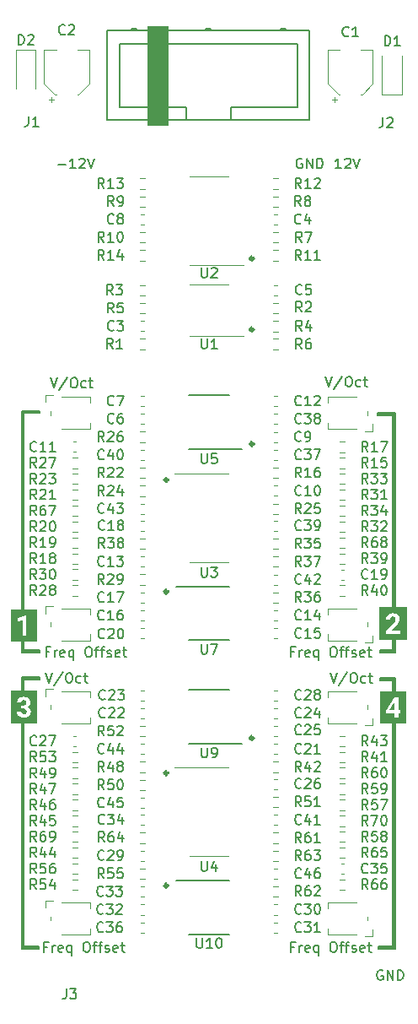
<source format=gbr>
%TF.GenerationSoftware,KiCad,Pcbnew,(6.0.11)*%
%TF.CreationDate,2023-03-01T18:17:23+00:00*%
%TF.ProjectId,Quilter_Components,5175696c-7465-4725-9f43-6f6d706f6e65,rev?*%
%TF.SameCoordinates,Original*%
%TF.FileFunction,Legend,Top*%
%TF.FilePolarity,Positive*%
%FSLAX46Y46*%
G04 Gerber Fmt 4.6, Leading zero omitted, Abs format (unit mm)*
G04 Created by KiCad (PCBNEW (6.0.11)) date 2023-03-01 18:17:23*
%MOMM*%
%LPD*%
G01*
G04 APERTURE LIST*
%ADD10C,0.357843*%
%ADD11C,0.150000*%
%ADD12C,0.200000*%
%ADD13C,0.120000*%
%ADD14C,0.100000*%
G04 APERTURE END LIST*
D10*
X66078921Y-96300000D02*
G75*
G03*
X66078921Y-96300000I-178921J0D01*
G01*
X74678921Y-74100000D02*
G75*
G03*
X74678921Y-74100000I-178921J0D01*
G01*
X66078921Y-107500000D02*
G75*
G03*
X66078921Y-107500000I-178921J0D01*
G01*
D11*
X51400000Y-143100000D02*
X53100000Y-143100000D01*
X53100000Y-143100000D02*
X53100000Y-143300000D01*
X53100000Y-143300000D02*
X51400000Y-143300000D01*
X51400000Y-143300000D02*
X51400000Y-143100000D01*
G36*
X51400000Y-143100000D02*
G01*
X53100000Y-143100000D01*
X53100000Y-143300000D01*
X51400000Y-143300000D01*
X51400000Y-143100000D01*
G37*
X51400000Y-120700000D02*
X51600000Y-120700000D01*
X51600000Y-120700000D02*
X51600000Y-143100000D01*
X51600000Y-143100000D02*
X51400000Y-143100000D01*
X51400000Y-143100000D02*
X51400000Y-120700000D01*
G36*
X51400000Y-120700000D02*
G01*
X51600000Y-120700000D01*
X51600000Y-143100000D01*
X51400000Y-143100000D01*
X51400000Y-120700000D01*
G37*
D10*
X66078921Y-125700000D02*
G75*
G03*
X66078921Y-125700000I-178921J0D01*
G01*
D11*
X87400000Y-116200000D02*
X88900000Y-116200000D01*
X88900000Y-116200000D02*
X88900000Y-116400000D01*
X88900000Y-116400000D02*
X87400000Y-116400000D01*
X87400000Y-116400000D02*
X87400000Y-116200000D01*
G36*
X87400000Y-116200000D02*
G01*
X88900000Y-116200000D01*
X88900000Y-116400000D01*
X87400000Y-116400000D01*
X87400000Y-116200000D01*
G37*
X88900000Y-112200000D02*
X88700000Y-112200000D01*
X88700000Y-112200000D02*
X88700000Y-113600000D01*
X88700000Y-113600000D02*
X88900000Y-113600000D01*
X88900000Y-113600000D02*
X88900000Y-112200000D01*
G36*
X88900000Y-112200000D02*
G01*
X88700000Y-112200000D01*
X88700000Y-113600000D01*
X88900000Y-113600000D01*
X88900000Y-112200000D01*
G37*
X51600000Y-109400000D02*
X51400000Y-109400000D01*
X51400000Y-109400000D02*
X51400000Y-89400000D01*
X51400000Y-89400000D02*
X51600000Y-89400000D01*
X51600000Y-89400000D02*
X51600000Y-109400000D01*
G36*
X51600000Y-109400000D02*
G01*
X51400000Y-109400000D01*
X51400000Y-89400000D01*
X51600000Y-89400000D01*
X51600000Y-109400000D01*
G37*
D10*
X74678921Y-92700000D02*
G75*
G03*
X74678921Y-92700000I-178921J0D01*
G01*
X66078921Y-136982843D02*
G75*
G03*
X66078921Y-136982843I-178921J0D01*
G01*
D11*
X51400000Y-113400000D02*
X53200000Y-113400000D01*
X53200000Y-113400000D02*
X53200000Y-113600000D01*
X53200000Y-113600000D02*
X51400000Y-113600000D01*
X51400000Y-113600000D02*
X51400000Y-113400000D01*
G36*
X51400000Y-113400000D02*
G01*
X53200000Y-113400000D01*
X53200000Y-113600000D01*
X51400000Y-113600000D01*
X51400000Y-113400000D01*
G37*
X51400000Y-89400000D02*
X53200000Y-89400000D01*
X53200000Y-89400000D02*
X53200000Y-89600000D01*
X53200000Y-89600000D02*
X51400000Y-89600000D01*
X51400000Y-89600000D02*
X51400000Y-89400000D01*
G36*
X51400000Y-89400000D02*
G01*
X53200000Y-89400000D01*
X53200000Y-89600000D01*
X51400000Y-89600000D01*
X51400000Y-89400000D01*
G37*
X51400000Y-117500000D02*
X51600000Y-117500000D01*
X51600000Y-117500000D02*
X51600000Y-116100000D01*
X51600000Y-116100000D02*
X51400000Y-116100000D01*
X51400000Y-116100000D02*
X51400000Y-117500000D01*
G36*
X51400000Y-117500000D02*
G01*
X51600000Y-117500000D01*
X51600000Y-116100000D01*
X51400000Y-116100000D01*
X51400000Y-117500000D01*
G37*
X87100000Y-89600000D02*
X88900000Y-89600000D01*
X88900000Y-89600000D02*
X88900000Y-89800000D01*
X88900000Y-89800000D02*
X87100000Y-89800000D01*
X87100000Y-89800000D02*
X87100000Y-89600000D01*
G36*
X87100000Y-89600000D02*
G01*
X88900000Y-89600000D01*
X88900000Y-89800000D01*
X87100000Y-89800000D01*
X87100000Y-89600000D01*
G37*
X51600000Y-112200000D02*
X51400000Y-112200000D01*
X51400000Y-112200000D02*
X51400000Y-113600000D01*
X51400000Y-113600000D02*
X51600000Y-113600000D01*
X51600000Y-113600000D02*
X51600000Y-112200000D01*
G36*
X51600000Y-112200000D02*
G01*
X51400000Y-112200000D01*
X51400000Y-113600000D01*
X51600000Y-113600000D01*
X51600000Y-112200000D01*
G37*
X51400000Y-116100000D02*
X53200000Y-116100000D01*
X53200000Y-116100000D02*
X53200000Y-116300000D01*
X53200000Y-116300000D02*
X51400000Y-116300000D01*
X51400000Y-116300000D02*
X51400000Y-116100000D01*
G36*
X51400000Y-116100000D02*
G01*
X53200000Y-116100000D01*
X53200000Y-116300000D01*
X51400000Y-116300000D01*
X51400000Y-116100000D01*
G37*
X88900000Y-109400000D02*
X88700000Y-109400000D01*
X88700000Y-109400000D02*
X88700000Y-89700000D01*
X88700000Y-89700000D02*
X88900000Y-89700000D01*
X88900000Y-89700000D02*
X88900000Y-109400000D01*
G36*
X88900000Y-109400000D02*
G01*
X88700000Y-109400000D01*
X88700000Y-89700000D01*
X88900000Y-89700000D01*
X88900000Y-109400000D01*
G37*
D10*
X74678921Y-81217157D02*
G75*
G03*
X74678921Y-81217157I-178921J0D01*
G01*
D11*
X87250000Y-143100000D02*
X88850000Y-143100000D01*
X88850000Y-143100000D02*
X88850000Y-143300000D01*
X88850000Y-143300000D02*
X87250000Y-143300000D01*
X87250000Y-143300000D02*
X87250000Y-143100000D01*
G36*
X87250000Y-143100000D02*
G01*
X88850000Y-143100000D01*
X88850000Y-143300000D01*
X87250000Y-143300000D01*
X87250000Y-143100000D01*
G37*
X88700000Y-117500000D02*
X88900000Y-117500000D01*
X88900000Y-117500000D02*
X88900000Y-116200000D01*
X88900000Y-116200000D02*
X88700000Y-116200000D01*
X88700000Y-116200000D02*
X88700000Y-117500000D01*
G36*
X88700000Y-117500000D02*
G01*
X88900000Y-117500000D01*
X88900000Y-116200000D01*
X88700000Y-116200000D01*
X88700000Y-117500000D01*
G37*
D10*
X74678921Y-122200000D02*
G75*
G03*
X74678921Y-122200000I-178921J0D01*
G01*
D11*
X87350000Y-113400000D02*
X88850000Y-113400000D01*
X88850000Y-113400000D02*
X88850000Y-113600000D01*
X88850000Y-113600000D02*
X87350000Y-113600000D01*
X87350000Y-113600000D02*
X87350000Y-113400000D01*
G36*
X87350000Y-113400000D02*
G01*
X88850000Y-113400000D01*
X88850000Y-113600000D01*
X87350000Y-113600000D01*
X87350000Y-113400000D01*
G37*
X88700000Y-120700000D02*
X88900000Y-120700000D01*
X88900000Y-120700000D02*
X88900000Y-143300000D01*
X88900000Y-143300000D02*
X88700000Y-143300000D01*
X88700000Y-143300000D02*
X88700000Y-120700000D01*
G36*
X88700000Y-120700000D02*
G01*
X88900000Y-120700000D01*
X88900000Y-143300000D01*
X88700000Y-143300000D01*
X88700000Y-120700000D01*
G37*
D12*
X87638095Y-145500000D02*
X87542857Y-145452380D01*
X87400000Y-145452380D01*
X87257142Y-145500000D01*
X87161904Y-145595238D01*
X87114285Y-145690476D01*
X87066666Y-145880952D01*
X87066666Y-146023809D01*
X87114285Y-146214285D01*
X87161904Y-146309523D01*
X87257142Y-146404761D01*
X87400000Y-146452380D01*
X87495238Y-146452380D01*
X87638095Y-146404761D01*
X87685714Y-146357142D01*
X87685714Y-146023809D01*
X87495238Y-146023809D01*
X88114285Y-146452380D02*
X88114285Y-145452380D01*
X88685714Y-146452380D01*
X88685714Y-145452380D01*
X89161904Y-146452380D02*
X89161904Y-145452380D01*
X89400000Y-145452380D01*
X89542857Y-145500000D01*
X89638095Y-145595238D01*
X89685714Y-145690476D01*
X89733333Y-145880952D01*
X89733333Y-146023809D01*
X89685714Y-146214285D01*
X89638095Y-146309523D01*
X89542857Y-146404761D01*
X89400000Y-146452380D01*
X89161904Y-146452380D01*
X53957142Y-143128571D02*
X53623809Y-143128571D01*
X53623809Y-143652380D02*
X53623809Y-142652380D01*
X54100000Y-142652380D01*
X54480952Y-143652380D02*
X54480952Y-142985714D01*
X54480952Y-143176190D02*
X54528571Y-143080952D01*
X54576190Y-143033333D01*
X54671428Y-142985714D01*
X54766666Y-142985714D01*
X55480952Y-143604761D02*
X55385714Y-143652380D01*
X55195238Y-143652380D01*
X55100000Y-143604761D01*
X55052380Y-143509523D01*
X55052380Y-143128571D01*
X55100000Y-143033333D01*
X55195238Y-142985714D01*
X55385714Y-142985714D01*
X55480952Y-143033333D01*
X55528571Y-143128571D01*
X55528571Y-143223809D01*
X55052380Y-143319047D01*
X56385714Y-142985714D02*
X56385714Y-143985714D01*
X56385714Y-143604761D02*
X56290476Y-143652380D01*
X56100000Y-143652380D01*
X56004761Y-143604761D01*
X55957142Y-143557142D01*
X55909523Y-143461904D01*
X55909523Y-143176190D01*
X55957142Y-143080952D01*
X56004761Y-143033333D01*
X56100000Y-142985714D01*
X56290476Y-142985714D01*
X56385714Y-143033333D01*
X57814285Y-142652380D02*
X58004761Y-142652380D01*
X58100000Y-142700000D01*
X58195238Y-142795238D01*
X58242857Y-142985714D01*
X58242857Y-143319047D01*
X58195238Y-143509523D01*
X58100000Y-143604761D01*
X58004761Y-143652380D01*
X57814285Y-143652380D01*
X57719047Y-143604761D01*
X57623809Y-143509523D01*
X57576190Y-143319047D01*
X57576190Y-142985714D01*
X57623809Y-142795238D01*
X57719047Y-142700000D01*
X57814285Y-142652380D01*
X58528571Y-142985714D02*
X58909523Y-142985714D01*
X58671428Y-143652380D02*
X58671428Y-142795238D01*
X58719047Y-142700000D01*
X58814285Y-142652380D01*
X58909523Y-142652380D01*
X59100000Y-142985714D02*
X59480952Y-142985714D01*
X59242857Y-143652380D02*
X59242857Y-142795238D01*
X59290476Y-142700000D01*
X59385714Y-142652380D01*
X59480952Y-142652380D01*
X59766666Y-143604761D02*
X59861904Y-143652380D01*
X60052380Y-143652380D01*
X60147619Y-143604761D01*
X60195238Y-143509523D01*
X60195238Y-143461904D01*
X60147619Y-143366666D01*
X60052380Y-143319047D01*
X59909523Y-143319047D01*
X59814285Y-143271428D01*
X59766666Y-143176190D01*
X59766666Y-143128571D01*
X59814285Y-143033333D01*
X59909523Y-142985714D01*
X60052380Y-142985714D01*
X60147619Y-143033333D01*
X61004761Y-143604761D02*
X60909523Y-143652380D01*
X60719047Y-143652380D01*
X60623809Y-143604761D01*
X60576190Y-143509523D01*
X60576190Y-143128571D01*
X60623809Y-143033333D01*
X60719047Y-142985714D01*
X60909523Y-142985714D01*
X61004761Y-143033333D01*
X61052380Y-143128571D01*
X61052380Y-143223809D01*
X60576190Y-143319047D01*
X61338095Y-142985714D02*
X61719047Y-142985714D01*
X61480952Y-142652380D02*
X61480952Y-143509523D01*
X61528571Y-143604761D01*
X61623809Y-143652380D01*
X61719047Y-143652380D01*
X78757142Y-143128571D02*
X78423809Y-143128571D01*
X78423809Y-143652380D02*
X78423809Y-142652380D01*
X78900000Y-142652380D01*
X79280952Y-143652380D02*
X79280952Y-142985714D01*
X79280952Y-143176190D02*
X79328571Y-143080952D01*
X79376190Y-143033333D01*
X79471428Y-142985714D01*
X79566666Y-142985714D01*
X80280952Y-143604761D02*
X80185714Y-143652380D01*
X79995238Y-143652380D01*
X79900000Y-143604761D01*
X79852380Y-143509523D01*
X79852380Y-143128571D01*
X79900000Y-143033333D01*
X79995238Y-142985714D01*
X80185714Y-142985714D01*
X80280952Y-143033333D01*
X80328571Y-143128571D01*
X80328571Y-143223809D01*
X79852380Y-143319047D01*
X81185714Y-142985714D02*
X81185714Y-143985714D01*
X81185714Y-143604761D02*
X81090476Y-143652380D01*
X80900000Y-143652380D01*
X80804761Y-143604761D01*
X80757142Y-143557142D01*
X80709523Y-143461904D01*
X80709523Y-143176190D01*
X80757142Y-143080952D01*
X80804761Y-143033333D01*
X80900000Y-142985714D01*
X81090476Y-142985714D01*
X81185714Y-143033333D01*
X82614285Y-142652380D02*
X82804761Y-142652380D01*
X82900000Y-142700000D01*
X82995238Y-142795238D01*
X83042857Y-142985714D01*
X83042857Y-143319047D01*
X82995238Y-143509523D01*
X82900000Y-143604761D01*
X82804761Y-143652380D01*
X82614285Y-143652380D01*
X82519047Y-143604761D01*
X82423809Y-143509523D01*
X82376190Y-143319047D01*
X82376190Y-142985714D01*
X82423809Y-142795238D01*
X82519047Y-142700000D01*
X82614285Y-142652380D01*
X83328571Y-142985714D02*
X83709523Y-142985714D01*
X83471428Y-143652380D02*
X83471428Y-142795238D01*
X83519047Y-142700000D01*
X83614285Y-142652380D01*
X83709523Y-142652380D01*
X83900000Y-142985714D02*
X84280952Y-142985714D01*
X84042857Y-143652380D02*
X84042857Y-142795238D01*
X84090476Y-142700000D01*
X84185714Y-142652380D01*
X84280952Y-142652380D01*
X84566666Y-143604761D02*
X84661904Y-143652380D01*
X84852380Y-143652380D01*
X84947619Y-143604761D01*
X84995238Y-143509523D01*
X84995238Y-143461904D01*
X84947619Y-143366666D01*
X84852380Y-143319047D01*
X84709523Y-143319047D01*
X84614285Y-143271428D01*
X84566666Y-143176190D01*
X84566666Y-143128571D01*
X84614285Y-143033333D01*
X84709523Y-142985714D01*
X84852380Y-142985714D01*
X84947619Y-143033333D01*
X85804761Y-143604761D02*
X85709523Y-143652380D01*
X85519047Y-143652380D01*
X85423809Y-143604761D01*
X85376190Y-143509523D01*
X85376190Y-143128571D01*
X85423809Y-143033333D01*
X85519047Y-142985714D01*
X85709523Y-142985714D01*
X85804761Y-143033333D01*
X85852380Y-143128571D01*
X85852380Y-143223809D01*
X85376190Y-143319047D01*
X86138095Y-142985714D02*
X86519047Y-142985714D01*
X86280952Y-142652380D02*
X86280952Y-143509523D01*
X86328571Y-143604761D01*
X86423809Y-143652380D01*
X86519047Y-143652380D01*
X54157142Y-113528571D02*
X53823809Y-113528571D01*
X53823809Y-114052380D02*
X53823809Y-113052380D01*
X54300000Y-113052380D01*
X54680952Y-114052380D02*
X54680952Y-113385714D01*
X54680952Y-113576190D02*
X54728571Y-113480952D01*
X54776190Y-113433333D01*
X54871428Y-113385714D01*
X54966666Y-113385714D01*
X55680952Y-114004761D02*
X55585714Y-114052380D01*
X55395238Y-114052380D01*
X55300000Y-114004761D01*
X55252380Y-113909523D01*
X55252380Y-113528571D01*
X55300000Y-113433333D01*
X55395238Y-113385714D01*
X55585714Y-113385714D01*
X55680952Y-113433333D01*
X55728571Y-113528571D01*
X55728571Y-113623809D01*
X55252380Y-113719047D01*
X56585714Y-113385714D02*
X56585714Y-114385714D01*
X56585714Y-114004761D02*
X56490476Y-114052380D01*
X56300000Y-114052380D01*
X56204761Y-114004761D01*
X56157142Y-113957142D01*
X56109523Y-113861904D01*
X56109523Y-113576190D01*
X56157142Y-113480952D01*
X56204761Y-113433333D01*
X56300000Y-113385714D01*
X56490476Y-113385714D01*
X56585714Y-113433333D01*
X58014285Y-113052380D02*
X58204761Y-113052380D01*
X58300000Y-113100000D01*
X58395238Y-113195238D01*
X58442857Y-113385714D01*
X58442857Y-113719047D01*
X58395238Y-113909523D01*
X58300000Y-114004761D01*
X58204761Y-114052380D01*
X58014285Y-114052380D01*
X57919047Y-114004761D01*
X57823809Y-113909523D01*
X57776190Y-113719047D01*
X57776190Y-113385714D01*
X57823809Y-113195238D01*
X57919047Y-113100000D01*
X58014285Y-113052380D01*
X58728571Y-113385714D02*
X59109523Y-113385714D01*
X58871428Y-114052380D02*
X58871428Y-113195238D01*
X58919047Y-113100000D01*
X59014285Y-113052380D01*
X59109523Y-113052380D01*
X59300000Y-113385714D02*
X59680952Y-113385714D01*
X59442857Y-114052380D02*
X59442857Y-113195238D01*
X59490476Y-113100000D01*
X59585714Y-113052380D01*
X59680952Y-113052380D01*
X59966666Y-114004761D02*
X60061904Y-114052380D01*
X60252380Y-114052380D01*
X60347619Y-114004761D01*
X60395238Y-113909523D01*
X60395238Y-113861904D01*
X60347619Y-113766666D01*
X60252380Y-113719047D01*
X60109523Y-113719047D01*
X60014285Y-113671428D01*
X59966666Y-113576190D01*
X59966666Y-113528571D01*
X60014285Y-113433333D01*
X60109523Y-113385714D01*
X60252380Y-113385714D01*
X60347619Y-113433333D01*
X61204761Y-114004761D02*
X61109523Y-114052380D01*
X60919047Y-114052380D01*
X60823809Y-114004761D01*
X60776190Y-113909523D01*
X60776190Y-113528571D01*
X60823809Y-113433333D01*
X60919047Y-113385714D01*
X61109523Y-113385714D01*
X61204761Y-113433333D01*
X61252380Y-113528571D01*
X61252380Y-113623809D01*
X60776190Y-113719047D01*
X61538095Y-113385714D02*
X61919047Y-113385714D01*
X61680952Y-113052380D02*
X61680952Y-113909523D01*
X61728571Y-114004761D01*
X61823809Y-114052380D01*
X61919047Y-114052380D01*
D11*
X55866666Y-147352380D02*
X55866666Y-148066666D01*
X55819047Y-148209523D01*
X55723809Y-148304761D01*
X55580952Y-148352380D01*
X55485714Y-148352380D01*
X56247619Y-147352380D02*
X56866666Y-147352380D01*
X56533333Y-147733333D01*
X56676190Y-147733333D01*
X56771428Y-147780952D01*
X56819047Y-147828571D01*
X56866666Y-147923809D01*
X56866666Y-148161904D01*
X56819047Y-148257142D01*
X56771428Y-148304761D01*
X56676190Y-148352380D01*
X56390476Y-148352380D01*
X56295238Y-148304761D01*
X56247619Y-148257142D01*
D12*
X81904761Y-85952380D02*
X82238095Y-86952380D01*
X82571428Y-85952380D01*
X83619047Y-85904761D02*
X82761904Y-87190476D01*
X84142857Y-85952380D02*
X84333333Y-85952380D01*
X84428571Y-86000000D01*
X84523809Y-86095238D01*
X84571428Y-86285714D01*
X84571428Y-86619047D01*
X84523809Y-86809523D01*
X84428571Y-86904761D01*
X84333333Y-86952380D01*
X84142857Y-86952380D01*
X84047619Y-86904761D01*
X83952380Y-86809523D01*
X83904761Y-86619047D01*
X83904761Y-86285714D01*
X83952380Y-86095238D01*
X84047619Y-86000000D01*
X84142857Y-85952380D01*
X85428571Y-86904761D02*
X85333333Y-86952380D01*
X85142857Y-86952380D01*
X85047619Y-86904761D01*
X85000000Y-86857142D01*
X84952380Y-86761904D01*
X84952380Y-86476190D01*
X85000000Y-86380952D01*
X85047619Y-86333333D01*
X85142857Y-86285714D01*
X85333333Y-86285714D01*
X85428571Y-86333333D01*
X85714285Y-86285714D02*
X86095238Y-86285714D01*
X85857142Y-85952380D02*
X85857142Y-86809523D01*
X85904761Y-86904761D01*
X86000000Y-86952380D01*
X86095238Y-86952380D01*
X54304761Y-86052380D02*
X54638095Y-87052380D01*
X54971428Y-86052380D01*
X56019047Y-86004761D02*
X55161904Y-87290476D01*
X56542857Y-86052380D02*
X56733333Y-86052380D01*
X56828571Y-86100000D01*
X56923809Y-86195238D01*
X56971428Y-86385714D01*
X56971428Y-86719047D01*
X56923809Y-86909523D01*
X56828571Y-87004761D01*
X56733333Y-87052380D01*
X56542857Y-87052380D01*
X56447619Y-87004761D01*
X56352380Y-86909523D01*
X56304761Y-86719047D01*
X56304761Y-86385714D01*
X56352380Y-86195238D01*
X56447619Y-86100000D01*
X56542857Y-86052380D01*
X57828571Y-87004761D02*
X57733333Y-87052380D01*
X57542857Y-87052380D01*
X57447619Y-87004761D01*
X57399999Y-86957142D01*
X57352380Y-86861904D01*
X57352380Y-86576190D01*
X57399999Y-86480952D01*
X57447619Y-86433333D01*
X57542857Y-86385714D01*
X57733333Y-86385714D01*
X57828571Y-86433333D01*
X58114285Y-86385714D02*
X58495238Y-86385714D01*
X58257142Y-86052380D02*
X58257142Y-86909523D01*
X58304761Y-87004761D01*
X58399999Y-87052380D01*
X58495238Y-87052380D01*
X53804761Y-115652380D02*
X54138095Y-116652380D01*
X54471428Y-115652380D01*
X55519047Y-115604761D02*
X54661904Y-116890476D01*
X56042857Y-115652380D02*
X56233333Y-115652380D01*
X56328571Y-115700000D01*
X56423809Y-115795238D01*
X56471428Y-115985714D01*
X56471428Y-116319047D01*
X56423809Y-116509523D01*
X56328571Y-116604761D01*
X56233333Y-116652380D01*
X56042857Y-116652380D01*
X55947619Y-116604761D01*
X55852380Y-116509523D01*
X55804761Y-116319047D01*
X55804761Y-115985714D01*
X55852380Y-115795238D01*
X55947619Y-115700000D01*
X56042857Y-115652380D01*
X57328571Y-116604761D02*
X57233333Y-116652380D01*
X57042857Y-116652380D01*
X56947619Y-116604761D01*
X56899999Y-116557142D01*
X56852380Y-116461904D01*
X56852380Y-116176190D01*
X56899999Y-116080952D01*
X56947619Y-116033333D01*
X57042857Y-115985714D01*
X57233333Y-115985714D01*
X57328571Y-116033333D01*
X57614285Y-115985714D02*
X57995238Y-115985714D01*
X57757142Y-115652380D02*
X57757142Y-116509523D01*
X57804761Y-116604761D01*
X57899999Y-116652380D01*
X57995238Y-116652380D01*
X83480952Y-65052380D02*
X82909523Y-65052380D01*
X83195238Y-65052380D02*
X83195238Y-64052380D01*
X83100000Y-64195238D01*
X83004761Y-64290476D01*
X82909523Y-64338095D01*
X83861904Y-64147619D02*
X83909523Y-64100000D01*
X84004761Y-64052380D01*
X84242857Y-64052380D01*
X84338095Y-64100000D01*
X84385714Y-64147619D01*
X84433333Y-64242857D01*
X84433333Y-64338095D01*
X84385714Y-64480952D01*
X83814285Y-65052380D01*
X84433333Y-65052380D01*
X84719047Y-64052380D02*
X85052380Y-65052380D01*
X85385714Y-64052380D01*
D11*
X52066666Y-59852380D02*
X52066666Y-60566666D01*
X52019047Y-60709523D01*
X51923809Y-60804761D01*
X51780952Y-60852380D01*
X51685714Y-60852380D01*
X53066666Y-60852380D02*
X52495238Y-60852380D01*
X52780952Y-60852380D02*
X52780952Y-59852380D01*
X52685714Y-59995238D01*
X52590476Y-60090476D01*
X52495238Y-60138095D01*
X87666666Y-59952380D02*
X87666666Y-60666666D01*
X87619047Y-60809523D01*
X87523809Y-60904761D01*
X87380952Y-60952380D01*
X87285714Y-60952380D01*
X88095238Y-60047619D02*
X88142857Y-60000000D01*
X88238095Y-59952380D01*
X88476190Y-59952380D01*
X88571428Y-60000000D01*
X88619047Y-60047619D01*
X88666666Y-60142857D01*
X88666666Y-60238095D01*
X88619047Y-60380952D01*
X88047619Y-60952380D01*
X88666666Y-60952380D01*
D12*
X78757142Y-113528571D02*
X78423809Y-113528571D01*
X78423809Y-114052380D02*
X78423809Y-113052380D01*
X78900000Y-113052380D01*
X79280952Y-114052380D02*
X79280952Y-113385714D01*
X79280952Y-113576190D02*
X79328571Y-113480952D01*
X79376190Y-113433333D01*
X79471428Y-113385714D01*
X79566666Y-113385714D01*
X80280952Y-114004761D02*
X80185714Y-114052380D01*
X79995238Y-114052380D01*
X79900000Y-114004761D01*
X79852380Y-113909523D01*
X79852380Y-113528571D01*
X79900000Y-113433333D01*
X79995238Y-113385714D01*
X80185714Y-113385714D01*
X80280952Y-113433333D01*
X80328571Y-113528571D01*
X80328571Y-113623809D01*
X79852380Y-113719047D01*
X81185714Y-113385714D02*
X81185714Y-114385714D01*
X81185714Y-114004761D02*
X81090476Y-114052380D01*
X80900000Y-114052380D01*
X80804761Y-114004761D01*
X80757142Y-113957142D01*
X80709523Y-113861904D01*
X80709523Y-113576190D01*
X80757142Y-113480952D01*
X80804761Y-113433333D01*
X80900000Y-113385714D01*
X81090476Y-113385714D01*
X81185714Y-113433333D01*
X82614285Y-113052380D02*
X82804761Y-113052380D01*
X82900000Y-113100000D01*
X82995238Y-113195238D01*
X83042857Y-113385714D01*
X83042857Y-113719047D01*
X82995238Y-113909523D01*
X82900000Y-114004761D01*
X82804761Y-114052380D01*
X82614285Y-114052380D01*
X82519047Y-114004761D01*
X82423809Y-113909523D01*
X82376190Y-113719047D01*
X82376190Y-113385714D01*
X82423809Y-113195238D01*
X82519047Y-113100000D01*
X82614285Y-113052380D01*
X83328571Y-113385714D02*
X83709523Y-113385714D01*
X83471428Y-114052380D02*
X83471428Y-113195238D01*
X83519047Y-113100000D01*
X83614285Y-113052380D01*
X83709523Y-113052380D01*
X83900000Y-113385714D02*
X84280952Y-113385714D01*
X84042857Y-114052380D02*
X84042857Y-113195238D01*
X84090476Y-113100000D01*
X84185714Y-113052380D01*
X84280952Y-113052380D01*
X84566666Y-114004761D02*
X84661904Y-114052380D01*
X84852380Y-114052380D01*
X84947619Y-114004761D01*
X84995238Y-113909523D01*
X84995238Y-113861904D01*
X84947619Y-113766666D01*
X84852380Y-113719047D01*
X84709523Y-113719047D01*
X84614285Y-113671428D01*
X84566666Y-113576190D01*
X84566666Y-113528571D01*
X84614285Y-113433333D01*
X84709523Y-113385714D01*
X84852380Y-113385714D01*
X84947619Y-113433333D01*
X85804761Y-114004761D02*
X85709523Y-114052380D01*
X85519047Y-114052380D01*
X85423809Y-114004761D01*
X85376190Y-113909523D01*
X85376190Y-113528571D01*
X85423809Y-113433333D01*
X85519047Y-113385714D01*
X85709523Y-113385714D01*
X85804761Y-113433333D01*
X85852380Y-113528571D01*
X85852380Y-113623809D01*
X85376190Y-113719047D01*
X86138095Y-113385714D02*
X86519047Y-113385714D01*
X86280952Y-113052380D02*
X86280952Y-113909523D01*
X86328571Y-114004761D01*
X86423809Y-114052380D01*
X86519047Y-114052380D01*
X82404761Y-115652380D02*
X82738095Y-116652380D01*
X83071428Y-115652380D01*
X84119047Y-115604761D02*
X83261904Y-116890476D01*
X84642857Y-115652380D02*
X84833333Y-115652380D01*
X84928571Y-115700000D01*
X85023809Y-115795238D01*
X85071428Y-115985714D01*
X85071428Y-116319047D01*
X85023809Y-116509523D01*
X84928571Y-116604761D01*
X84833333Y-116652380D01*
X84642857Y-116652380D01*
X84547619Y-116604761D01*
X84452380Y-116509523D01*
X84404761Y-116319047D01*
X84404761Y-115985714D01*
X84452380Y-115795238D01*
X84547619Y-115700000D01*
X84642857Y-115652380D01*
X85928571Y-116604761D02*
X85833333Y-116652380D01*
X85642857Y-116652380D01*
X85547619Y-116604761D01*
X85500000Y-116557142D01*
X85452380Y-116461904D01*
X85452380Y-116176190D01*
X85500000Y-116080952D01*
X85547619Y-116033333D01*
X85642857Y-115985714D01*
X85833333Y-115985714D01*
X85928571Y-116033333D01*
X86214285Y-115985714D02*
X86595238Y-115985714D01*
X86357142Y-115652380D02*
X86357142Y-116509523D01*
X86404761Y-116604761D01*
X86500000Y-116652380D01*
X86595238Y-116652380D01*
X79538095Y-64100000D02*
X79442857Y-64052380D01*
X79300000Y-64052380D01*
X79157142Y-64100000D01*
X79061904Y-64195238D01*
X79014285Y-64290476D01*
X78966666Y-64480952D01*
X78966666Y-64623809D01*
X79014285Y-64814285D01*
X79061904Y-64909523D01*
X79157142Y-65004761D01*
X79300000Y-65052380D01*
X79395238Y-65052380D01*
X79538095Y-65004761D01*
X79585714Y-64957142D01*
X79585714Y-64623809D01*
X79395238Y-64623809D01*
X80014285Y-65052380D02*
X80014285Y-64052380D01*
X80585714Y-65052380D01*
X80585714Y-64052380D01*
X81061904Y-65052380D02*
X81061904Y-64052380D01*
X81300000Y-64052380D01*
X81442857Y-64100000D01*
X81538095Y-64195238D01*
X81585714Y-64290476D01*
X81633333Y-64480952D01*
X81633333Y-64623809D01*
X81585714Y-64814285D01*
X81538095Y-64909523D01*
X81442857Y-65004761D01*
X81300000Y-65052380D01*
X81061904Y-65052380D01*
X55038095Y-64671428D02*
X55800000Y-64671428D01*
X56800000Y-65052380D02*
X56228571Y-65052380D01*
X56514285Y-65052380D02*
X56514285Y-64052380D01*
X56419047Y-64195238D01*
X56323809Y-64290476D01*
X56228571Y-64338095D01*
X57180952Y-64147619D02*
X57228571Y-64100000D01*
X57323809Y-64052380D01*
X57561904Y-64052380D01*
X57657142Y-64100000D01*
X57704761Y-64147619D01*
X57752380Y-64242857D01*
X57752380Y-64338095D01*
X57704761Y-64480952D01*
X57133333Y-65052380D01*
X57752380Y-65052380D01*
X58038095Y-64052380D02*
X58371428Y-65052380D01*
X58704761Y-64052380D01*
D11*
%TO.C,C33*%
X59557142Y-137957142D02*
X59509523Y-138004761D01*
X59366666Y-138052380D01*
X59271428Y-138052380D01*
X59128571Y-138004761D01*
X59033333Y-137909523D01*
X58985714Y-137814285D01*
X58938095Y-137623809D01*
X58938095Y-137480952D01*
X58985714Y-137290476D01*
X59033333Y-137195238D01*
X59128571Y-137100000D01*
X59271428Y-137052380D01*
X59366666Y-137052380D01*
X59509523Y-137100000D01*
X59557142Y-137147619D01*
X59890476Y-137052380D02*
X60509523Y-137052380D01*
X60176190Y-137433333D01*
X60319047Y-137433333D01*
X60414285Y-137480952D01*
X60461904Y-137528571D01*
X60509523Y-137623809D01*
X60509523Y-137861904D01*
X60461904Y-137957142D01*
X60414285Y-138004761D01*
X60319047Y-138052380D01*
X60033333Y-138052380D01*
X59938095Y-138004761D01*
X59890476Y-137957142D01*
X60842857Y-137052380D02*
X61461904Y-137052380D01*
X61128571Y-137433333D01*
X61271428Y-137433333D01*
X61366666Y-137480952D01*
X61414285Y-137528571D01*
X61461904Y-137623809D01*
X61461904Y-137861904D01*
X61414285Y-137957142D01*
X61366666Y-138004761D01*
X61271428Y-138052380D01*
X60985714Y-138052380D01*
X60890476Y-138004761D01*
X60842857Y-137957142D01*
%TO.C,U2*%
X69438095Y-75032380D02*
X69438095Y-75841904D01*
X69485714Y-75937142D01*
X69533333Y-75984761D01*
X69628571Y-76032380D01*
X69819047Y-76032380D01*
X69914285Y-75984761D01*
X69961904Y-75937142D01*
X70009523Y-75841904D01*
X70009523Y-75032380D01*
X70438095Y-75127619D02*
X70485714Y-75080000D01*
X70580952Y-75032380D01*
X70819047Y-75032380D01*
X70914285Y-75080000D01*
X70961904Y-75127619D01*
X71009523Y-75222857D01*
X71009523Y-75318095D01*
X70961904Y-75460952D01*
X70390476Y-76032380D01*
X71009523Y-76032380D01*
%TO.C,R44*%
X52857142Y-134152380D02*
X52523809Y-133676190D01*
X52285714Y-134152380D02*
X52285714Y-133152380D01*
X52666666Y-133152380D01*
X52761904Y-133200000D01*
X52809523Y-133247619D01*
X52857142Y-133342857D01*
X52857142Y-133485714D01*
X52809523Y-133580952D01*
X52761904Y-133628571D01*
X52666666Y-133676190D01*
X52285714Y-133676190D01*
X53714285Y-133485714D02*
X53714285Y-134152380D01*
X53476190Y-133104761D02*
X53238095Y-133819047D01*
X53857142Y-133819047D01*
X54666666Y-133485714D02*
X54666666Y-134152380D01*
X54428571Y-133104761D02*
X54190476Y-133819047D01*
X54809523Y-133819047D01*
%TO.C,R23*%
X52857142Y-96682380D02*
X52523809Y-96206190D01*
X52285714Y-96682380D02*
X52285714Y-95682380D01*
X52666666Y-95682380D01*
X52761904Y-95730000D01*
X52809523Y-95777619D01*
X52857142Y-95872857D01*
X52857142Y-96015714D01*
X52809523Y-96110952D01*
X52761904Y-96158571D01*
X52666666Y-96206190D01*
X52285714Y-96206190D01*
X53238095Y-95777619D02*
X53285714Y-95730000D01*
X53380952Y-95682380D01*
X53619047Y-95682380D01*
X53714285Y-95730000D01*
X53761904Y-95777619D01*
X53809523Y-95872857D01*
X53809523Y-95968095D01*
X53761904Y-96110952D01*
X53190476Y-96682380D01*
X53809523Y-96682380D01*
X54142857Y-95682380D02*
X54761904Y-95682380D01*
X54428571Y-96063333D01*
X54571428Y-96063333D01*
X54666666Y-96110952D01*
X54714285Y-96158571D01*
X54761904Y-96253809D01*
X54761904Y-96491904D01*
X54714285Y-96587142D01*
X54666666Y-96634761D01*
X54571428Y-96682380D01*
X54285714Y-96682380D01*
X54190476Y-96634761D01*
X54142857Y-96587142D01*
%TO.C,C4*%
X79433333Y-70544642D02*
X79385714Y-70592261D01*
X79242857Y-70639880D01*
X79147619Y-70639880D01*
X79004761Y-70592261D01*
X78909523Y-70497023D01*
X78861904Y-70401785D01*
X78814285Y-70211309D01*
X78814285Y-70068452D01*
X78861904Y-69877976D01*
X78909523Y-69782738D01*
X79004761Y-69687500D01*
X79147619Y-69639880D01*
X79242857Y-69639880D01*
X79385714Y-69687500D01*
X79433333Y-69735119D01*
X80290476Y-69973214D02*
X80290476Y-70639880D01*
X80052380Y-69592261D02*
X79814285Y-70306547D01*
X80433333Y-70306547D01*
%TO.C,D1*%
X87861904Y-52752380D02*
X87861904Y-51752380D01*
X88100000Y-51752380D01*
X88242857Y-51800000D01*
X88338095Y-51895238D01*
X88385714Y-51990476D01*
X88433333Y-52180952D01*
X88433333Y-52323809D01*
X88385714Y-52514285D01*
X88338095Y-52609523D01*
X88242857Y-52704761D01*
X88100000Y-52752380D01*
X87861904Y-52752380D01*
X89385714Y-52752380D02*
X88814285Y-52752380D01*
X89100000Y-52752380D02*
X89100000Y-51752380D01*
X89004761Y-51895238D01*
X88909523Y-51990476D01*
X88814285Y-52038095D01*
%TO.C,R53*%
X52857142Y-124552380D02*
X52523809Y-124076190D01*
X52285714Y-124552380D02*
X52285714Y-123552380D01*
X52666666Y-123552380D01*
X52761904Y-123600000D01*
X52809523Y-123647619D01*
X52857142Y-123742857D01*
X52857142Y-123885714D01*
X52809523Y-123980952D01*
X52761904Y-124028571D01*
X52666666Y-124076190D01*
X52285714Y-124076190D01*
X53761904Y-123552380D02*
X53285714Y-123552380D01*
X53238095Y-124028571D01*
X53285714Y-123980952D01*
X53380952Y-123933333D01*
X53619047Y-123933333D01*
X53714285Y-123980952D01*
X53761904Y-124028571D01*
X53809523Y-124123809D01*
X53809523Y-124361904D01*
X53761904Y-124457142D01*
X53714285Y-124504761D01*
X53619047Y-124552380D01*
X53380952Y-124552380D01*
X53285714Y-124504761D01*
X53238095Y-124457142D01*
X54142857Y-123552380D02*
X54761904Y-123552380D01*
X54428571Y-123933333D01*
X54571428Y-123933333D01*
X54666666Y-123980952D01*
X54714285Y-124028571D01*
X54761904Y-124123809D01*
X54761904Y-124361904D01*
X54714285Y-124457142D01*
X54666666Y-124504761D01*
X54571428Y-124552380D01*
X54285714Y-124552380D01*
X54190476Y-124504761D01*
X54142857Y-124457142D01*
%TO.C,C38*%
X79457142Y-90557142D02*
X79409523Y-90604761D01*
X79266666Y-90652380D01*
X79171428Y-90652380D01*
X79028571Y-90604761D01*
X78933333Y-90509523D01*
X78885714Y-90414285D01*
X78838095Y-90223809D01*
X78838095Y-90080952D01*
X78885714Y-89890476D01*
X78933333Y-89795238D01*
X79028571Y-89700000D01*
X79171428Y-89652380D01*
X79266666Y-89652380D01*
X79409523Y-89700000D01*
X79457142Y-89747619D01*
X79790476Y-89652380D02*
X80409523Y-89652380D01*
X80076190Y-90033333D01*
X80219047Y-90033333D01*
X80314285Y-90080952D01*
X80361904Y-90128571D01*
X80409523Y-90223809D01*
X80409523Y-90461904D01*
X80361904Y-90557142D01*
X80314285Y-90604761D01*
X80219047Y-90652380D01*
X79933333Y-90652380D01*
X79838095Y-90604761D01*
X79790476Y-90557142D01*
X80980952Y-90080952D02*
X80885714Y-90033333D01*
X80838095Y-89985714D01*
X80790476Y-89890476D01*
X80790476Y-89842857D01*
X80838095Y-89747619D01*
X80885714Y-89700000D01*
X80980952Y-89652380D01*
X81171428Y-89652380D01*
X81266666Y-89700000D01*
X81314285Y-89747619D01*
X81361904Y-89842857D01*
X81361904Y-89890476D01*
X81314285Y-89985714D01*
X81266666Y-90033333D01*
X81171428Y-90080952D01*
X80980952Y-90080952D01*
X80885714Y-90128571D01*
X80838095Y-90176190D01*
X80790476Y-90271428D01*
X80790476Y-90461904D01*
X80838095Y-90557142D01*
X80885714Y-90604761D01*
X80980952Y-90652380D01*
X81171428Y-90652380D01*
X81266666Y-90604761D01*
X81314285Y-90557142D01*
X81361904Y-90461904D01*
X81361904Y-90271428D01*
X81314285Y-90176190D01*
X81266666Y-90128571D01*
X81171428Y-90080952D01*
%TO.C,R65*%
X86157142Y-134152380D02*
X85823809Y-133676190D01*
X85585714Y-134152380D02*
X85585714Y-133152380D01*
X85966666Y-133152380D01*
X86061904Y-133200000D01*
X86109523Y-133247619D01*
X86157142Y-133342857D01*
X86157142Y-133485714D01*
X86109523Y-133580952D01*
X86061904Y-133628571D01*
X85966666Y-133676190D01*
X85585714Y-133676190D01*
X87014285Y-133152380D02*
X86823809Y-133152380D01*
X86728571Y-133200000D01*
X86680952Y-133247619D01*
X86585714Y-133390476D01*
X86538095Y-133580952D01*
X86538095Y-133961904D01*
X86585714Y-134057142D01*
X86633333Y-134104761D01*
X86728571Y-134152380D01*
X86919047Y-134152380D01*
X87014285Y-134104761D01*
X87061904Y-134057142D01*
X87109523Y-133961904D01*
X87109523Y-133723809D01*
X87061904Y-133628571D01*
X87014285Y-133580952D01*
X86919047Y-133533333D01*
X86728571Y-133533333D01*
X86633333Y-133580952D01*
X86585714Y-133628571D01*
X86538095Y-133723809D01*
X88014285Y-133152380D02*
X87538095Y-133152380D01*
X87490476Y-133628571D01*
X87538095Y-133580952D01*
X87633333Y-133533333D01*
X87871428Y-133533333D01*
X87966666Y-133580952D01*
X88014285Y-133628571D01*
X88061904Y-133723809D01*
X88061904Y-133961904D01*
X88014285Y-134057142D01*
X87966666Y-134104761D01*
X87871428Y-134152380D01*
X87633333Y-134152380D01*
X87538095Y-134104761D01*
X87490476Y-134057142D01*
%TO.C,C45*%
X59657142Y-129057142D02*
X59609523Y-129104761D01*
X59466666Y-129152380D01*
X59371428Y-129152380D01*
X59228571Y-129104761D01*
X59133333Y-129009523D01*
X59085714Y-128914285D01*
X59038095Y-128723809D01*
X59038095Y-128580952D01*
X59085714Y-128390476D01*
X59133333Y-128295238D01*
X59228571Y-128200000D01*
X59371428Y-128152380D01*
X59466666Y-128152380D01*
X59609523Y-128200000D01*
X59657142Y-128247619D01*
X60514285Y-128485714D02*
X60514285Y-129152380D01*
X60276190Y-128104761D02*
X60038095Y-128819047D01*
X60657142Y-128819047D01*
X61514285Y-128152380D02*
X61038095Y-128152380D01*
X60990476Y-128628571D01*
X61038095Y-128580952D01*
X61133333Y-128533333D01*
X61371428Y-128533333D01*
X61466666Y-128580952D01*
X61514285Y-128628571D01*
X61561904Y-128723809D01*
X61561904Y-128961904D01*
X61514285Y-129057142D01*
X61466666Y-129104761D01*
X61371428Y-129152380D01*
X61133333Y-129152380D01*
X61038095Y-129104761D01*
X60990476Y-129057142D01*
%TO.C,R58*%
X86157142Y-132552380D02*
X85823809Y-132076190D01*
X85585714Y-132552380D02*
X85585714Y-131552380D01*
X85966666Y-131552380D01*
X86061904Y-131600000D01*
X86109523Y-131647619D01*
X86157142Y-131742857D01*
X86157142Y-131885714D01*
X86109523Y-131980952D01*
X86061904Y-132028571D01*
X85966666Y-132076190D01*
X85585714Y-132076190D01*
X87061904Y-131552380D02*
X86585714Y-131552380D01*
X86538095Y-132028571D01*
X86585714Y-131980952D01*
X86680952Y-131933333D01*
X86919047Y-131933333D01*
X87014285Y-131980952D01*
X87061904Y-132028571D01*
X87109523Y-132123809D01*
X87109523Y-132361904D01*
X87061904Y-132457142D01*
X87014285Y-132504761D01*
X86919047Y-132552380D01*
X86680952Y-132552380D01*
X86585714Y-132504761D01*
X86538095Y-132457142D01*
X87680952Y-131980952D02*
X87585714Y-131933333D01*
X87538095Y-131885714D01*
X87490476Y-131790476D01*
X87490476Y-131742857D01*
X87538095Y-131647619D01*
X87585714Y-131600000D01*
X87680952Y-131552380D01*
X87871428Y-131552380D01*
X87966666Y-131600000D01*
X88014285Y-131647619D01*
X88061904Y-131742857D01*
X88061904Y-131790476D01*
X88014285Y-131885714D01*
X87966666Y-131933333D01*
X87871428Y-131980952D01*
X87680952Y-131980952D01*
X87585714Y-132028571D01*
X87538095Y-132076190D01*
X87490476Y-132171428D01*
X87490476Y-132361904D01*
X87538095Y-132457142D01*
X87585714Y-132504761D01*
X87680952Y-132552380D01*
X87871428Y-132552380D01*
X87966666Y-132504761D01*
X88014285Y-132457142D01*
X88061904Y-132361904D01*
X88061904Y-132171428D01*
X88014285Y-132076190D01*
X87966666Y-132028571D01*
X87871428Y-131980952D01*
%TO.C,C10*%
X79457142Y-97757142D02*
X79409523Y-97804761D01*
X79266666Y-97852380D01*
X79171428Y-97852380D01*
X79028571Y-97804761D01*
X78933333Y-97709523D01*
X78885714Y-97614285D01*
X78838095Y-97423809D01*
X78838095Y-97280952D01*
X78885714Y-97090476D01*
X78933333Y-96995238D01*
X79028571Y-96900000D01*
X79171428Y-96852380D01*
X79266666Y-96852380D01*
X79409523Y-96900000D01*
X79457142Y-96947619D01*
X80409523Y-97852380D02*
X79838095Y-97852380D01*
X80123809Y-97852380D02*
X80123809Y-96852380D01*
X80028571Y-96995238D01*
X79933333Y-97090476D01*
X79838095Y-97138095D01*
X81028571Y-96852380D02*
X81123809Y-96852380D01*
X81219047Y-96900000D01*
X81266666Y-96947619D01*
X81314285Y-97042857D01*
X81361904Y-97233333D01*
X81361904Y-97471428D01*
X81314285Y-97661904D01*
X81266666Y-97757142D01*
X81219047Y-97804761D01*
X81123809Y-97852380D01*
X81028571Y-97852380D01*
X80933333Y-97804761D01*
X80885714Y-97757142D01*
X80838095Y-97661904D01*
X80790476Y-97471428D01*
X80790476Y-97233333D01*
X80838095Y-97042857D01*
X80885714Y-96947619D01*
X80933333Y-96900000D01*
X81028571Y-96852380D01*
%TO.C,C14*%
X79457142Y-110244642D02*
X79409523Y-110292261D01*
X79266666Y-110339880D01*
X79171428Y-110339880D01*
X79028571Y-110292261D01*
X78933333Y-110197023D01*
X78885714Y-110101785D01*
X78838095Y-109911309D01*
X78838095Y-109768452D01*
X78885714Y-109577976D01*
X78933333Y-109482738D01*
X79028571Y-109387500D01*
X79171428Y-109339880D01*
X79266666Y-109339880D01*
X79409523Y-109387500D01*
X79457142Y-109435119D01*
X80409523Y-110339880D02*
X79838095Y-110339880D01*
X80123809Y-110339880D02*
X80123809Y-109339880D01*
X80028571Y-109482738D01*
X79933333Y-109577976D01*
X79838095Y-109625595D01*
X81266666Y-109673214D02*
X81266666Y-110339880D01*
X81028571Y-109292261D02*
X80790476Y-110006547D01*
X81409523Y-110006547D01*
%TO.C,R35*%
X79457142Y-103152380D02*
X79123809Y-102676190D01*
X78885714Y-103152380D02*
X78885714Y-102152380D01*
X79266666Y-102152380D01*
X79361904Y-102200000D01*
X79409523Y-102247619D01*
X79457142Y-102342857D01*
X79457142Y-102485714D01*
X79409523Y-102580952D01*
X79361904Y-102628571D01*
X79266666Y-102676190D01*
X78885714Y-102676190D01*
X79790476Y-102152380D02*
X80409523Y-102152380D01*
X80076190Y-102533333D01*
X80219047Y-102533333D01*
X80314285Y-102580952D01*
X80361904Y-102628571D01*
X80409523Y-102723809D01*
X80409523Y-102961904D01*
X80361904Y-103057142D01*
X80314285Y-103104761D01*
X80219047Y-103152380D01*
X79933333Y-103152380D01*
X79838095Y-103104761D01*
X79790476Y-103057142D01*
X81314285Y-102152380D02*
X80838095Y-102152380D01*
X80790476Y-102628571D01*
X80838095Y-102580952D01*
X80933333Y-102533333D01*
X81171428Y-102533333D01*
X81266666Y-102580952D01*
X81314285Y-102628571D01*
X81361904Y-102723809D01*
X81361904Y-102961904D01*
X81314285Y-103057142D01*
X81266666Y-103104761D01*
X81171428Y-103152380D01*
X80933333Y-103152380D01*
X80838095Y-103104761D01*
X80790476Y-103057142D01*
%TO.C,R2*%
X79533333Y-79439880D02*
X79200000Y-78963690D01*
X78961904Y-79439880D02*
X78961904Y-78439880D01*
X79342857Y-78439880D01*
X79438095Y-78487500D01*
X79485714Y-78535119D01*
X79533333Y-78630357D01*
X79533333Y-78773214D01*
X79485714Y-78868452D01*
X79438095Y-78916071D01*
X79342857Y-78963690D01*
X78961904Y-78963690D01*
X79914285Y-78535119D02*
X79961904Y-78487500D01*
X80057142Y-78439880D01*
X80295238Y-78439880D01*
X80390476Y-78487500D01*
X80438095Y-78535119D01*
X80485714Y-78630357D01*
X80485714Y-78725595D01*
X80438095Y-78868452D01*
X79866666Y-79439880D01*
X80485714Y-79439880D01*
%TO.C,C30*%
X79457142Y-139744642D02*
X79409523Y-139792261D01*
X79266666Y-139839880D01*
X79171428Y-139839880D01*
X79028571Y-139792261D01*
X78933333Y-139697023D01*
X78885714Y-139601785D01*
X78838095Y-139411309D01*
X78838095Y-139268452D01*
X78885714Y-139077976D01*
X78933333Y-138982738D01*
X79028571Y-138887500D01*
X79171428Y-138839880D01*
X79266666Y-138839880D01*
X79409523Y-138887500D01*
X79457142Y-138935119D01*
X79790476Y-138839880D02*
X80409523Y-138839880D01*
X80076190Y-139220833D01*
X80219047Y-139220833D01*
X80314285Y-139268452D01*
X80361904Y-139316071D01*
X80409523Y-139411309D01*
X80409523Y-139649404D01*
X80361904Y-139744642D01*
X80314285Y-139792261D01*
X80219047Y-139839880D01*
X79933333Y-139839880D01*
X79838095Y-139792261D01*
X79790476Y-139744642D01*
X81028571Y-138839880D02*
X81123809Y-138839880D01*
X81219047Y-138887500D01*
X81266666Y-138935119D01*
X81314285Y-139030357D01*
X81361904Y-139220833D01*
X81361904Y-139458928D01*
X81314285Y-139649404D01*
X81266666Y-139744642D01*
X81219047Y-139792261D01*
X81123809Y-139839880D01*
X81028571Y-139839880D01*
X80933333Y-139792261D01*
X80885714Y-139744642D01*
X80838095Y-139649404D01*
X80790476Y-139458928D01*
X80790476Y-139220833D01*
X80838095Y-139030357D01*
X80885714Y-138935119D01*
X80933333Y-138887500D01*
X81028571Y-138839880D01*
%TO.C,C3*%
X60633333Y-81244642D02*
X60585714Y-81292261D01*
X60442857Y-81339880D01*
X60347619Y-81339880D01*
X60204761Y-81292261D01*
X60109523Y-81197023D01*
X60061904Y-81101785D01*
X60014285Y-80911309D01*
X60014285Y-80768452D01*
X60061904Y-80577976D01*
X60109523Y-80482738D01*
X60204761Y-80387500D01*
X60347619Y-80339880D01*
X60442857Y-80339880D01*
X60585714Y-80387500D01*
X60633333Y-80435119D01*
X60966666Y-80339880D02*
X61585714Y-80339880D01*
X61252380Y-80720833D01*
X61395238Y-80720833D01*
X61490476Y-80768452D01*
X61538095Y-80816071D01*
X61585714Y-80911309D01*
X61585714Y-81149404D01*
X61538095Y-81244642D01*
X61490476Y-81292261D01*
X61395238Y-81339880D01*
X61109523Y-81339880D01*
X61014285Y-81292261D01*
X60966666Y-81244642D01*
%TO.C,R21*%
X52857142Y-98252380D02*
X52523809Y-97776190D01*
X52285714Y-98252380D02*
X52285714Y-97252380D01*
X52666666Y-97252380D01*
X52761904Y-97300000D01*
X52809523Y-97347619D01*
X52857142Y-97442857D01*
X52857142Y-97585714D01*
X52809523Y-97680952D01*
X52761904Y-97728571D01*
X52666666Y-97776190D01*
X52285714Y-97776190D01*
X53238095Y-97347619D02*
X53285714Y-97300000D01*
X53380952Y-97252380D01*
X53619047Y-97252380D01*
X53714285Y-97300000D01*
X53761904Y-97347619D01*
X53809523Y-97442857D01*
X53809523Y-97538095D01*
X53761904Y-97680952D01*
X53190476Y-98252380D01*
X53809523Y-98252380D01*
X54761904Y-98252380D02*
X54190476Y-98252380D01*
X54476190Y-98252380D02*
X54476190Y-97252380D01*
X54380952Y-97395238D01*
X54285714Y-97490476D01*
X54190476Y-97538095D01*
%TO.C,C28*%
X79457142Y-118257142D02*
X79409523Y-118304761D01*
X79266666Y-118352380D01*
X79171428Y-118352380D01*
X79028571Y-118304761D01*
X78933333Y-118209523D01*
X78885714Y-118114285D01*
X78838095Y-117923809D01*
X78838095Y-117780952D01*
X78885714Y-117590476D01*
X78933333Y-117495238D01*
X79028571Y-117400000D01*
X79171428Y-117352380D01*
X79266666Y-117352380D01*
X79409523Y-117400000D01*
X79457142Y-117447619D01*
X79838095Y-117447619D02*
X79885714Y-117400000D01*
X79980952Y-117352380D01*
X80219047Y-117352380D01*
X80314285Y-117400000D01*
X80361904Y-117447619D01*
X80409523Y-117542857D01*
X80409523Y-117638095D01*
X80361904Y-117780952D01*
X79790476Y-118352380D01*
X80409523Y-118352380D01*
X80980952Y-117780952D02*
X80885714Y-117733333D01*
X80838095Y-117685714D01*
X80790476Y-117590476D01*
X80790476Y-117542857D01*
X80838095Y-117447619D01*
X80885714Y-117400000D01*
X80980952Y-117352380D01*
X81171428Y-117352380D01*
X81266666Y-117400000D01*
X81314285Y-117447619D01*
X81361904Y-117542857D01*
X81361904Y-117590476D01*
X81314285Y-117685714D01*
X81266666Y-117733333D01*
X81171428Y-117780952D01*
X80980952Y-117780952D01*
X80885714Y-117828571D01*
X80838095Y-117876190D01*
X80790476Y-117971428D01*
X80790476Y-118161904D01*
X80838095Y-118257142D01*
X80885714Y-118304761D01*
X80980952Y-118352380D01*
X81171428Y-118352380D01*
X81266666Y-118304761D01*
X81314285Y-118257142D01*
X81361904Y-118161904D01*
X81361904Y-117971428D01*
X81314285Y-117876190D01*
X81266666Y-117828571D01*
X81171428Y-117780952D01*
%TO.C,R42*%
X79457142Y-125552380D02*
X79123809Y-125076190D01*
X78885714Y-125552380D02*
X78885714Y-124552380D01*
X79266666Y-124552380D01*
X79361904Y-124600000D01*
X79409523Y-124647619D01*
X79457142Y-124742857D01*
X79457142Y-124885714D01*
X79409523Y-124980952D01*
X79361904Y-125028571D01*
X79266666Y-125076190D01*
X78885714Y-125076190D01*
X80314285Y-124885714D02*
X80314285Y-125552380D01*
X80076190Y-124504761D02*
X79838095Y-125219047D01*
X80457142Y-125219047D01*
X80790476Y-124647619D02*
X80838095Y-124600000D01*
X80933333Y-124552380D01*
X81171428Y-124552380D01*
X81266666Y-124600000D01*
X81314285Y-124647619D01*
X81361904Y-124742857D01*
X81361904Y-124838095D01*
X81314285Y-124980952D01*
X80742857Y-125552380D01*
X81361904Y-125552380D01*
%TO.C,C15*%
X79457142Y-112057142D02*
X79409523Y-112104761D01*
X79266666Y-112152380D01*
X79171428Y-112152380D01*
X79028571Y-112104761D01*
X78933333Y-112009523D01*
X78885714Y-111914285D01*
X78838095Y-111723809D01*
X78838095Y-111580952D01*
X78885714Y-111390476D01*
X78933333Y-111295238D01*
X79028571Y-111200000D01*
X79171428Y-111152380D01*
X79266666Y-111152380D01*
X79409523Y-111200000D01*
X79457142Y-111247619D01*
X80409523Y-112152380D02*
X79838095Y-112152380D01*
X80123809Y-112152380D02*
X80123809Y-111152380D01*
X80028571Y-111295238D01*
X79933333Y-111390476D01*
X79838095Y-111438095D01*
X81314285Y-111152380D02*
X80838095Y-111152380D01*
X80790476Y-111628571D01*
X80838095Y-111580952D01*
X80933333Y-111533333D01*
X81171428Y-111533333D01*
X81266666Y-111580952D01*
X81314285Y-111628571D01*
X81361904Y-111723809D01*
X81361904Y-111961904D01*
X81314285Y-112057142D01*
X81266666Y-112104761D01*
X81171428Y-112152380D01*
X80933333Y-112152380D01*
X80838095Y-112104761D01*
X80790476Y-112057142D01*
%TO.C,C31*%
X79457142Y-141557142D02*
X79409523Y-141604761D01*
X79266666Y-141652380D01*
X79171428Y-141652380D01*
X79028571Y-141604761D01*
X78933333Y-141509523D01*
X78885714Y-141414285D01*
X78838095Y-141223809D01*
X78838095Y-141080952D01*
X78885714Y-140890476D01*
X78933333Y-140795238D01*
X79028571Y-140700000D01*
X79171428Y-140652380D01*
X79266666Y-140652380D01*
X79409523Y-140700000D01*
X79457142Y-140747619D01*
X79790476Y-140652380D02*
X80409523Y-140652380D01*
X80076190Y-141033333D01*
X80219047Y-141033333D01*
X80314285Y-141080952D01*
X80361904Y-141128571D01*
X80409523Y-141223809D01*
X80409523Y-141461904D01*
X80361904Y-141557142D01*
X80314285Y-141604761D01*
X80219047Y-141652380D01*
X79933333Y-141652380D01*
X79838095Y-141604761D01*
X79790476Y-141557142D01*
X81361904Y-141652380D02*
X80790476Y-141652380D01*
X81076190Y-141652380D02*
X81076190Y-140652380D01*
X80980952Y-140795238D01*
X80885714Y-140890476D01*
X80790476Y-140938095D01*
%TO.C,C11*%
X52857142Y-93357142D02*
X52809523Y-93404761D01*
X52666666Y-93452380D01*
X52571428Y-93452380D01*
X52428571Y-93404761D01*
X52333333Y-93309523D01*
X52285714Y-93214285D01*
X52238095Y-93023809D01*
X52238095Y-92880952D01*
X52285714Y-92690476D01*
X52333333Y-92595238D01*
X52428571Y-92500000D01*
X52571428Y-92452380D01*
X52666666Y-92452380D01*
X52809523Y-92500000D01*
X52857142Y-92547619D01*
X53809523Y-93452380D02*
X53238095Y-93452380D01*
X53523809Y-93452380D02*
X53523809Y-92452380D01*
X53428571Y-92595238D01*
X53333333Y-92690476D01*
X53238095Y-92738095D01*
X54761904Y-93452380D02*
X54190476Y-93452380D01*
X54476190Y-93452380D02*
X54476190Y-92452380D01*
X54380952Y-92595238D01*
X54285714Y-92690476D01*
X54190476Y-92738095D01*
%TO.C,R37*%
X79457142Y-104952380D02*
X79123809Y-104476190D01*
X78885714Y-104952380D02*
X78885714Y-103952380D01*
X79266666Y-103952380D01*
X79361904Y-104000000D01*
X79409523Y-104047619D01*
X79457142Y-104142857D01*
X79457142Y-104285714D01*
X79409523Y-104380952D01*
X79361904Y-104428571D01*
X79266666Y-104476190D01*
X78885714Y-104476190D01*
X79790476Y-103952380D02*
X80409523Y-103952380D01*
X80076190Y-104333333D01*
X80219047Y-104333333D01*
X80314285Y-104380952D01*
X80361904Y-104428571D01*
X80409523Y-104523809D01*
X80409523Y-104761904D01*
X80361904Y-104857142D01*
X80314285Y-104904761D01*
X80219047Y-104952380D01*
X79933333Y-104952380D01*
X79838095Y-104904761D01*
X79790476Y-104857142D01*
X80742857Y-103952380D02*
X81409523Y-103952380D01*
X80980952Y-104952380D01*
%TO.C,R57*%
X86157142Y-129352380D02*
X85823809Y-128876190D01*
X85585714Y-129352380D02*
X85585714Y-128352380D01*
X85966666Y-128352380D01*
X86061904Y-128400000D01*
X86109523Y-128447619D01*
X86157142Y-128542857D01*
X86157142Y-128685714D01*
X86109523Y-128780952D01*
X86061904Y-128828571D01*
X85966666Y-128876190D01*
X85585714Y-128876190D01*
X87061904Y-128352380D02*
X86585714Y-128352380D01*
X86538095Y-128828571D01*
X86585714Y-128780952D01*
X86680952Y-128733333D01*
X86919047Y-128733333D01*
X87014285Y-128780952D01*
X87061904Y-128828571D01*
X87109523Y-128923809D01*
X87109523Y-129161904D01*
X87061904Y-129257142D01*
X87014285Y-129304761D01*
X86919047Y-129352380D01*
X86680952Y-129352380D01*
X86585714Y-129304761D01*
X86538095Y-129257142D01*
X87442857Y-128352380D02*
X88109523Y-128352380D01*
X87680952Y-129352380D01*
%TO.C,R50*%
X59657142Y-127352380D02*
X59323809Y-126876190D01*
X59085714Y-127352380D02*
X59085714Y-126352380D01*
X59466666Y-126352380D01*
X59561904Y-126400000D01*
X59609523Y-126447619D01*
X59657142Y-126542857D01*
X59657142Y-126685714D01*
X59609523Y-126780952D01*
X59561904Y-126828571D01*
X59466666Y-126876190D01*
X59085714Y-126876190D01*
X60561904Y-126352380D02*
X60085714Y-126352380D01*
X60038095Y-126828571D01*
X60085714Y-126780952D01*
X60180952Y-126733333D01*
X60419047Y-126733333D01*
X60514285Y-126780952D01*
X60561904Y-126828571D01*
X60609523Y-126923809D01*
X60609523Y-127161904D01*
X60561904Y-127257142D01*
X60514285Y-127304761D01*
X60419047Y-127352380D01*
X60180952Y-127352380D01*
X60085714Y-127304761D01*
X60038095Y-127257142D01*
X61228571Y-126352380D02*
X61323809Y-126352380D01*
X61419047Y-126400000D01*
X61466666Y-126447619D01*
X61514285Y-126542857D01*
X61561904Y-126733333D01*
X61561904Y-126971428D01*
X61514285Y-127161904D01*
X61466666Y-127257142D01*
X61419047Y-127304761D01*
X61323809Y-127352380D01*
X61228571Y-127352380D01*
X61133333Y-127304761D01*
X61085714Y-127257142D01*
X61038095Y-127161904D01*
X60990476Y-126971428D01*
X60990476Y-126733333D01*
X61038095Y-126542857D01*
X61085714Y-126447619D01*
X61133333Y-126400000D01*
X61228571Y-126352380D01*
%TO.C,C9*%
X79433333Y-92357142D02*
X79385714Y-92404761D01*
X79242857Y-92452380D01*
X79147619Y-92452380D01*
X79004761Y-92404761D01*
X78909523Y-92309523D01*
X78861904Y-92214285D01*
X78814285Y-92023809D01*
X78814285Y-91880952D01*
X78861904Y-91690476D01*
X78909523Y-91595238D01*
X79004761Y-91500000D01*
X79147619Y-91452380D01*
X79242857Y-91452380D01*
X79385714Y-91500000D01*
X79433333Y-91547619D01*
X79909523Y-92452380D02*
X80100000Y-92452380D01*
X80195238Y-92404761D01*
X80242857Y-92357142D01*
X80338095Y-92214285D01*
X80385714Y-92023809D01*
X80385714Y-91642857D01*
X80338095Y-91547619D01*
X80290476Y-91500000D01*
X80195238Y-91452380D01*
X80004761Y-91452380D01*
X79909523Y-91500000D01*
X79861904Y-91547619D01*
X79814285Y-91642857D01*
X79814285Y-91880952D01*
X79861904Y-91976190D01*
X79909523Y-92023809D01*
X80004761Y-92071428D01*
X80195238Y-92071428D01*
X80290476Y-92023809D01*
X80338095Y-91976190D01*
X80385714Y-91880952D01*
%TO.C,R51*%
X79457142Y-129052380D02*
X79123809Y-128576190D01*
X78885714Y-129052380D02*
X78885714Y-128052380D01*
X79266666Y-128052380D01*
X79361904Y-128100000D01*
X79409523Y-128147619D01*
X79457142Y-128242857D01*
X79457142Y-128385714D01*
X79409523Y-128480952D01*
X79361904Y-128528571D01*
X79266666Y-128576190D01*
X78885714Y-128576190D01*
X80361904Y-128052380D02*
X79885714Y-128052380D01*
X79838095Y-128528571D01*
X79885714Y-128480952D01*
X79980952Y-128433333D01*
X80219047Y-128433333D01*
X80314285Y-128480952D01*
X80361904Y-128528571D01*
X80409523Y-128623809D01*
X80409523Y-128861904D01*
X80361904Y-128957142D01*
X80314285Y-129004761D01*
X80219047Y-129052380D01*
X79980952Y-129052380D01*
X79885714Y-129004761D01*
X79838095Y-128957142D01*
X81361904Y-129052380D02*
X80790476Y-129052380D01*
X81076190Y-129052380D02*
X81076190Y-128052380D01*
X80980952Y-128195238D01*
X80885714Y-128290476D01*
X80790476Y-128338095D01*
%TO.C,R27*%
X52857142Y-95052380D02*
X52523809Y-94576190D01*
X52285714Y-95052380D02*
X52285714Y-94052380D01*
X52666666Y-94052380D01*
X52761904Y-94100000D01*
X52809523Y-94147619D01*
X52857142Y-94242857D01*
X52857142Y-94385714D01*
X52809523Y-94480952D01*
X52761904Y-94528571D01*
X52666666Y-94576190D01*
X52285714Y-94576190D01*
X53238095Y-94147619D02*
X53285714Y-94100000D01*
X53380952Y-94052380D01*
X53619047Y-94052380D01*
X53714285Y-94100000D01*
X53761904Y-94147619D01*
X53809523Y-94242857D01*
X53809523Y-94338095D01*
X53761904Y-94480952D01*
X53190476Y-95052380D01*
X53809523Y-95052380D01*
X54142857Y-94052380D02*
X54809523Y-94052380D01*
X54380952Y-95052380D01*
%TO.C,R33*%
X86157142Y-96652380D02*
X85823809Y-96176190D01*
X85585714Y-96652380D02*
X85585714Y-95652380D01*
X85966666Y-95652380D01*
X86061904Y-95700000D01*
X86109523Y-95747619D01*
X86157142Y-95842857D01*
X86157142Y-95985714D01*
X86109523Y-96080952D01*
X86061904Y-96128571D01*
X85966666Y-96176190D01*
X85585714Y-96176190D01*
X86490476Y-95652380D02*
X87109523Y-95652380D01*
X86776190Y-96033333D01*
X86919047Y-96033333D01*
X87014285Y-96080952D01*
X87061904Y-96128571D01*
X87109523Y-96223809D01*
X87109523Y-96461904D01*
X87061904Y-96557142D01*
X87014285Y-96604761D01*
X86919047Y-96652380D01*
X86633333Y-96652380D01*
X86538095Y-96604761D01*
X86490476Y-96557142D01*
X87442857Y-95652380D02*
X88061904Y-95652380D01*
X87728571Y-96033333D01*
X87871428Y-96033333D01*
X87966666Y-96080952D01*
X88014285Y-96128571D01*
X88061904Y-96223809D01*
X88061904Y-96461904D01*
X88014285Y-96557142D01*
X87966666Y-96604761D01*
X87871428Y-96652380D01*
X87585714Y-96652380D01*
X87490476Y-96604761D01*
X87442857Y-96557142D01*
%TO.C,R9*%
X60633333Y-68839880D02*
X60300000Y-68363690D01*
X60061904Y-68839880D02*
X60061904Y-67839880D01*
X60442857Y-67839880D01*
X60538095Y-67887500D01*
X60585714Y-67935119D01*
X60633333Y-68030357D01*
X60633333Y-68173214D01*
X60585714Y-68268452D01*
X60538095Y-68316071D01*
X60442857Y-68363690D01*
X60061904Y-68363690D01*
X61109523Y-68839880D02*
X61300000Y-68839880D01*
X61395238Y-68792261D01*
X61442857Y-68744642D01*
X61538095Y-68601785D01*
X61585714Y-68411309D01*
X61585714Y-68030357D01*
X61538095Y-67935119D01*
X61490476Y-67887500D01*
X61395238Y-67839880D01*
X61204761Y-67839880D01*
X61109523Y-67887500D01*
X61061904Y-67935119D01*
X61014285Y-68030357D01*
X61014285Y-68268452D01*
X61061904Y-68363690D01*
X61109523Y-68411309D01*
X61204761Y-68458928D01*
X61395238Y-68458928D01*
X61490476Y-68411309D01*
X61538095Y-68363690D01*
X61585714Y-68268452D01*
%TO.C,R13*%
X59657142Y-67039880D02*
X59323809Y-66563690D01*
X59085714Y-67039880D02*
X59085714Y-66039880D01*
X59466666Y-66039880D01*
X59561904Y-66087500D01*
X59609523Y-66135119D01*
X59657142Y-66230357D01*
X59657142Y-66373214D01*
X59609523Y-66468452D01*
X59561904Y-66516071D01*
X59466666Y-66563690D01*
X59085714Y-66563690D01*
X60609523Y-67039880D02*
X60038095Y-67039880D01*
X60323809Y-67039880D02*
X60323809Y-66039880D01*
X60228571Y-66182738D01*
X60133333Y-66277976D01*
X60038095Y-66325595D01*
X60942857Y-66039880D02*
X61561904Y-66039880D01*
X61228571Y-66420833D01*
X61371428Y-66420833D01*
X61466666Y-66468452D01*
X61514285Y-66516071D01*
X61561904Y-66611309D01*
X61561904Y-66849404D01*
X61514285Y-66944642D01*
X61466666Y-66992261D01*
X61371428Y-67039880D01*
X61085714Y-67039880D01*
X60990476Y-66992261D01*
X60942857Y-66944642D01*
%TO.C,R46*%
X52857142Y-129352380D02*
X52523809Y-128876190D01*
X52285714Y-129352380D02*
X52285714Y-128352380D01*
X52666666Y-128352380D01*
X52761904Y-128400000D01*
X52809523Y-128447619D01*
X52857142Y-128542857D01*
X52857142Y-128685714D01*
X52809523Y-128780952D01*
X52761904Y-128828571D01*
X52666666Y-128876190D01*
X52285714Y-128876190D01*
X53714285Y-128685714D02*
X53714285Y-129352380D01*
X53476190Y-128304761D02*
X53238095Y-129019047D01*
X53857142Y-129019047D01*
X54666666Y-128352380D02*
X54476190Y-128352380D01*
X54380952Y-128400000D01*
X54333333Y-128447619D01*
X54238095Y-128590476D01*
X54190476Y-128780952D01*
X54190476Y-129161904D01*
X54238095Y-129257142D01*
X54285714Y-129304761D01*
X54380952Y-129352380D01*
X54571428Y-129352380D01*
X54666666Y-129304761D01*
X54714285Y-129257142D01*
X54761904Y-129161904D01*
X54761904Y-128923809D01*
X54714285Y-128828571D01*
X54666666Y-128780952D01*
X54571428Y-128733333D01*
X54380952Y-128733333D01*
X54285714Y-128780952D01*
X54238095Y-128828571D01*
X54190476Y-128923809D01*
%TO.C,R22*%
X59657142Y-96052380D02*
X59323809Y-95576190D01*
X59085714Y-96052380D02*
X59085714Y-95052380D01*
X59466666Y-95052380D01*
X59561904Y-95100000D01*
X59609523Y-95147619D01*
X59657142Y-95242857D01*
X59657142Y-95385714D01*
X59609523Y-95480952D01*
X59561904Y-95528571D01*
X59466666Y-95576190D01*
X59085714Y-95576190D01*
X60038095Y-95147619D02*
X60085714Y-95100000D01*
X60180952Y-95052380D01*
X60419047Y-95052380D01*
X60514285Y-95100000D01*
X60561904Y-95147619D01*
X60609523Y-95242857D01*
X60609523Y-95338095D01*
X60561904Y-95480952D01*
X59990476Y-96052380D01*
X60609523Y-96052380D01*
X60990476Y-95147619D02*
X61038095Y-95100000D01*
X61133333Y-95052380D01*
X61371428Y-95052380D01*
X61466666Y-95100000D01*
X61514285Y-95147619D01*
X61561904Y-95242857D01*
X61561904Y-95338095D01*
X61514285Y-95480952D01*
X60942857Y-96052380D01*
X61561904Y-96052380D01*
%TO.C,U4*%
X69438095Y-134552380D02*
X69438095Y-135361904D01*
X69485714Y-135457142D01*
X69533333Y-135504761D01*
X69628571Y-135552380D01*
X69819047Y-135552380D01*
X69914285Y-135504761D01*
X69961904Y-135457142D01*
X70009523Y-135361904D01*
X70009523Y-134552380D01*
X70914285Y-134885714D02*
X70914285Y-135552380D01*
X70676190Y-134504761D02*
X70438095Y-135219047D01*
X71057142Y-135219047D01*
%TO.C,C2*%
X55733333Y-51557142D02*
X55685714Y-51604761D01*
X55542857Y-51652380D01*
X55447619Y-51652380D01*
X55304761Y-51604761D01*
X55209523Y-51509523D01*
X55161904Y-51414285D01*
X55114285Y-51223809D01*
X55114285Y-51080952D01*
X55161904Y-50890476D01*
X55209523Y-50795238D01*
X55304761Y-50700000D01*
X55447619Y-50652380D01*
X55542857Y-50652380D01*
X55685714Y-50700000D01*
X55733333Y-50747619D01*
X56114285Y-50747619D02*
X56161904Y-50700000D01*
X56257142Y-50652380D01*
X56495238Y-50652380D01*
X56590476Y-50700000D01*
X56638095Y-50747619D01*
X56685714Y-50842857D01*
X56685714Y-50938095D01*
X56638095Y-51080952D01*
X56066666Y-51652380D01*
X56685714Y-51652380D01*
%TO.C,C22*%
X59757142Y-120057142D02*
X59709523Y-120104761D01*
X59566666Y-120152380D01*
X59471428Y-120152380D01*
X59328571Y-120104761D01*
X59233333Y-120009523D01*
X59185714Y-119914285D01*
X59138095Y-119723809D01*
X59138095Y-119580952D01*
X59185714Y-119390476D01*
X59233333Y-119295238D01*
X59328571Y-119200000D01*
X59471428Y-119152380D01*
X59566666Y-119152380D01*
X59709523Y-119200000D01*
X59757142Y-119247619D01*
X60138095Y-119247619D02*
X60185714Y-119200000D01*
X60280952Y-119152380D01*
X60519047Y-119152380D01*
X60614285Y-119200000D01*
X60661904Y-119247619D01*
X60709523Y-119342857D01*
X60709523Y-119438095D01*
X60661904Y-119580952D01*
X60090476Y-120152380D01*
X60709523Y-120152380D01*
X61090476Y-119247619D02*
X61138095Y-119200000D01*
X61233333Y-119152380D01*
X61471428Y-119152380D01*
X61566666Y-119200000D01*
X61614285Y-119247619D01*
X61661904Y-119342857D01*
X61661904Y-119438095D01*
X61614285Y-119580952D01*
X61042857Y-120152380D01*
X61661904Y-120152380D01*
%TO.C,C17*%
X59657142Y-108457142D02*
X59609523Y-108504761D01*
X59466666Y-108552380D01*
X59371428Y-108552380D01*
X59228571Y-108504761D01*
X59133333Y-108409523D01*
X59085714Y-108314285D01*
X59038095Y-108123809D01*
X59038095Y-107980952D01*
X59085714Y-107790476D01*
X59133333Y-107695238D01*
X59228571Y-107600000D01*
X59371428Y-107552380D01*
X59466666Y-107552380D01*
X59609523Y-107600000D01*
X59657142Y-107647619D01*
X60609523Y-108552380D02*
X60038095Y-108552380D01*
X60323809Y-108552380D02*
X60323809Y-107552380D01*
X60228571Y-107695238D01*
X60133333Y-107790476D01*
X60038095Y-107838095D01*
X60942857Y-107552380D02*
X61609523Y-107552380D01*
X61180952Y-108552380D01*
%TO.C,C40*%
X59657142Y-94157142D02*
X59609523Y-94204761D01*
X59466666Y-94252380D01*
X59371428Y-94252380D01*
X59228571Y-94204761D01*
X59133333Y-94109523D01*
X59085714Y-94014285D01*
X59038095Y-93823809D01*
X59038095Y-93680952D01*
X59085714Y-93490476D01*
X59133333Y-93395238D01*
X59228571Y-93300000D01*
X59371428Y-93252380D01*
X59466666Y-93252380D01*
X59609523Y-93300000D01*
X59657142Y-93347619D01*
X60514285Y-93585714D02*
X60514285Y-94252380D01*
X60276190Y-93204761D02*
X60038095Y-93919047D01*
X60657142Y-93919047D01*
X61228571Y-93252380D02*
X61323809Y-93252380D01*
X61419047Y-93300000D01*
X61466666Y-93347619D01*
X61514285Y-93442857D01*
X61561904Y-93633333D01*
X61561904Y-93871428D01*
X61514285Y-94061904D01*
X61466666Y-94157142D01*
X61419047Y-94204761D01*
X61323809Y-94252380D01*
X61228571Y-94252380D01*
X61133333Y-94204761D01*
X61085714Y-94157142D01*
X61038095Y-94061904D01*
X60990476Y-93871428D01*
X60990476Y-93633333D01*
X61038095Y-93442857D01*
X61085714Y-93347619D01*
X61133333Y-93300000D01*
X61228571Y-93252380D01*
%TO.C,C19*%
X86157142Y-106157142D02*
X86109523Y-106204761D01*
X85966666Y-106252380D01*
X85871428Y-106252380D01*
X85728571Y-106204761D01*
X85633333Y-106109523D01*
X85585714Y-106014285D01*
X85538095Y-105823809D01*
X85538095Y-105680952D01*
X85585714Y-105490476D01*
X85633333Y-105395238D01*
X85728571Y-105300000D01*
X85871428Y-105252380D01*
X85966666Y-105252380D01*
X86109523Y-105300000D01*
X86157142Y-105347619D01*
X87109523Y-106252380D02*
X86538095Y-106252380D01*
X86823809Y-106252380D02*
X86823809Y-105252380D01*
X86728571Y-105395238D01*
X86633333Y-105490476D01*
X86538095Y-105538095D01*
X87585714Y-106252380D02*
X87776190Y-106252380D01*
X87871428Y-106204761D01*
X87919047Y-106157142D01*
X88014285Y-106014285D01*
X88061904Y-105823809D01*
X88061904Y-105442857D01*
X88014285Y-105347619D01*
X87966666Y-105300000D01*
X87871428Y-105252380D01*
X87680952Y-105252380D01*
X87585714Y-105300000D01*
X87538095Y-105347619D01*
X87490476Y-105442857D01*
X87490476Y-105680952D01*
X87538095Y-105776190D01*
X87585714Y-105823809D01*
X87680952Y-105871428D01*
X87871428Y-105871428D01*
X87966666Y-105823809D01*
X88014285Y-105776190D01*
X88061904Y-105680952D01*
%TO.C,R38*%
X59697142Y-103112380D02*
X59363809Y-102636190D01*
X59125714Y-103112380D02*
X59125714Y-102112380D01*
X59506666Y-102112380D01*
X59601904Y-102160000D01*
X59649523Y-102207619D01*
X59697142Y-102302857D01*
X59697142Y-102445714D01*
X59649523Y-102540952D01*
X59601904Y-102588571D01*
X59506666Y-102636190D01*
X59125714Y-102636190D01*
X60030476Y-102112380D02*
X60649523Y-102112380D01*
X60316190Y-102493333D01*
X60459047Y-102493333D01*
X60554285Y-102540952D01*
X60601904Y-102588571D01*
X60649523Y-102683809D01*
X60649523Y-102921904D01*
X60601904Y-103017142D01*
X60554285Y-103064761D01*
X60459047Y-103112380D01*
X60173333Y-103112380D01*
X60078095Y-103064761D01*
X60030476Y-103017142D01*
X61220952Y-102540952D02*
X61125714Y-102493333D01*
X61078095Y-102445714D01*
X61030476Y-102350476D01*
X61030476Y-102302857D01*
X61078095Y-102207619D01*
X61125714Y-102160000D01*
X61220952Y-102112380D01*
X61411428Y-102112380D01*
X61506666Y-102160000D01*
X61554285Y-102207619D01*
X61601904Y-102302857D01*
X61601904Y-102350476D01*
X61554285Y-102445714D01*
X61506666Y-102493333D01*
X61411428Y-102540952D01*
X61220952Y-102540952D01*
X61125714Y-102588571D01*
X61078095Y-102636190D01*
X61030476Y-102731428D01*
X61030476Y-102921904D01*
X61078095Y-103017142D01*
X61125714Y-103064761D01*
X61220952Y-103112380D01*
X61411428Y-103112380D01*
X61506666Y-103064761D01*
X61554285Y-103017142D01*
X61601904Y-102921904D01*
X61601904Y-102731428D01*
X61554285Y-102636190D01*
X61506666Y-102588571D01*
X61411428Y-102540952D01*
%TO.C,R18*%
X52857142Y-104652380D02*
X52523809Y-104176190D01*
X52285714Y-104652380D02*
X52285714Y-103652380D01*
X52666666Y-103652380D01*
X52761904Y-103700000D01*
X52809523Y-103747619D01*
X52857142Y-103842857D01*
X52857142Y-103985714D01*
X52809523Y-104080952D01*
X52761904Y-104128571D01*
X52666666Y-104176190D01*
X52285714Y-104176190D01*
X53809523Y-104652380D02*
X53238095Y-104652380D01*
X53523809Y-104652380D02*
X53523809Y-103652380D01*
X53428571Y-103795238D01*
X53333333Y-103890476D01*
X53238095Y-103938095D01*
X54380952Y-104080952D02*
X54285714Y-104033333D01*
X54238095Y-103985714D01*
X54190476Y-103890476D01*
X54190476Y-103842857D01*
X54238095Y-103747619D01*
X54285714Y-103700000D01*
X54380952Y-103652380D01*
X54571428Y-103652380D01*
X54666666Y-103700000D01*
X54714285Y-103747619D01*
X54761904Y-103842857D01*
X54761904Y-103890476D01*
X54714285Y-103985714D01*
X54666666Y-104033333D01*
X54571428Y-104080952D01*
X54380952Y-104080952D01*
X54285714Y-104128571D01*
X54238095Y-104176190D01*
X54190476Y-104271428D01*
X54190476Y-104461904D01*
X54238095Y-104557142D01*
X54285714Y-104604761D01*
X54380952Y-104652380D01*
X54571428Y-104652380D01*
X54666666Y-104604761D01*
X54714285Y-104557142D01*
X54761904Y-104461904D01*
X54761904Y-104271428D01*
X54714285Y-104176190D01*
X54666666Y-104128571D01*
X54571428Y-104080952D01*
%TO.C,R16*%
X79457142Y-96052380D02*
X79123809Y-95576190D01*
X78885714Y-96052380D02*
X78885714Y-95052380D01*
X79266666Y-95052380D01*
X79361904Y-95100000D01*
X79409523Y-95147619D01*
X79457142Y-95242857D01*
X79457142Y-95385714D01*
X79409523Y-95480952D01*
X79361904Y-95528571D01*
X79266666Y-95576190D01*
X78885714Y-95576190D01*
X80409523Y-96052380D02*
X79838095Y-96052380D01*
X80123809Y-96052380D02*
X80123809Y-95052380D01*
X80028571Y-95195238D01*
X79933333Y-95290476D01*
X79838095Y-95338095D01*
X81266666Y-95052380D02*
X81076190Y-95052380D01*
X80980952Y-95100000D01*
X80933333Y-95147619D01*
X80838095Y-95290476D01*
X80790476Y-95480952D01*
X80790476Y-95861904D01*
X80838095Y-95957142D01*
X80885714Y-96004761D01*
X80980952Y-96052380D01*
X81171428Y-96052380D01*
X81266666Y-96004761D01*
X81314285Y-95957142D01*
X81361904Y-95861904D01*
X81361904Y-95623809D01*
X81314285Y-95528571D01*
X81266666Y-95480952D01*
X81171428Y-95433333D01*
X80980952Y-95433333D01*
X80885714Y-95480952D01*
X80838095Y-95528571D01*
X80790476Y-95623809D01*
%TO.C,R10*%
X59644642Y-72439880D02*
X59311309Y-71963690D01*
X59073214Y-72439880D02*
X59073214Y-71439880D01*
X59454166Y-71439880D01*
X59549404Y-71487500D01*
X59597023Y-71535119D01*
X59644642Y-71630357D01*
X59644642Y-71773214D01*
X59597023Y-71868452D01*
X59549404Y-71916071D01*
X59454166Y-71963690D01*
X59073214Y-71963690D01*
X60597023Y-72439880D02*
X60025595Y-72439880D01*
X60311309Y-72439880D02*
X60311309Y-71439880D01*
X60216071Y-71582738D01*
X60120833Y-71677976D01*
X60025595Y-71725595D01*
X61216071Y-71439880D02*
X61311309Y-71439880D01*
X61406547Y-71487500D01*
X61454166Y-71535119D01*
X61501785Y-71630357D01*
X61549404Y-71820833D01*
X61549404Y-72058928D01*
X61501785Y-72249404D01*
X61454166Y-72344642D01*
X61406547Y-72392261D01*
X61311309Y-72439880D01*
X61216071Y-72439880D01*
X61120833Y-72392261D01*
X61073214Y-72344642D01*
X61025595Y-72249404D01*
X60977976Y-72058928D01*
X60977976Y-71820833D01*
X61025595Y-71630357D01*
X61073214Y-71535119D01*
X61120833Y-71487500D01*
X61216071Y-71439880D01*
%TO.C,C18*%
X59697142Y-101244642D02*
X59649523Y-101292261D01*
X59506666Y-101339880D01*
X59411428Y-101339880D01*
X59268571Y-101292261D01*
X59173333Y-101197023D01*
X59125714Y-101101785D01*
X59078095Y-100911309D01*
X59078095Y-100768452D01*
X59125714Y-100577976D01*
X59173333Y-100482738D01*
X59268571Y-100387500D01*
X59411428Y-100339880D01*
X59506666Y-100339880D01*
X59649523Y-100387500D01*
X59697142Y-100435119D01*
X60649523Y-101339880D02*
X60078095Y-101339880D01*
X60363809Y-101339880D02*
X60363809Y-100339880D01*
X60268571Y-100482738D01*
X60173333Y-100577976D01*
X60078095Y-100625595D01*
X61220952Y-100768452D02*
X61125714Y-100720833D01*
X61078095Y-100673214D01*
X61030476Y-100577976D01*
X61030476Y-100530357D01*
X61078095Y-100435119D01*
X61125714Y-100387500D01*
X61220952Y-100339880D01*
X61411428Y-100339880D01*
X61506666Y-100387500D01*
X61554285Y-100435119D01*
X61601904Y-100530357D01*
X61601904Y-100577976D01*
X61554285Y-100673214D01*
X61506666Y-100720833D01*
X61411428Y-100768452D01*
X61220952Y-100768452D01*
X61125714Y-100816071D01*
X61078095Y-100863690D01*
X61030476Y-100958928D01*
X61030476Y-101149404D01*
X61078095Y-101244642D01*
X61125714Y-101292261D01*
X61220952Y-101339880D01*
X61411428Y-101339880D01*
X61506666Y-101292261D01*
X61554285Y-101244642D01*
X61601904Y-101149404D01*
X61601904Y-100958928D01*
X61554285Y-100863690D01*
X61506666Y-100816071D01*
X61411428Y-100768452D01*
%TO.C,R62*%
X79457142Y-138022380D02*
X79123809Y-137546190D01*
X78885714Y-138022380D02*
X78885714Y-137022380D01*
X79266666Y-137022380D01*
X79361904Y-137070000D01*
X79409523Y-137117619D01*
X79457142Y-137212857D01*
X79457142Y-137355714D01*
X79409523Y-137450952D01*
X79361904Y-137498571D01*
X79266666Y-137546190D01*
X78885714Y-137546190D01*
X80314285Y-137022380D02*
X80123809Y-137022380D01*
X80028571Y-137070000D01*
X79980952Y-137117619D01*
X79885714Y-137260476D01*
X79838095Y-137450952D01*
X79838095Y-137831904D01*
X79885714Y-137927142D01*
X79933333Y-137974761D01*
X80028571Y-138022380D01*
X80219047Y-138022380D01*
X80314285Y-137974761D01*
X80361904Y-137927142D01*
X80409523Y-137831904D01*
X80409523Y-137593809D01*
X80361904Y-137498571D01*
X80314285Y-137450952D01*
X80219047Y-137403333D01*
X80028571Y-137403333D01*
X79933333Y-137450952D01*
X79885714Y-137498571D01*
X79838095Y-137593809D01*
X80790476Y-137117619D02*
X80838095Y-137070000D01*
X80933333Y-137022380D01*
X81171428Y-137022380D01*
X81266666Y-137070000D01*
X81314285Y-137117619D01*
X81361904Y-137212857D01*
X81361904Y-137308095D01*
X81314285Y-137450952D01*
X80742857Y-138022380D01*
X81361904Y-138022380D01*
%TO.C,R34*%
X86157142Y-99852380D02*
X85823809Y-99376190D01*
X85585714Y-99852380D02*
X85585714Y-98852380D01*
X85966666Y-98852380D01*
X86061904Y-98900000D01*
X86109523Y-98947619D01*
X86157142Y-99042857D01*
X86157142Y-99185714D01*
X86109523Y-99280952D01*
X86061904Y-99328571D01*
X85966666Y-99376190D01*
X85585714Y-99376190D01*
X86490476Y-98852380D02*
X87109523Y-98852380D01*
X86776190Y-99233333D01*
X86919047Y-99233333D01*
X87014285Y-99280952D01*
X87061904Y-99328571D01*
X87109523Y-99423809D01*
X87109523Y-99661904D01*
X87061904Y-99757142D01*
X87014285Y-99804761D01*
X86919047Y-99852380D01*
X86633333Y-99852380D01*
X86538095Y-99804761D01*
X86490476Y-99757142D01*
X87966666Y-99185714D02*
X87966666Y-99852380D01*
X87728571Y-98804761D02*
X87490476Y-99519047D01*
X88109523Y-99519047D01*
%TO.C,R69*%
X52857142Y-132552380D02*
X52523809Y-132076190D01*
X52285714Y-132552380D02*
X52285714Y-131552380D01*
X52666666Y-131552380D01*
X52761904Y-131600000D01*
X52809523Y-131647619D01*
X52857142Y-131742857D01*
X52857142Y-131885714D01*
X52809523Y-131980952D01*
X52761904Y-132028571D01*
X52666666Y-132076190D01*
X52285714Y-132076190D01*
X53714285Y-131552380D02*
X53523809Y-131552380D01*
X53428571Y-131600000D01*
X53380952Y-131647619D01*
X53285714Y-131790476D01*
X53238095Y-131980952D01*
X53238095Y-132361904D01*
X53285714Y-132457142D01*
X53333333Y-132504761D01*
X53428571Y-132552380D01*
X53619047Y-132552380D01*
X53714285Y-132504761D01*
X53761904Y-132457142D01*
X53809523Y-132361904D01*
X53809523Y-132123809D01*
X53761904Y-132028571D01*
X53714285Y-131980952D01*
X53619047Y-131933333D01*
X53428571Y-131933333D01*
X53333333Y-131980952D01*
X53285714Y-132028571D01*
X53238095Y-132123809D01*
X54285714Y-132552380D02*
X54476190Y-132552380D01*
X54571428Y-132504761D01*
X54619047Y-132457142D01*
X54714285Y-132314285D01*
X54761904Y-132123809D01*
X54761904Y-131742857D01*
X54714285Y-131647619D01*
X54666666Y-131600000D01*
X54571428Y-131552380D01*
X54380952Y-131552380D01*
X54285714Y-131600000D01*
X54238095Y-131647619D01*
X54190476Y-131742857D01*
X54190476Y-131980952D01*
X54238095Y-132076190D01*
X54285714Y-132123809D01*
X54380952Y-132171428D01*
X54571428Y-132171428D01*
X54666666Y-132123809D01*
X54714285Y-132076190D01*
X54761904Y-131980952D01*
%TO.C,D2*%
X51061904Y-52652380D02*
X51061904Y-51652380D01*
X51300000Y-51652380D01*
X51442857Y-51700000D01*
X51538095Y-51795238D01*
X51585714Y-51890476D01*
X51633333Y-52080952D01*
X51633333Y-52223809D01*
X51585714Y-52414285D01*
X51538095Y-52509523D01*
X51442857Y-52604761D01*
X51300000Y-52652380D01*
X51061904Y-52652380D01*
X52014285Y-51747619D02*
X52061904Y-51700000D01*
X52157142Y-51652380D01*
X52395238Y-51652380D01*
X52490476Y-51700000D01*
X52538095Y-51747619D01*
X52585714Y-51842857D01*
X52585714Y-51938095D01*
X52538095Y-52080952D01*
X51966666Y-52652380D01*
X52585714Y-52652380D01*
%TO.C,R19*%
X52857142Y-103052380D02*
X52523809Y-102576190D01*
X52285714Y-103052380D02*
X52285714Y-102052380D01*
X52666666Y-102052380D01*
X52761904Y-102100000D01*
X52809523Y-102147619D01*
X52857142Y-102242857D01*
X52857142Y-102385714D01*
X52809523Y-102480952D01*
X52761904Y-102528571D01*
X52666666Y-102576190D01*
X52285714Y-102576190D01*
X53809523Y-103052380D02*
X53238095Y-103052380D01*
X53523809Y-103052380D02*
X53523809Y-102052380D01*
X53428571Y-102195238D01*
X53333333Y-102290476D01*
X53238095Y-102338095D01*
X54285714Y-103052380D02*
X54476190Y-103052380D01*
X54571428Y-103004761D01*
X54619047Y-102957142D01*
X54714285Y-102814285D01*
X54761904Y-102623809D01*
X54761904Y-102242857D01*
X54714285Y-102147619D01*
X54666666Y-102100000D01*
X54571428Y-102052380D01*
X54380952Y-102052380D01*
X54285714Y-102100000D01*
X54238095Y-102147619D01*
X54190476Y-102242857D01*
X54190476Y-102480952D01*
X54238095Y-102576190D01*
X54285714Y-102623809D01*
X54380952Y-102671428D01*
X54571428Y-102671428D01*
X54666666Y-102623809D01*
X54714285Y-102576190D01*
X54761904Y-102480952D01*
%TO.C,R64*%
X59697142Y-132612380D02*
X59363809Y-132136190D01*
X59125714Y-132612380D02*
X59125714Y-131612380D01*
X59506666Y-131612380D01*
X59601904Y-131660000D01*
X59649523Y-131707619D01*
X59697142Y-131802857D01*
X59697142Y-131945714D01*
X59649523Y-132040952D01*
X59601904Y-132088571D01*
X59506666Y-132136190D01*
X59125714Y-132136190D01*
X60554285Y-131612380D02*
X60363809Y-131612380D01*
X60268571Y-131660000D01*
X60220952Y-131707619D01*
X60125714Y-131850476D01*
X60078095Y-132040952D01*
X60078095Y-132421904D01*
X60125714Y-132517142D01*
X60173333Y-132564761D01*
X60268571Y-132612380D01*
X60459047Y-132612380D01*
X60554285Y-132564761D01*
X60601904Y-132517142D01*
X60649523Y-132421904D01*
X60649523Y-132183809D01*
X60601904Y-132088571D01*
X60554285Y-132040952D01*
X60459047Y-131993333D01*
X60268571Y-131993333D01*
X60173333Y-132040952D01*
X60125714Y-132088571D01*
X60078095Y-132183809D01*
X61506666Y-131945714D02*
X61506666Y-132612380D01*
X61268571Y-131564761D02*
X61030476Y-132279047D01*
X61649523Y-132279047D01*
%TO.C,C21*%
X79457142Y-123657142D02*
X79409523Y-123704761D01*
X79266666Y-123752380D01*
X79171428Y-123752380D01*
X79028571Y-123704761D01*
X78933333Y-123609523D01*
X78885714Y-123514285D01*
X78838095Y-123323809D01*
X78838095Y-123180952D01*
X78885714Y-122990476D01*
X78933333Y-122895238D01*
X79028571Y-122800000D01*
X79171428Y-122752380D01*
X79266666Y-122752380D01*
X79409523Y-122800000D01*
X79457142Y-122847619D01*
X79838095Y-122847619D02*
X79885714Y-122800000D01*
X79980952Y-122752380D01*
X80219047Y-122752380D01*
X80314285Y-122800000D01*
X80361904Y-122847619D01*
X80409523Y-122942857D01*
X80409523Y-123038095D01*
X80361904Y-123180952D01*
X79790476Y-123752380D01*
X80409523Y-123752380D01*
X81361904Y-123752380D02*
X80790476Y-123752380D01*
X81076190Y-123752380D02*
X81076190Y-122752380D01*
X80980952Y-122895238D01*
X80885714Y-122990476D01*
X80790476Y-123038095D01*
%TO.C,C5*%
X79520833Y-77632142D02*
X79473214Y-77679761D01*
X79330357Y-77727380D01*
X79235119Y-77727380D01*
X79092261Y-77679761D01*
X78997023Y-77584523D01*
X78949404Y-77489285D01*
X78901785Y-77298809D01*
X78901785Y-77155952D01*
X78949404Y-76965476D01*
X78997023Y-76870238D01*
X79092261Y-76775000D01*
X79235119Y-76727380D01*
X79330357Y-76727380D01*
X79473214Y-76775000D01*
X79520833Y-76822619D01*
X80425595Y-76727380D02*
X79949404Y-76727380D01*
X79901785Y-77203571D01*
X79949404Y-77155952D01*
X80044642Y-77108333D01*
X80282738Y-77108333D01*
X80377976Y-77155952D01*
X80425595Y-77203571D01*
X80473214Y-77298809D01*
X80473214Y-77536904D01*
X80425595Y-77632142D01*
X80377976Y-77679761D01*
X80282738Y-77727380D01*
X80044642Y-77727380D01*
X79949404Y-77679761D01*
X79901785Y-77632142D01*
%TO.C,U7*%
X69438095Y-112752380D02*
X69438095Y-113561904D01*
X69485714Y-113657142D01*
X69533333Y-113704761D01*
X69628571Y-113752380D01*
X69819047Y-113752380D01*
X69914285Y-113704761D01*
X69961904Y-113657142D01*
X70009523Y-113561904D01*
X70009523Y-112752380D01*
X70390476Y-112752380D02*
X71057142Y-112752380D01*
X70628571Y-113752380D01*
%TO.C,R68*%
X86157142Y-103052380D02*
X85823809Y-102576190D01*
X85585714Y-103052380D02*
X85585714Y-102052380D01*
X85966666Y-102052380D01*
X86061904Y-102100000D01*
X86109523Y-102147619D01*
X86157142Y-102242857D01*
X86157142Y-102385714D01*
X86109523Y-102480952D01*
X86061904Y-102528571D01*
X85966666Y-102576190D01*
X85585714Y-102576190D01*
X87014285Y-102052380D02*
X86823809Y-102052380D01*
X86728571Y-102100000D01*
X86680952Y-102147619D01*
X86585714Y-102290476D01*
X86538095Y-102480952D01*
X86538095Y-102861904D01*
X86585714Y-102957142D01*
X86633333Y-103004761D01*
X86728571Y-103052380D01*
X86919047Y-103052380D01*
X87014285Y-103004761D01*
X87061904Y-102957142D01*
X87109523Y-102861904D01*
X87109523Y-102623809D01*
X87061904Y-102528571D01*
X87014285Y-102480952D01*
X86919047Y-102433333D01*
X86728571Y-102433333D01*
X86633333Y-102480952D01*
X86585714Y-102528571D01*
X86538095Y-102623809D01*
X87680952Y-102480952D02*
X87585714Y-102433333D01*
X87538095Y-102385714D01*
X87490476Y-102290476D01*
X87490476Y-102242857D01*
X87538095Y-102147619D01*
X87585714Y-102100000D01*
X87680952Y-102052380D01*
X87871428Y-102052380D01*
X87966666Y-102100000D01*
X88014285Y-102147619D01*
X88061904Y-102242857D01*
X88061904Y-102290476D01*
X88014285Y-102385714D01*
X87966666Y-102433333D01*
X87871428Y-102480952D01*
X87680952Y-102480952D01*
X87585714Y-102528571D01*
X87538095Y-102576190D01*
X87490476Y-102671428D01*
X87490476Y-102861904D01*
X87538095Y-102957142D01*
X87585714Y-103004761D01*
X87680952Y-103052380D01*
X87871428Y-103052380D01*
X87966666Y-103004761D01*
X88014285Y-102957142D01*
X88061904Y-102861904D01*
X88061904Y-102671428D01*
X88014285Y-102576190D01*
X87966666Y-102528571D01*
X87871428Y-102480952D01*
%TO.C,C34*%
X59697142Y-130744642D02*
X59649523Y-130792261D01*
X59506666Y-130839880D01*
X59411428Y-130839880D01*
X59268571Y-130792261D01*
X59173333Y-130697023D01*
X59125714Y-130601785D01*
X59078095Y-130411309D01*
X59078095Y-130268452D01*
X59125714Y-130077976D01*
X59173333Y-129982738D01*
X59268571Y-129887500D01*
X59411428Y-129839880D01*
X59506666Y-129839880D01*
X59649523Y-129887500D01*
X59697142Y-129935119D01*
X60030476Y-129839880D02*
X60649523Y-129839880D01*
X60316190Y-130220833D01*
X60459047Y-130220833D01*
X60554285Y-130268452D01*
X60601904Y-130316071D01*
X60649523Y-130411309D01*
X60649523Y-130649404D01*
X60601904Y-130744642D01*
X60554285Y-130792261D01*
X60459047Y-130839880D01*
X60173333Y-130839880D01*
X60078095Y-130792261D01*
X60030476Y-130744642D01*
X61506666Y-130173214D02*
X61506666Y-130839880D01*
X61268571Y-129792261D02*
X61030476Y-130506547D01*
X61649523Y-130506547D01*
%TO.C,R36*%
X79457142Y-108522380D02*
X79123809Y-108046190D01*
X78885714Y-108522380D02*
X78885714Y-107522380D01*
X79266666Y-107522380D01*
X79361904Y-107570000D01*
X79409523Y-107617619D01*
X79457142Y-107712857D01*
X79457142Y-107855714D01*
X79409523Y-107950952D01*
X79361904Y-107998571D01*
X79266666Y-108046190D01*
X78885714Y-108046190D01*
X79790476Y-107522380D02*
X80409523Y-107522380D01*
X80076190Y-107903333D01*
X80219047Y-107903333D01*
X80314285Y-107950952D01*
X80361904Y-107998571D01*
X80409523Y-108093809D01*
X80409523Y-108331904D01*
X80361904Y-108427142D01*
X80314285Y-108474761D01*
X80219047Y-108522380D01*
X79933333Y-108522380D01*
X79838095Y-108474761D01*
X79790476Y-108427142D01*
X81266666Y-107522380D02*
X81076190Y-107522380D01*
X80980952Y-107570000D01*
X80933333Y-107617619D01*
X80838095Y-107760476D01*
X80790476Y-107950952D01*
X80790476Y-108331904D01*
X80838095Y-108427142D01*
X80885714Y-108474761D01*
X80980952Y-108522380D01*
X81171428Y-108522380D01*
X81266666Y-108474761D01*
X81314285Y-108427142D01*
X81361904Y-108331904D01*
X81361904Y-108093809D01*
X81314285Y-107998571D01*
X81266666Y-107950952D01*
X81171428Y-107903333D01*
X80980952Y-107903333D01*
X80885714Y-107950952D01*
X80838095Y-107998571D01*
X80790476Y-108093809D01*
%TO.C,R3*%
X60533333Y-77739880D02*
X60200000Y-77263690D01*
X59961904Y-77739880D02*
X59961904Y-76739880D01*
X60342857Y-76739880D01*
X60438095Y-76787500D01*
X60485714Y-76835119D01*
X60533333Y-76930357D01*
X60533333Y-77073214D01*
X60485714Y-77168452D01*
X60438095Y-77216071D01*
X60342857Y-77263690D01*
X59961904Y-77263690D01*
X60866666Y-76739880D02*
X61485714Y-76739880D01*
X61152380Y-77120833D01*
X61295238Y-77120833D01*
X61390476Y-77168452D01*
X61438095Y-77216071D01*
X61485714Y-77311309D01*
X61485714Y-77549404D01*
X61438095Y-77644642D01*
X61390476Y-77692261D01*
X61295238Y-77739880D01*
X61009523Y-77739880D01*
X60914285Y-77692261D01*
X60866666Y-77644642D01*
%TO.C,R6*%
X79533333Y-83152380D02*
X79200000Y-82676190D01*
X78961904Y-83152380D02*
X78961904Y-82152380D01*
X79342857Y-82152380D01*
X79438095Y-82200000D01*
X79485714Y-82247619D01*
X79533333Y-82342857D01*
X79533333Y-82485714D01*
X79485714Y-82580952D01*
X79438095Y-82628571D01*
X79342857Y-82676190D01*
X78961904Y-82676190D01*
X80390476Y-82152380D02*
X80200000Y-82152380D01*
X80104761Y-82200000D01*
X80057142Y-82247619D01*
X79961904Y-82390476D01*
X79914285Y-82580952D01*
X79914285Y-82961904D01*
X79961904Y-83057142D01*
X80009523Y-83104761D01*
X80104761Y-83152380D01*
X80295238Y-83152380D01*
X80390476Y-83104761D01*
X80438095Y-83057142D01*
X80485714Y-82961904D01*
X80485714Y-82723809D01*
X80438095Y-82628571D01*
X80390476Y-82580952D01*
X80295238Y-82533333D01*
X80104761Y-82533333D01*
X80009523Y-82580952D01*
X79961904Y-82628571D01*
X79914285Y-82723809D01*
%TO.C,R56*%
X52857142Y-135752380D02*
X52523809Y-135276190D01*
X52285714Y-135752380D02*
X52285714Y-134752380D01*
X52666666Y-134752380D01*
X52761904Y-134800000D01*
X52809523Y-134847619D01*
X52857142Y-134942857D01*
X52857142Y-135085714D01*
X52809523Y-135180952D01*
X52761904Y-135228571D01*
X52666666Y-135276190D01*
X52285714Y-135276190D01*
X53761904Y-134752380D02*
X53285714Y-134752380D01*
X53238095Y-135228571D01*
X53285714Y-135180952D01*
X53380952Y-135133333D01*
X53619047Y-135133333D01*
X53714285Y-135180952D01*
X53761904Y-135228571D01*
X53809523Y-135323809D01*
X53809523Y-135561904D01*
X53761904Y-135657142D01*
X53714285Y-135704761D01*
X53619047Y-135752380D01*
X53380952Y-135752380D01*
X53285714Y-135704761D01*
X53238095Y-135657142D01*
X54666666Y-134752380D02*
X54476190Y-134752380D01*
X54380952Y-134800000D01*
X54333333Y-134847619D01*
X54238095Y-134990476D01*
X54190476Y-135180952D01*
X54190476Y-135561904D01*
X54238095Y-135657142D01*
X54285714Y-135704761D01*
X54380952Y-135752380D01*
X54571428Y-135752380D01*
X54666666Y-135704761D01*
X54714285Y-135657142D01*
X54761904Y-135561904D01*
X54761904Y-135323809D01*
X54714285Y-135228571D01*
X54666666Y-135180952D01*
X54571428Y-135133333D01*
X54380952Y-135133333D01*
X54285714Y-135180952D01*
X54238095Y-135228571D01*
X54190476Y-135323809D01*
%TO.C,R52*%
X59657142Y-121952380D02*
X59323809Y-121476190D01*
X59085714Y-121952380D02*
X59085714Y-120952380D01*
X59466666Y-120952380D01*
X59561904Y-121000000D01*
X59609523Y-121047619D01*
X59657142Y-121142857D01*
X59657142Y-121285714D01*
X59609523Y-121380952D01*
X59561904Y-121428571D01*
X59466666Y-121476190D01*
X59085714Y-121476190D01*
X60561904Y-120952380D02*
X60085714Y-120952380D01*
X60038095Y-121428571D01*
X60085714Y-121380952D01*
X60180952Y-121333333D01*
X60419047Y-121333333D01*
X60514285Y-121380952D01*
X60561904Y-121428571D01*
X60609523Y-121523809D01*
X60609523Y-121761904D01*
X60561904Y-121857142D01*
X60514285Y-121904761D01*
X60419047Y-121952380D01*
X60180952Y-121952380D01*
X60085714Y-121904761D01*
X60038095Y-121857142D01*
X60990476Y-121047619D02*
X61038095Y-121000000D01*
X61133333Y-120952380D01*
X61371428Y-120952380D01*
X61466666Y-121000000D01*
X61514285Y-121047619D01*
X61561904Y-121142857D01*
X61561904Y-121238095D01*
X61514285Y-121380952D01*
X60942857Y-121952380D01*
X61561904Y-121952380D01*
%TO.C,U10*%
X68961904Y-142252380D02*
X68961904Y-143061904D01*
X69009523Y-143157142D01*
X69057142Y-143204761D01*
X69152380Y-143252380D01*
X69342857Y-143252380D01*
X69438095Y-143204761D01*
X69485714Y-143157142D01*
X69533333Y-143061904D01*
X69533333Y-142252380D01*
X70533333Y-143252380D02*
X69961904Y-143252380D01*
X70247619Y-143252380D02*
X70247619Y-142252380D01*
X70152380Y-142395238D01*
X70057142Y-142490476D01*
X69961904Y-142538095D01*
X71152380Y-142252380D02*
X71247619Y-142252380D01*
X71342857Y-142300000D01*
X71390476Y-142347619D01*
X71438095Y-142442857D01*
X71485714Y-142633333D01*
X71485714Y-142871428D01*
X71438095Y-143061904D01*
X71390476Y-143157142D01*
X71342857Y-143204761D01*
X71247619Y-143252380D01*
X71152380Y-143252380D01*
X71057142Y-143204761D01*
X71009523Y-143157142D01*
X70961904Y-143061904D01*
X70914285Y-142871428D01*
X70914285Y-142633333D01*
X70961904Y-142442857D01*
X71009523Y-142347619D01*
X71057142Y-142300000D01*
X71152380Y-142252380D01*
%TO.C,R7*%
X79533333Y-72439880D02*
X79200000Y-71963690D01*
X78961904Y-72439880D02*
X78961904Y-71439880D01*
X79342857Y-71439880D01*
X79438095Y-71487500D01*
X79485714Y-71535119D01*
X79533333Y-71630357D01*
X79533333Y-71773214D01*
X79485714Y-71868452D01*
X79438095Y-71916071D01*
X79342857Y-71963690D01*
X78961904Y-71963690D01*
X79866666Y-71439880D02*
X80533333Y-71439880D01*
X80104761Y-72439880D01*
%TO.C,R67*%
X52857142Y-99852380D02*
X52523809Y-99376190D01*
X52285714Y-99852380D02*
X52285714Y-98852380D01*
X52666666Y-98852380D01*
X52761904Y-98900000D01*
X52809523Y-98947619D01*
X52857142Y-99042857D01*
X52857142Y-99185714D01*
X52809523Y-99280952D01*
X52761904Y-99328571D01*
X52666666Y-99376190D01*
X52285714Y-99376190D01*
X53714285Y-98852380D02*
X53523809Y-98852380D01*
X53428571Y-98900000D01*
X53380952Y-98947619D01*
X53285714Y-99090476D01*
X53238095Y-99280952D01*
X53238095Y-99661904D01*
X53285714Y-99757142D01*
X53333333Y-99804761D01*
X53428571Y-99852380D01*
X53619047Y-99852380D01*
X53714285Y-99804761D01*
X53761904Y-99757142D01*
X53809523Y-99661904D01*
X53809523Y-99423809D01*
X53761904Y-99328571D01*
X53714285Y-99280952D01*
X53619047Y-99233333D01*
X53428571Y-99233333D01*
X53333333Y-99280952D01*
X53285714Y-99328571D01*
X53238095Y-99423809D01*
X54142857Y-98852380D02*
X54809523Y-98852380D01*
X54380952Y-99852380D01*
%TO.C,R54*%
X52857142Y-137352380D02*
X52523809Y-136876190D01*
X52285714Y-137352380D02*
X52285714Y-136352380D01*
X52666666Y-136352380D01*
X52761904Y-136400000D01*
X52809523Y-136447619D01*
X52857142Y-136542857D01*
X52857142Y-136685714D01*
X52809523Y-136780952D01*
X52761904Y-136828571D01*
X52666666Y-136876190D01*
X52285714Y-136876190D01*
X53761904Y-136352380D02*
X53285714Y-136352380D01*
X53238095Y-136828571D01*
X53285714Y-136780952D01*
X53380952Y-136733333D01*
X53619047Y-136733333D01*
X53714285Y-136780952D01*
X53761904Y-136828571D01*
X53809523Y-136923809D01*
X53809523Y-137161904D01*
X53761904Y-137257142D01*
X53714285Y-137304761D01*
X53619047Y-137352380D01*
X53380952Y-137352380D01*
X53285714Y-137304761D01*
X53238095Y-137257142D01*
X54666666Y-136685714D02*
X54666666Y-137352380D01*
X54428571Y-136304761D02*
X54190476Y-137019047D01*
X54809523Y-137019047D01*
%TO.C,C24*%
X79457142Y-120057142D02*
X79409523Y-120104761D01*
X79266666Y-120152380D01*
X79171428Y-120152380D01*
X79028571Y-120104761D01*
X78933333Y-120009523D01*
X78885714Y-119914285D01*
X78838095Y-119723809D01*
X78838095Y-119580952D01*
X78885714Y-119390476D01*
X78933333Y-119295238D01*
X79028571Y-119200000D01*
X79171428Y-119152380D01*
X79266666Y-119152380D01*
X79409523Y-119200000D01*
X79457142Y-119247619D01*
X79838095Y-119247619D02*
X79885714Y-119200000D01*
X79980952Y-119152380D01*
X80219047Y-119152380D01*
X80314285Y-119200000D01*
X80361904Y-119247619D01*
X80409523Y-119342857D01*
X80409523Y-119438095D01*
X80361904Y-119580952D01*
X79790476Y-120152380D01*
X80409523Y-120152380D01*
X81266666Y-119485714D02*
X81266666Y-120152380D01*
X81028571Y-119104761D02*
X80790476Y-119819047D01*
X81409523Y-119819047D01*
%TO.C,R12*%
X79457142Y-67039880D02*
X79123809Y-66563690D01*
X78885714Y-67039880D02*
X78885714Y-66039880D01*
X79266666Y-66039880D01*
X79361904Y-66087500D01*
X79409523Y-66135119D01*
X79457142Y-66230357D01*
X79457142Y-66373214D01*
X79409523Y-66468452D01*
X79361904Y-66516071D01*
X79266666Y-66563690D01*
X78885714Y-66563690D01*
X80409523Y-67039880D02*
X79838095Y-67039880D01*
X80123809Y-67039880D02*
X80123809Y-66039880D01*
X80028571Y-66182738D01*
X79933333Y-66277976D01*
X79838095Y-66325595D01*
X80790476Y-66135119D02*
X80838095Y-66087500D01*
X80933333Y-66039880D01*
X81171428Y-66039880D01*
X81266666Y-66087500D01*
X81314285Y-66135119D01*
X81361904Y-66230357D01*
X81361904Y-66325595D01*
X81314285Y-66468452D01*
X80742857Y-67039880D01*
X81361904Y-67039880D01*
%TO.C,R26*%
X59657142Y-92452380D02*
X59323809Y-91976190D01*
X59085714Y-92452380D02*
X59085714Y-91452380D01*
X59466666Y-91452380D01*
X59561904Y-91500000D01*
X59609523Y-91547619D01*
X59657142Y-91642857D01*
X59657142Y-91785714D01*
X59609523Y-91880952D01*
X59561904Y-91928571D01*
X59466666Y-91976190D01*
X59085714Y-91976190D01*
X60038095Y-91547619D02*
X60085714Y-91500000D01*
X60180952Y-91452380D01*
X60419047Y-91452380D01*
X60514285Y-91500000D01*
X60561904Y-91547619D01*
X60609523Y-91642857D01*
X60609523Y-91738095D01*
X60561904Y-91880952D01*
X59990476Y-92452380D01*
X60609523Y-92452380D01*
X61466666Y-91452380D02*
X61276190Y-91452380D01*
X61180952Y-91500000D01*
X61133333Y-91547619D01*
X61038095Y-91690476D01*
X60990476Y-91880952D01*
X60990476Y-92261904D01*
X61038095Y-92357142D01*
X61085714Y-92404761D01*
X61180952Y-92452380D01*
X61371428Y-92452380D01*
X61466666Y-92404761D01*
X61514285Y-92357142D01*
X61561904Y-92261904D01*
X61561904Y-92023809D01*
X61514285Y-91928571D01*
X61466666Y-91880952D01*
X61371428Y-91833333D01*
X61180952Y-91833333D01*
X61085714Y-91880952D01*
X61038095Y-91928571D01*
X60990476Y-92023809D01*
%TO.C,R20*%
X52857142Y-101452380D02*
X52523809Y-100976190D01*
X52285714Y-101452380D02*
X52285714Y-100452380D01*
X52666666Y-100452380D01*
X52761904Y-100500000D01*
X52809523Y-100547619D01*
X52857142Y-100642857D01*
X52857142Y-100785714D01*
X52809523Y-100880952D01*
X52761904Y-100928571D01*
X52666666Y-100976190D01*
X52285714Y-100976190D01*
X53238095Y-100547619D02*
X53285714Y-100500000D01*
X53380952Y-100452380D01*
X53619047Y-100452380D01*
X53714285Y-100500000D01*
X53761904Y-100547619D01*
X53809523Y-100642857D01*
X53809523Y-100738095D01*
X53761904Y-100880952D01*
X53190476Y-101452380D01*
X53809523Y-101452380D01*
X54428571Y-100452380D02*
X54523809Y-100452380D01*
X54619047Y-100500000D01*
X54666666Y-100547619D01*
X54714285Y-100642857D01*
X54761904Y-100833333D01*
X54761904Y-101071428D01*
X54714285Y-101261904D01*
X54666666Y-101357142D01*
X54619047Y-101404761D01*
X54523809Y-101452380D01*
X54428571Y-101452380D01*
X54333333Y-101404761D01*
X54285714Y-101357142D01*
X54238095Y-101261904D01*
X54190476Y-101071428D01*
X54190476Y-100833333D01*
X54238095Y-100642857D01*
X54285714Y-100547619D01*
X54333333Y-100500000D01*
X54428571Y-100452380D01*
%TO.C,R8*%
X79433333Y-68839880D02*
X79100000Y-68363690D01*
X78861904Y-68839880D02*
X78861904Y-67839880D01*
X79242857Y-67839880D01*
X79338095Y-67887500D01*
X79385714Y-67935119D01*
X79433333Y-68030357D01*
X79433333Y-68173214D01*
X79385714Y-68268452D01*
X79338095Y-68316071D01*
X79242857Y-68363690D01*
X78861904Y-68363690D01*
X80004761Y-68268452D02*
X79909523Y-68220833D01*
X79861904Y-68173214D01*
X79814285Y-68077976D01*
X79814285Y-68030357D01*
X79861904Y-67935119D01*
X79909523Y-67887500D01*
X80004761Y-67839880D01*
X80195238Y-67839880D01*
X80290476Y-67887500D01*
X80338095Y-67935119D01*
X80385714Y-68030357D01*
X80385714Y-68077976D01*
X80338095Y-68173214D01*
X80290476Y-68220833D01*
X80195238Y-68268452D01*
X80004761Y-68268452D01*
X79909523Y-68316071D01*
X79861904Y-68363690D01*
X79814285Y-68458928D01*
X79814285Y-68649404D01*
X79861904Y-68744642D01*
X79909523Y-68792261D01*
X80004761Y-68839880D01*
X80195238Y-68839880D01*
X80290476Y-68792261D01*
X80338095Y-68744642D01*
X80385714Y-68649404D01*
X80385714Y-68458928D01*
X80338095Y-68363690D01*
X80290476Y-68316071D01*
X80195238Y-68268452D01*
%TO.C,C25*%
X79457142Y-121757142D02*
X79409523Y-121804761D01*
X79266666Y-121852380D01*
X79171428Y-121852380D01*
X79028571Y-121804761D01*
X78933333Y-121709523D01*
X78885714Y-121614285D01*
X78838095Y-121423809D01*
X78838095Y-121280952D01*
X78885714Y-121090476D01*
X78933333Y-120995238D01*
X79028571Y-120900000D01*
X79171428Y-120852380D01*
X79266666Y-120852380D01*
X79409523Y-120900000D01*
X79457142Y-120947619D01*
X79838095Y-120947619D02*
X79885714Y-120900000D01*
X79980952Y-120852380D01*
X80219047Y-120852380D01*
X80314285Y-120900000D01*
X80361904Y-120947619D01*
X80409523Y-121042857D01*
X80409523Y-121138095D01*
X80361904Y-121280952D01*
X79790476Y-121852380D01*
X80409523Y-121852380D01*
X81314285Y-120852380D02*
X80838095Y-120852380D01*
X80790476Y-121328571D01*
X80838095Y-121280952D01*
X80933333Y-121233333D01*
X81171428Y-121233333D01*
X81266666Y-121280952D01*
X81314285Y-121328571D01*
X81361904Y-121423809D01*
X81361904Y-121661904D01*
X81314285Y-121757142D01*
X81266666Y-121804761D01*
X81171428Y-121852380D01*
X80933333Y-121852380D01*
X80838095Y-121804761D01*
X80790476Y-121757142D01*
%TO.C,R28*%
X52857142Y-107852380D02*
X52523809Y-107376190D01*
X52285714Y-107852380D02*
X52285714Y-106852380D01*
X52666666Y-106852380D01*
X52761904Y-106900000D01*
X52809523Y-106947619D01*
X52857142Y-107042857D01*
X52857142Y-107185714D01*
X52809523Y-107280952D01*
X52761904Y-107328571D01*
X52666666Y-107376190D01*
X52285714Y-107376190D01*
X53238095Y-106947619D02*
X53285714Y-106900000D01*
X53380952Y-106852380D01*
X53619047Y-106852380D01*
X53714285Y-106900000D01*
X53761904Y-106947619D01*
X53809523Y-107042857D01*
X53809523Y-107138095D01*
X53761904Y-107280952D01*
X53190476Y-107852380D01*
X53809523Y-107852380D01*
X54380952Y-107280952D02*
X54285714Y-107233333D01*
X54238095Y-107185714D01*
X54190476Y-107090476D01*
X54190476Y-107042857D01*
X54238095Y-106947619D01*
X54285714Y-106900000D01*
X54380952Y-106852380D01*
X54571428Y-106852380D01*
X54666666Y-106900000D01*
X54714285Y-106947619D01*
X54761904Y-107042857D01*
X54761904Y-107090476D01*
X54714285Y-107185714D01*
X54666666Y-107233333D01*
X54571428Y-107280952D01*
X54380952Y-107280952D01*
X54285714Y-107328571D01*
X54238095Y-107376190D01*
X54190476Y-107471428D01*
X54190476Y-107661904D01*
X54238095Y-107757142D01*
X54285714Y-107804761D01*
X54380952Y-107852380D01*
X54571428Y-107852380D01*
X54666666Y-107804761D01*
X54714285Y-107757142D01*
X54761904Y-107661904D01*
X54761904Y-107471428D01*
X54714285Y-107376190D01*
X54666666Y-107328571D01*
X54571428Y-107280952D01*
%TO.C,C37*%
X79457142Y-94157142D02*
X79409523Y-94204761D01*
X79266666Y-94252380D01*
X79171428Y-94252380D01*
X79028571Y-94204761D01*
X78933333Y-94109523D01*
X78885714Y-94014285D01*
X78838095Y-93823809D01*
X78838095Y-93680952D01*
X78885714Y-93490476D01*
X78933333Y-93395238D01*
X79028571Y-93300000D01*
X79171428Y-93252380D01*
X79266666Y-93252380D01*
X79409523Y-93300000D01*
X79457142Y-93347619D01*
X79790476Y-93252380D02*
X80409523Y-93252380D01*
X80076190Y-93633333D01*
X80219047Y-93633333D01*
X80314285Y-93680952D01*
X80361904Y-93728571D01*
X80409523Y-93823809D01*
X80409523Y-94061904D01*
X80361904Y-94157142D01*
X80314285Y-94204761D01*
X80219047Y-94252380D01*
X79933333Y-94252380D01*
X79838095Y-94204761D01*
X79790476Y-94157142D01*
X80742857Y-93252380D02*
X81409523Y-93252380D01*
X80980952Y-94252380D01*
%TO.C,U5*%
X69438095Y-93652380D02*
X69438095Y-94461904D01*
X69485714Y-94557142D01*
X69533333Y-94604761D01*
X69628571Y-94652380D01*
X69819047Y-94652380D01*
X69914285Y-94604761D01*
X69961904Y-94557142D01*
X70009523Y-94461904D01*
X70009523Y-93652380D01*
X70961904Y-93652380D02*
X70485714Y-93652380D01*
X70438095Y-94128571D01*
X70485714Y-94080952D01*
X70580952Y-94033333D01*
X70819047Y-94033333D01*
X70914285Y-94080952D01*
X70961904Y-94128571D01*
X71009523Y-94223809D01*
X71009523Y-94461904D01*
X70961904Y-94557142D01*
X70914285Y-94604761D01*
X70819047Y-94652380D01*
X70580952Y-94652380D01*
X70485714Y-94604761D01*
X70438095Y-94557142D01*
%TO.C,R55*%
X59644642Y-136252380D02*
X59311309Y-135776190D01*
X59073214Y-136252380D02*
X59073214Y-135252380D01*
X59454166Y-135252380D01*
X59549404Y-135300000D01*
X59597023Y-135347619D01*
X59644642Y-135442857D01*
X59644642Y-135585714D01*
X59597023Y-135680952D01*
X59549404Y-135728571D01*
X59454166Y-135776190D01*
X59073214Y-135776190D01*
X60549404Y-135252380D02*
X60073214Y-135252380D01*
X60025595Y-135728571D01*
X60073214Y-135680952D01*
X60168452Y-135633333D01*
X60406547Y-135633333D01*
X60501785Y-135680952D01*
X60549404Y-135728571D01*
X60597023Y-135823809D01*
X60597023Y-136061904D01*
X60549404Y-136157142D01*
X60501785Y-136204761D01*
X60406547Y-136252380D01*
X60168452Y-136252380D01*
X60073214Y-136204761D01*
X60025595Y-136157142D01*
X61501785Y-135252380D02*
X61025595Y-135252380D01*
X60977976Y-135728571D01*
X61025595Y-135680952D01*
X61120833Y-135633333D01*
X61358928Y-135633333D01*
X61454166Y-135680952D01*
X61501785Y-135728571D01*
X61549404Y-135823809D01*
X61549404Y-136061904D01*
X61501785Y-136157142D01*
X61454166Y-136204761D01*
X61358928Y-136252380D01*
X61120833Y-136252380D01*
X61025595Y-136204761D01*
X60977976Y-136157142D01*
%TO.C,R41*%
X86157142Y-124552380D02*
X85823809Y-124076190D01*
X85585714Y-124552380D02*
X85585714Y-123552380D01*
X85966666Y-123552380D01*
X86061904Y-123600000D01*
X86109523Y-123647619D01*
X86157142Y-123742857D01*
X86157142Y-123885714D01*
X86109523Y-123980952D01*
X86061904Y-124028571D01*
X85966666Y-124076190D01*
X85585714Y-124076190D01*
X87014285Y-123885714D02*
X87014285Y-124552380D01*
X86776190Y-123504761D02*
X86538095Y-124219047D01*
X87157142Y-124219047D01*
X88061904Y-124552380D02*
X87490476Y-124552380D01*
X87776190Y-124552380D02*
X87776190Y-123552380D01*
X87680952Y-123695238D01*
X87585714Y-123790476D01*
X87490476Y-123838095D01*
%TO.C,C46*%
X79457142Y-136157142D02*
X79409523Y-136204761D01*
X79266666Y-136252380D01*
X79171428Y-136252380D01*
X79028571Y-136204761D01*
X78933333Y-136109523D01*
X78885714Y-136014285D01*
X78838095Y-135823809D01*
X78838095Y-135680952D01*
X78885714Y-135490476D01*
X78933333Y-135395238D01*
X79028571Y-135300000D01*
X79171428Y-135252380D01*
X79266666Y-135252380D01*
X79409523Y-135300000D01*
X79457142Y-135347619D01*
X80314285Y-135585714D02*
X80314285Y-136252380D01*
X80076190Y-135204761D02*
X79838095Y-135919047D01*
X80457142Y-135919047D01*
X81266666Y-135252380D02*
X81076190Y-135252380D01*
X80980952Y-135300000D01*
X80933333Y-135347619D01*
X80838095Y-135490476D01*
X80790476Y-135680952D01*
X80790476Y-136061904D01*
X80838095Y-136157142D01*
X80885714Y-136204761D01*
X80980952Y-136252380D01*
X81171428Y-136252380D01*
X81266666Y-136204761D01*
X81314285Y-136157142D01*
X81361904Y-136061904D01*
X81361904Y-135823809D01*
X81314285Y-135728571D01*
X81266666Y-135680952D01*
X81171428Y-135633333D01*
X80980952Y-135633333D01*
X80885714Y-135680952D01*
X80838095Y-135728571D01*
X80790476Y-135823809D01*
%TO.C,R70*%
X86157142Y-130952380D02*
X85823809Y-130476190D01*
X85585714Y-130952380D02*
X85585714Y-129952380D01*
X85966666Y-129952380D01*
X86061904Y-130000000D01*
X86109523Y-130047619D01*
X86157142Y-130142857D01*
X86157142Y-130285714D01*
X86109523Y-130380952D01*
X86061904Y-130428571D01*
X85966666Y-130476190D01*
X85585714Y-130476190D01*
X86490476Y-129952380D02*
X87157142Y-129952380D01*
X86728571Y-130952380D01*
X87728571Y-129952380D02*
X87823809Y-129952380D01*
X87919047Y-130000000D01*
X87966666Y-130047619D01*
X88014285Y-130142857D01*
X88061904Y-130333333D01*
X88061904Y-130571428D01*
X88014285Y-130761904D01*
X87966666Y-130857142D01*
X87919047Y-130904761D01*
X87823809Y-130952380D01*
X87728571Y-130952380D01*
X87633333Y-130904761D01*
X87585714Y-130857142D01*
X87538095Y-130761904D01*
X87490476Y-130571428D01*
X87490476Y-130333333D01*
X87538095Y-130142857D01*
X87585714Y-130047619D01*
X87633333Y-130000000D01*
X87728571Y-129952380D01*
%TO.C,C36*%
X59557142Y-141557142D02*
X59509523Y-141604761D01*
X59366666Y-141652380D01*
X59271428Y-141652380D01*
X59128571Y-141604761D01*
X59033333Y-141509523D01*
X58985714Y-141414285D01*
X58938095Y-141223809D01*
X58938095Y-141080952D01*
X58985714Y-140890476D01*
X59033333Y-140795238D01*
X59128571Y-140700000D01*
X59271428Y-140652380D01*
X59366666Y-140652380D01*
X59509523Y-140700000D01*
X59557142Y-140747619D01*
X59890476Y-140652380D02*
X60509523Y-140652380D01*
X60176190Y-141033333D01*
X60319047Y-141033333D01*
X60414285Y-141080952D01*
X60461904Y-141128571D01*
X60509523Y-141223809D01*
X60509523Y-141461904D01*
X60461904Y-141557142D01*
X60414285Y-141604761D01*
X60319047Y-141652380D01*
X60033333Y-141652380D01*
X59938095Y-141604761D01*
X59890476Y-141557142D01*
X61366666Y-140652380D02*
X61176190Y-140652380D01*
X61080952Y-140700000D01*
X61033333Y-140747619D01*
X60938095Y-140890476D01*
X60890476Y-141080952D01*
X60890476Y-141461904D01*
X60938095Y-141557142D01*
X60985714Y-141604761D01*
X61080952Y-141652380D01*
X61271428Y-141652380D01*
X61366666Y-141604761D01*
X61414285Y-141557142D01*
X61461904Y-141461904D01*
X61461904Y-141223809D01*
X61414285Y-141128571D01*
X61366666Y-141080952D01*
X61271428Y-141033333D01*
X61080952Y-141033333D01*
X60985714Y-141080952D01*
X60938095Y-141128571D01*
X60890476Y-141223809D01*
%TO.C,C12*%
X79457142Y-88757142D02*
X79409523Y-88804761D01*
X79266666Y-88852380D01*
X79171428Y-88852380D01*
X79028571Y-88804761D01*
X78933333Y-88709523D01*
X78885714Y-88614285D01*
X78838095Y-88423809D01*
X78838095Y-88280952D01*
X78885714Y-88090476D01*
X78933333Y-87995238D01*
X79028571Y-87900000D01*
X79171428Y-87852380D01*
X79266666Y-87852380D01*
X79409523Y-87900000D01*
X79457142Y-87947619D01*
X80409523Y-88852380D02*
X79838095Y-88852380D01*
X80123809Y-88852380D02*
X80123809Y-87852380D01*
X80028571Y-87995238D01*
X79933333Y-88090476D01*
X79838095Y-88138095D01*
X80790476Y-87947619D02*
X80838095Y-87900000D01*
X80933333Y-87852380D01*
X81171428Y-87852380D01*
X81266666Y-87900000D01*
X81314285Y-87947619D01*
X81361904Y-88042857D01*
X81361904Y-88138095D01*
X81314285Y-88280952D01*
X80742857Y-88852380D01*
X81361904Y-88852380D01*
%TO.C,U9*%
X69438095Y-123152380D02*
X69438095Y-123961904D01*
X69485714Y-124057142D01*
X69533333Y-124104761D01*
X69628571Y-124152380D01*
X69819047Y-124152380D01*
X69914285Y-124104761D01*
X69961904Y-124057142D01*
X70009523Y-123961904D01*
X70009523Y-123152380D01*
X70533333Y-124152380D02*
X70723809Y-124152380D01*
X70819047Y-124104761D01*
X70866666Y-124057142D01*
X70961904Y-123914285D01*
X71009523Y-123723809D01*
X71009523Y-123342857D01*
X70961904Y-123247619D01*
X70914285Y-123200000D01*
X70819047Y-123152380D01*
X70628571Y-123152380D01*
X70533333Y-123200000D01*
X70485714Y-123247619D01*
X70438095Y-123342857D01*
X70438095Y-123580952D01*
X70485714Y-123676190D01*
X70533333Y-123723809D01*
X70628571Y-123771428D01*
X70819047Y-123771428D01*
X70914285Y-123723809D01*
X70961904Y-123676190D01*
X71009523Y-123580952D01*
%TO.C,R32*%
X86157142Y-101452380D02*
X85823809Y-100976190D01*
X85585714Y-101452380D02*
X85585714Y-100452380D01*
X85966666Y-100452380D01*
X86061904Y-100500000D01*
X86109523Y-100547619D01*
X86157142Y-100642857D01*
X86157142Y-100785714D01*
X86109523Y-100880952D01*
X86061904Y-100928571D01*
X85966666Y-100976190D01*
X85585714Y-100976190D01*
X86490476Y-100452380D02*
X87109523Y-100452380D01*
X86776190Y-100833333D01*
X86919047Y-100833333D01*
X87014285Y-100880952D01*
X87061904Y-100928571D01*
X87109523Y-101023809D01*
X87109523Y-101261904D01*
X87061904Y-101357142D01*
X87014285Y-101404761D01*
X86919047Y-101452380D01*
X86633333Y-101452380D01*
X86538095Y-101404761D01*
X86490476Y-101357142D01*
X87490476Y-100547619D02*
X87538095Y-100500000D01*
X87633333Y-100452380D01*
X87871428Y-100452380D01*
X87966666Y-100500000D01*
X88014285Y-100547619D01*
X88061904Y-100642857D01*
X88061904Y-100738095D01*
X88014285Y-100880952D01*
X87442857Y-101452380D01*
X88061904Y-101452380D01*
%TO.C,R48*%
X59657142Y-125552380D02*
X59323809Y-125076190D01*
X59085714Y-125552380D02*
X59085714Y-124552380D01*
X59466666Y-124552380D01*
X59561904Y-124600000D01*
X59609523Y-124647619D01*
X59657142Y-124742857D01*
X59657142Y-124885714D01*
X59609523Y-124980952D01*
X59561904Y-125028571D01*
X59466666Y-125076190D01*
X59085714Y-125076190D01*
X60514285Y-124885714D02*
X60514285Y-125552380D01*
X60276190Y-124504761D02*
X60038095Y-125219047D01*
X60657142Y-125219047D01*
X61180952Y-124980952D02*
X61085714Y-124933333D01*
X61038095Y-124885714D01*
X60990476Y-124790476D01*
X60990476Y-124742857D01*
X61038095Y-124647619D01*
X61085714Y-124600000D01*
X61180952Y-124552380D01*
X61371428Y-124552380D01*
X61466666Y-124600000D01*
X61514285Y-124647619D01*
X61561904Y-124742857D01*
X61561904Y-124790476D01*
X61514285Y-124885714D01*
X61466666Y-124933333D01*
X61371428Y-124980952D01*
X61180952Y-124980952D01*
X61085714Y-125028571D01*
X61038095Y-125076190D01*
X60990476Y-125171428D01*
X60990476Y-125361904D01*
X61038095Y-125457142D01*
X61085714Y-125504761D01*
X61180952Y-125552380D01*
X61371428Y-125552380D01*
X61466666Y-125504761D01*
X61514285Y-125457142D01*
X61561904Y-125361904D01*
X61561904Y-125171428D01*
X61514285Y-125076190D01*
X61466666Y-125028571D01*
X61371428Y-124980952D01*
%TO.C,C27*%
X52857142Y-122857142D02*
X52809523Y-122904761D01*
X52666666Y-122952380D01*
X52571428Y-122952380D01*
X52428571Y-122904761D01*
X52333333Y-122809523D01*
X52285714Y-122714285D01*
X52238095Y-122523809D01*
X52238095Y-122380952D01*
X52285714Y-122190476D01*
X52333333Y-122095238D01*
X52428571Y-122000000D01*
X52571428Y-121952380D01*
X52666666Y-121952380D01*
X52809523Y-122000000D01*
X52857142Y-122047619D01*
X53238095Y-122047619D02*
X53285714Y-122000000D01*
X53380952Y-121952380D01*
X53619047Y-121952380D01*
X53714285Y-122000000D01*
X53761904Y-122047619D01*
X53809523Y-122142857D01*
X53809523Y-122238095D01*
X53761904Y-122380952D01*
X53190476Y-122952380D01*
X53809523Y-122952380D01*
X54142857Y-121952380D02*
X54809523Y-121952380D01*
X54380952Y-122952380D01*
%TO.C,R30*%
X52857142Y-106252380D02*
X52523809Y-105776190D01*
X52285714Y-106252380D02*
X52285714Y-105252380D01*
X52666666Y-105252380D01*
X52761904Y-105300000D01*
X52809523Y-105347619D01*
X52857142Y-105442857D01*
X52857142Y-105585714D01*
X52809523Y-105680952D01*
X52761904Y-105728571D01*
X52666666Y-105776190D01*
X52285714Y-105776190D01*
X53190476Y-105252380D02*
X53809523Y-105252380D01*
X53476190Y-105633333D01*
X53619047Y-105633333D01*
X53714285Y-105680952D01*
X53761904Y-105728571D01*
X53809523Y-105823809D01*
X53809523Y-106061904D01*
X53761904Y-106157142D01*
X53714285Y-106204761D01*
X53619047Y-106252380D01*
X53333333Y-106252380D01*
X53238095Y-106204761D01*
X53190476Y-106157142D01*
X54428571Y-105252380D02*
X54523809Y-105252380D01*
X54619047Y-105300000D01*
X54666666Y-105347619D01*
X54714285Y-105442857D01*
X54761904Y-105633333D01*
X54761904Y-105871428D01*
X54714285Y-106061904D01*
X54666666Y-106157142D01*
X54619047Y-106204761D01*
X54523809Y-106252380D01*
X54428571Y-106252380D01*
X54333333Y-106204761D01*
X54285714Y-106157142D01*
X54238095Y-106061904D01*
X54190476Y-105871428D01*
X54190476Y-105633333D01*
X54238095Y-105442857D01*
X54285714Y-105347619D01*
X54333333Y-105300000D01*
X54428571Y-105252380D01*
%TO.C,R40*%
X86157142Y-107852380D02*
X85823809Y-107376190D01*
X85585714Y-107852380D02*
X85585714Y-106852380D01*
X85966666Y-106852380D01*
X86061904Y-106900000D01*
X86109523Y-106947619D01*
X86157142Y-107042857D01*
X86157142Y-107185714D01*
X86109523Y-107280952D01*
X86061904Y-107328571D01*
X85966666Y-107376190D01*
X85585714Y-107376190D01*
X87014285Y-107185714D02*
X87014285Y-107852380D01*
X86776190Y-106804761D02*
X86538095Y-107519047D01*
X87157142Y-107519047D01*
X87728571Y-106852380D02*
X87823809Y-106852380D01*
X87919047Y-106900000D01*
X87966666Y-106947619D01*
X88014285Y-107042857D01*
X88061904Y-107233333D01*
X88061904Y-107471428D01*
X88014285Y-107661904D01*
X87966666Y-107757142D01*
X87919047Y-107804761D01*
X87823809Y-107852380D01*
X87728571Y-107852380D01*
X87633333Y-107804761D01*
X87585714Y-107757142D01*
X87538095Y-107661904D01*
X87490476Y-107471428D01*
X87490476Y-107233333D01*
X87538095Y-107042857D01*
X87585714Y-106947619D01*
X87633333Y-106900000D01*
X87728571Y-106852380D01*
%TO.C,C44*%
X59657142Y-123657142D02*
X59609523Y-123704761D01*
X59466666Y-123752380D01*
X59371428Y-123752380D01*
X59228571Y-123704761D01*
X59133333Y-123609523D01*
X59085714Y-123514285D01*
X59038095Y-123323809D01*
X59038095Y-123180952D01*
X59085714Y-122990476D01*
X59133333Y-122895238D01*
X59228571Y-122800000D01*
X59371428Y-122752380D01*
X59466666Y-122752380D01*
X59609523Y-122800000D01*
X59657142Y-122847619D01*
X60514285Y-123085714D02*
X60514285Y-123752380D01*
X60276190Y-122704761D02*
X60038095Y-123419047D01*
X60657142Y-123419047D01*
X61466666Y-123085714D02*
X61466666Y-123752380D01*
X61228571Y-122704761D02*
X60990476Y-123419047D01*
X61609523Y-123419047D01*
%TO.C,C8*%
X60620833Y-70532142D02*
X60573214Y-70579761D01*
X60430357Y-70627380D01*
X60335119Y-70627380D01*
X60192261Y-70579761D01*
X60097023Y-70484523D01*
X60049404Y-70389285D01*
X60001785Y-70198809D01*
X60001785Y-70055952D01*
X60049404Y-69865476D01*
X60097023Y-69770238D01*
X60192261Y-69675000D01*
X60335119Y-69627380D01*
X60430357Y-69627380D01*
X60573214Y-69675000D01*
X60620833Y-69722619D01*
X61192261Y-70055952D02*
X61097023Y-70008333D01*
X61049404Y-69960714D01*
X61001785Y-69865476D01*
X61001785Y-69817857D01*
X61049404Y-69722619D01*
X61097023Y-69675000D01*
X61192261Y-69627380D01*
X61382738Y-69627380D01*
X61477976Y-69675000D01*
X61525595Y-69722619D01*
X61573214Y-69817857D01*
X61573214Y-69865476D01*
X61525595Y-69960714D01*
X61477976Y-70008333D01*
X61382738Y-70055952D01*
X61192261Y-70055952D01*
X61097023Y-70103571D01*
X61049404Y-70151190D01*
X61001785Y-70246428D01*
X61001785Y-70436904D01*
X61049404Y-70532142D01*
X61097023Y-70579761D01*
X61192261Y-70627380D01*
X61382738Y-70627380D01*
X61477976Y-70579761D01*
X61525595Y-70532142D01*
X61573214Y-70436904D01*
X61573214Y-70246428D01*
X61525595Y-70151190D01*
X61477976Y-70103571D01*
X61382738Y-70055952D01*
%TO.C,U3*%
X69438095Y-105052380D02*
X69438095Y-105861904D01*
X69485714Y-105957142D01*
X69533333Y-106004761D01*
X69628571Y-106052380D01*
X69819047Y-106052380D01*
X69914285Y-106004761D01*
X69961904Y-105957142D01*
X70009523Y-105861904D01*
X70009523Y-105052380D01*
X70390476Y-105052380D02*
X71009523Y-105052380D01*
X70676190Y-105433333D01*
X70819047Y-105433333D01*
X70914285Y-105480952D01*
X70961904Y-105528571D01*
X71009523Y-105623809D01*
X71009523Y-105861904D01*
X70961904Y-105957142D01*
X70914285Y-106004761D01*
X70819047Y-106052380D01*
X70533333Y-106052380D01*
X70438095Y-106004761D01*
X70390476Y-105957142D01*
%TO.C,R66*%
X86157142Y-137352380D02*
X85823809Y-136876190D01*
X85585714Y-137352380D02*
X85585714Y-136352380D01*
X85966666Y-136352380D01*
X86061904Y-136400000D01*
X86109523Y-136447619D01*
X86157142Y-136542857D01*
X86157142Y-136685714D01*
X86109523Y-136780952D01*
X86061904Y-136828571D01*
X85966666Y-136876190D01*
X85585714Y-136876190D01*
X87014285Y-136352380D02*
X86823809Y-136352380D01*
X86728571Y-136400000D01*
X86680952Y-136447619D01*
X86585714Y-136590476D01*
X86538095Y-136780952D01*
X86538095Y-137161904D01*
X86585714Y-137257142D01*
X86633333Y-137304761D01*
X86728571Y-137352380D01*
X86919047Y-137352380D01*
X87014285Y-137304761D01*
X87061904Y-137257142D01*
X87109523Y-137161904D01*
X87109523Y-136923809D01*
X87061904Y-136828571D01*
X87014285Y-136780952D01*
X86919047Y-136733333D01*
X86728571Y-136733333D01*
X86633333Y-136780952D01*
X86585714Y-136828571D01*
X86538095Y-136923809D01*
X87966666Y-136352380D02*
X87776190Y-136352380D01*
X87680952Y-136400000D01*
X87633333Y-136447619D01*
X87538095Y-136590476D01*
X87490476Y-136780952D01*
X87490476Y-137161904D01*
X87538095Y-137257142D01*
X87585714Y-137304761D01*
X87680952Y-137352380D01*
X87871428Y-137352380D01*
X87966666Y-137304761D01*
X88014285Y-137257142D01*
X88061904Y-137161904D01*
X88061904Y-136923809D01*
X88014285Y-136828571D01*
X87966666Y-136780952D01*
X87871428Y-136733333D01*
X87680952Y-136733333D01*
X87585714Y-136780952D01*
X87538095Y-136828571D01*
X87490476Y-136923809D01*
%TO.C,R4*%
X79533333Y-81339880D02*
X79200000Y-80863690D01*
X78961904Y-81339880D02*
X78961904Y-80339880D01*
X79342857Y-80339880D01*
X79438095Y-80387500D01*
X79485714Y-80435119D01*
X79533333Y-80530357D01*
X79533333Y-80673214D01*
X79485714Y-80768452D01*
X79438095Y-80816071D01*
X79342857Y-80863690D01*
X78961904Y-80863690D01*
X80390476Y-80673214D02*
X80390476Y-81339880D01*
X80152380Y-80292261D02*
X79914285Y-81006547D01*
X80533333Y-81006547D01*
%TO.C,C41*%
X79457142Y-130757142D02*
X79409523Y-130804761D01*
X79266666Y-130852380D01*
X79171428Y-130852380D01*
X79028571Y-130804761D01*
X78933333Y-130709523D01*
X78885714Y-130614285D01*
X78838095Y-130423809D01*
X78838095Y-130280952D01*
X78885714Y-130090476D01*
X78933333Y-129995238D01*
X79028571Y-129900000D01*
X79171428Y-129852380D01*
X79266666Y-129852380D01*
X79409523Y-129900000D01*
X79457142Y-129947619D01*
X80314285Y-130185714D02*
X80314285Y-130852380D01*
X80076190Y-129804761D02*
X79838095Y-130519047D01*
X80457142Y-130519047D01*
X81361904Y-130852380D02*
X80790476Y-130852380D01*
X81076190Y-130852380D02*
X81076190Y-129852380D01*
X80980952Y-129995238D01*
X80885714Y-130090476D01*
X80790476Y-130138095D01*
%TO.C,R59*%
X86157142Y-127752380D02*
X85823809Y-127276190D01*
X85585714Y-127752380D02*
X85585714Y-126752380D01*
X85966666Y-126752380D01*
X86061904Y-126800000D01*
X86109523Y-126847619D01*
X86157142Y-126942857D01*
X86157142Y-127085714D01*
X86109523Y-127180952D01*
X86061904Y-127228571D01*
X85966666Y-127276190D01*
X85585714Y-127276190D01*
X87061904Y-126752380D02*
X86585714Y-126752380D01*
X86538095Y-127228571D01*
X86585714Y-127180952D01*
X86680952Y-127133333D01*
X86919047Y-127133333D01*
X87014285Y-127180952D01*
X87061904Y-127228571D01*
X87109523Y-127323809D01*
X87109523Y-127561904D01*
X87061904Y-127657142D01*
X87014285Y-127704761D01*
X86919047Y-127752380D01*
X86680952Y-127752380D01*
X86585714Y-127704761D01*
X86538095Y-127657142D01*
X87585714Y-127752380D02*
X87776190Y-127752380D01*
X87871428Y-127704761D01*
X87919047Y-127657142D01*
X88014285Y-127514285D01*
X88061904Y-127323809D01*
X88061904Y-126942857D01*
X88014285Y-126847619D01*
X87966666Y-126800000D01*
X87871428Y-126752380D01*
X87680952Y-126752380D01*
X87585714Y-126800000D01*
X87538095Y-126847619D01*
X87490476Y-126942857D01*
X87490476Y-127180952D01*
X87538095Y-127276190D01*
X87585714Y-127323809D01*
X87680952Y-127371428D01*
X87871428Y-127371428D01*
X87966666Y-127323809D01*
X88014285Y-127276190D01*
X88061904Y-127180952D01*
%TO.C,C43*%
X59657142Y-99557142D02*
X59609523Y-99604761D01*
X59466666Y-99652380D01*
X59371428Y-99652380D01*
X59228571Y-99604761D01*
X59133333Y-99509523D01*
X59085714Y-99414285D01*
X59038095Y-99223809D01*
X59038095Y-99080952D01*
X59085714Y-98890476D01*
X59133333Y-98795238D01*
X59228571Y-98700000D01*
X59371428Y-98652380D01*
X59466666Y-98652380D01*
X59609523Y-98700000D01*
X59657142Y-98747619D01*
X60514285Y-98985714D02*
X60514285Y-99652380D01*
X60276190Y-98604761D02*
X60038095Y-99319047D01*
X60657142Y-99319047D01*
X60942857Y-98652380D02*
X61561904Y-98652380D01*
X61228571Y-99033333D01*
X61371428Y-99033333D01*
X61466666Y-99080952D01*
X61514285Y-99128571D01*
X61561904Y-99223809D01*
X61561904Y-99461904D01*
X61514285Y-99557142D01*
X61466666Y-99604761D01*
X61371428Y-99652380D01*
X61085714Y-99652380D01*
X60990476Y-99604761D01*
X60942857Y-99557142D01*
%TO.C,R1*%
X60533333Y-83139880D02*
X60200000Y-82663690D01*
X59961904Y-83139880D02*
X59961904Y-82139880D01*
X60342857Y-82139880D01*
X60438095Y-82187500D01*
X60485714Y-82235119D01*
X60533333Y-82330357D01*
X60533333Y-82473214D01*
X60485714Y-82568452D01*
X60438095Y-82616071D01*
X60342857Y-82663690D01*
X59961904Y-82663690D01*
X61485714Y-83139880D02*
X60914285Y-83139880D01*
X61200000Y-83139880D02*
X61200000Y-82139880D01*
X61104761Y-82282738D01*
X61009523Y-82377976D01*
X60914285Y-82425595D01*
%TO.C,C16*%
X59657142Y-110257142D02*
X59609523Y-110304761D01*
X59466666Y-110352380D01*
X59371428Y-110352380D01*
X59228571Y-110304761D01*
X59133333Y-110209523D01*
X59085714Y-110114285D01*
X59038095Y-109923809D01*
X59038095Y-109780952D01*
X59085714Y-109590476D01*
X59133333Y-109495238D01*
X59228571Y-109400000D01*
X59371428Y-109352380D01*
X59466666Y-109352380D01*
X59609523Y-109400000D01*
X59657142Y-109447619D01*
X60609523Y-110352380D02*
X60038095Y-110352380D01*
X60323809Y-110352380D02*
X60323809Y-109352380D01*
X60228571Y-109495238D01*
X60133333Y-109590476D01*
X60038095Y-109638095D01*
X61466666Y-109352380D02*
X61276190Y-109352380D01*
X61180952Y-109400000D01*
X61133333Y-109447619D01*
X61038095Y-109590476D01*
X60990476Y-109780952D01*
X60990476Y-110161904D01*
X61038095Y-110257142D01*
X61085714Y-110304761D01*
X61180952Y-110352380D01*
X61371428Y-110352380D01*
X61466666Y-110304761D01*
X61514285Y-110257142D01*
X61561904Y-110161904D01*
X61561904Y-109923809D01*
X61514285Y-109828571D01*
X61466666Y-109780952D01*
X61371428Y-109733333D01*
X61180952Y-109733333D01*
X61085714Y-109780952D01*
X61038095Y-109828571D01*
X60990476Y-109923809D01*
%TO.C,R25*%
X79457142Y-99652380D02*
X79123809Y-99176190D01*
X78885714Y-99652380D02*
X78885714Y-98652380D01*
X79266666Y-98652380D01*
X79361904Y-98700000D01*
X79409523Y-98747619D01*
X79457142Y-98842857D01*
X79457142Y-98985714D01*
X79409523Y-99080952D01*
X79361904Y-99128571D01*
X79266666Y-99176190D01*
X78885714Y-99176190D01*
X79838095Y-98747619D02*
X79885714Y-98700000D01*
X79980952Y-98652380D01*
X80219047Y-98652380D01*
X80314285Y-98700000D01*
X80361904Y-98747619D01*
X80409523Y-98842857D01*
X80409523Y-98938095D01*
X80361904Y-99080952D01*
X79790476Y-99652380D01*
X80409523Y-99652380D01*
X81314285Y-98652380D02*
X80838095Y-98652380D01*
X80790476Y-99128571D01*
X80838095Y-99080952D01*
X80933333Y-99033333D01*
X81171428Y-99033333D01*
X81266666Y-99080952D01*
X81314285Y-99128571D01*
X81361904Y-99223809D01*
X81361904Y-99461904D01*
X81314285Y-99557142D01*
X81266666Y-99604761D01*
X81171428Y-99652380D01*
X80933333Y-99652380D01*
X80838095Y-99604761D01*
X80790476Y-99557142D01*
%TO.C,R47*%
X52857142Y-127752380D02*
X52523809Y-127276190D01*
X52285714Y-127752380D02*
X52285714Y-126752380D01*
X52666666Y-126752380D01*
X52761904Y-126800000D01*
X52809523Y-126847619D01*
X52857142Y-126942857D01*
X52857142Y-127085714D01*
X52809523Y-127180952D01*
X52761904Y-127228571D01*
X52666666Y-127276190D01*
X52285714Y-127276190D01*
X53714285Y-127085714D02*
X53714285Y-127752380D01*
X53476190Y-126704761D02*
X53238095Y-127419047D01*
X53857142Y-127419047D01*
X54142857Y-126752380D02*
X54809523Y-126752380D01*
X54380952Y-127752380D01*
%TO.C,C13*%
X59657142Y-104857142D02*
X59609523Y-104904761D01*
X59466666Y-104952380D01*
X59371428Y-104952380D01*
X59228571Y-104904761D01*
X59133333Y-104809523D01*
X59085714Y-104714285D01*
X59038095Y-104523809D01*
X59038095Y-104380952D01*
X59085714Y-104190476D01*
X59133333Y-104095238D01*
X59228571Y-104000000D01*
X59371428Y-103952380D01*
X59466666Y-103952380D01*
X59609523Y-104000000D01*
X59657142Y-104047619D01*
X60609523Y-104952380D02*
X60038095Y-104952380D01*
X60323809Y-104952380D02*
X60323809Y-103952380D01*
X60228571Y-104095238D01*
X60133333Y-104190476D01*
X60038095Y-104238095D01*
X60942857Y-103952380D02*
X61561904Y-103952380D01*
X61228571Y-104333333D01*
X61371428Y-104333333D01*
X61466666Y-104380952D01*
X61514285Y-104428571D01*
X61561904Y-104523809D01*
X61561904Y-104761904D01*
X61514285Y-104857142D01*
X61466666Y-104904761D01*
X61371428Y-104952380D01*
X61085714Y-104952380D01*
X60990476Y-104904761D01*
X60942857Y-104857142D01*
%TO.C,R14*%
X59657142Y-74239880D02*
X59323809Y-73763690D01*
X59085714Y-74239880D02*
X59085714Y-73239880D01*
X59466666Y-73239880D01*
X59561904Y-73287500D01*
X59609523Y-73335119D01*
X59657142Y-73430357D01*
X59657142Y-73573214D01*
X59609523Y-73668452D01*
X59561904Y-73716071D01*
X59466666Y-73763690D01*
X59085714Y-73763690D01*
X60609523Y-74239880D02*
X60038095Y-74239880D01*
X60323809Y-74239880D02*
X60323809Y-73239880D01*
X60228571Y-73382738D01*
X60133333Y-73477976D01*
X60038095Y-73525595D01*
X61466666Y-73573214D02*
X61466666Y-74239880D01*
X61228571Y-73192261D02*
X60990476Y-73906547D01*
X61609523Y-73906547D01*
%TO.C,R15*%
X86157142Y-95052380D02*
X85823809Y-94576190D01*
X85585714Y-95052380D02*
X85585714Y-94052380D01*
X85966666Y-94052380D01*
X86061904Y-94100000D01*
X86109523Y-94147619D01*
X86157142Y-94242857D01*
X86157142Y-94385714D01*
X86109523Y-94480952D01*
X86061904Y-94528571D01*
X85966666Y-94576190D01*
X85585714Y-94576190D01*
X87109523Y-95052380D02*
X86538095Y-95052380D01*
X86823809Y-95052380D02*
X86823809Y-94052380D01*
X86728571Y-94195238D01*
X86633333Y-94290476D01*
X86538095Y-94338095D01*
X88014285Y-94052380D02*
X87538095Y-94052380D01*
X87490476Y-94528571D01*
X87538095Y-94480952D01*
X87633333Y-94433333D01*
X87871428Y-94433333D01*
X87966666Y-94480952D01*
X88014285Y-94528571D01*
X88061904Y-94623809D01*
X88061904Y-94861904D01*
X88014285Y-94957142D01*
X87966666Y-95004761D01*
X87871428Y-95052380D01*
X87633333Y-95052380D01*
X87538095Y-95004761D01*
X87490476Y-94957142D01*
%TO.C,R17*%
X86157142Y-93452380D02*
X85823809Y-92976190D01*
X85585714Y-93452380D02*
X85585714Y-92452380D01*
X85966666Y-92452380D01*
X86061904Y-92500000D01*
X86109523Y-92547619D01*
X86157142Y-92642857D01*
X86157142Y-92785714D01*
X86109523Y-92880952D01*
X86061904Y-92928571D01*
X85966666Y-92976190D01*
X85585714Y-92976190D01*
X87109523Y-93452380D02*
X86538095Y-93452380D01*
X86823809Y-93452380D02*
X86823809Y-92452380D01*
X86728571Y-92595238D01*
X86633333Y-92690476D01*
X86538095Y-92738095D01*
X87442857Y-92452380D02*
X88109523Y-92452380D01*
X87680952Y-93452380D01*
%TO.C,R24*%
X59657142Y-97852380D02*
X59323809Y-97376190D01*
X59085714Y-97852380D02*
X59085714Y-96852380D01*
X59466666Y-96852380D01*
X59561904Y-96900000D01*
X59609523Y-96947619D01*
X59657142Y-97042857D01*
X59657142Y-97185714D01*
X59609523Y-97280952D01*
X59561904Y-97328571D01*
X59466666Y-97376190D01*
X59085714Y-97376190D01*
X60038095Y-96947619D02*
X60085714Y-96900000D01*
X60180952Y-96852380D01*
X60419047Y-96852380D01*
X60514285Y-96900000D01*
X60561904Y-96947619D01*
X60609523Y-97042857D01*
X60609523Y-97138095D01*
X60561904Y-97280952D01*
X59990476Y-97852380D01*
X60609523Y-97852380D01*
X61466666Y-97185714D02*
X61466666Y-97852380D01*
X61228571Y-96804761D02*
X60990476Y-97519047D01*
X61609523Y-97519047D01*
%TO.C,C6*%
X60633333Y-90544642D02*
X60585714Y-90592261D01*
X60442857Y-90639880D01*
X60347619Y-90639880D01*
X60204761Y-90592261D01*
X60109523Y-90497023D01*
X60061904Y-90401785D01*
X60014285Y-90211309D01*
X60014285Y-90068452D01*
X60061904Y-89877976D01*
X60109523Y-89782738D01*
X60204761Y-89687500D01*
X60347619Y-89639880D01*
X60442857Y-89639880D01*
X60585714Y-89687500D01*
X60633333Y-89735119D01*
X61490476Y-89639880D02*
X61300000Y-89639880D01*
X61204761Y-89687500D01*
X61157142Y-89735119D01*
X61061904Y-89877976D01*
X61014285Y-90068452D01*
X61014285Y-90449404D01*
X61061904Y-90544642D01*
X61109523Y-90592261D01*
X61204761Y-90639880D01*
X61395238Y-90639880D01*
X61490476Y-90592261D01*
X61538095Y-90544642D01*
X61585714Y-90449404D01*
X61585714Y-90211309D01*
X61538095Y-90116071D01*
X61490476Y-90068452D01*
X61395238Y-90020833D01*
X61204761Y-90020833D01*
X61109523Y-90068452D01*
X61061904Y-90116071D01*
X61014285Y-90211309D01*
%TO.C,C23*%
X59757142Y-118257142D02*
X59709523Y-118304761D01*
X59566666Y-118352380D01*
X59471428Y-118352380D01*
X59328571Y-118304761D01*
X59233333Y-118209523D01*
X59185714Y-118114285D01*
X59138095Y-117923809D01*
X59138095Y-117780952D01*
X59185714Y-117590476D01*
X59233333Y-117495238D01*
X59328571Y-117400000D01*
X59471428Y-117352380D01*
X59566666Y-117352380D01*
X59709523Y-117400000D01*
X59757142Y-117447619D01*
X60138095Y-117447619D02*
X60185714Y-117400000D01*
X60280952Y-117352380D01*
X60519047Y-117352380D01*
X60614285Y-117400000D01*
X60661904Y-117447619D01*
X60709523Y-117542857D01*
X60709523Y-117638095D01*
X60661904Y-117780952D01*
X60090476Y-118352380D01*
X60709523Y-118352380D01*
X61042857Y-117352380D02*
X61661904Y-117352380D01*
X61328571Y-117733333D01*
X61471428Y-117733333D01*
X61566666Y-117780952D01*
X61614285Y-117828571D01*
X61661904Y-117923809D01*
X61661904Y-118161904D01*
X61614285Y-118257142D01*
X61566666Y-118304761D01*
X61471428Y-118352380D01*
X61185714Y-118352380D01*
X61090476Y-118304761D01*
X61042857Y-118257142D01*
%TO.C,R31*%
X86157142Y-98252380D02*
X85823809Y-97776190D01*
X85585714Y-98252380D02*
X85585714Y-97252380D01*
X85966666Y-97252380D01*
X86061904Y-97300000D01*
X86109523Y-97347619D01*
X86157142Y-97442857D01*
X86157142Y-97585714D01*
X86109523Y-97680952D01*
X86061904Y-97728571D01*
X85966666Y-97776190D01*
X85585714Y-97776190D01*
X86490476Y-97252380D02*
X87109523Y-97252380D01*
X86776190Y-97633333D01*
X86919047Y-97633333D01*
X87014285Y-97680952D01*
X87061904Y-97728571D01*
X87109523Y-97823809D01*
X87109523Y-98061904D01*
X87061904Y-98157142D01*
X87014285Y-98204761D01*
X86919047Y-98252380D01*
X86633333Y-98252380D01*
X86538095Y-98204761D01*
X86490476Y-98157142D01*
X88061904Y-98252380D02*
X87490476Y-98252380D01*
X87776190Y-98252380D02*
X87776190Y-97252380D01*
X87680952Y-97395238D01*
X87585714Y-97490476D01*
X87490476Y-97538095D01*
%TO.C,R39*%
X86157142Y-104652380D02*
X85823809Y-104176190D01*
X85585714Y-104652380D02*
X85585714Y-103652380D01*
X85966666Y-103652380D01*
X86061904Y-103700000D01*
X86109523Y-103747619D01*
X86157142Y-103842857D01*
X86157142Y-103985714D01*
X86109523Y-104080952D01*
X86061904Y-104128571D01*
X85966666Y-104176190D01*
X85585714Y-104176190D01*
X86490476Y-103652380D02*
X87109523Y-103652380D01*
X86776190Y-104033333D01*
X86919047Y-104033333D01*
X87014285Y-104080952D01*
X87061904Y-104128571D01*
X87109523Y-104223809D01*
X87109523Y-104461904D01*
X87061904Y-104557142D01*
X87014285Y-104604761D01*
X86919047Y-104652380D01*
X86633333Y-104652380D01*
X86538095Y-104604761D01*
X86490476Y-104557142D01*
X87585714Y-104652380D02*
X87776190Y-104652380D01*
X87871428Y-104604761D01*
X87919047Y-104557142D01*
X88014285Y-104414285D01*
X88061904Y-104223809D01*
X88061904Y-103842857D01*
X88014285Y-103747619D01*
X87966666Y-103700000D01*
X87871428Y-103652380D01*
X87680952Y-103652380D01*
X87585714Y-103700000D01*
X87538095Y-103747619D01*
X87490476Y-103842857D01*
X87490476Y-104080952D01*
X87538095Y-104176190D01*
X87585714Y-104223809D01*
X87680952Y-104271428D01*
X87871428Y-104271428D01*
X87966666Y-104223809D01*
X88014285Y-104176190D01*
X88061904Y-104080952D01*
%TO.C,C26*%
X79457142Y-127157142D02*
X79409523Y-127204761D01*
X79266666Y-127252380D01*
X79171428Y-127252380D01*
X79028571Y-127204761D01*
X78933333Y-127109523D01*
X78885714Y-127014285D01*
X78838095Y-126823809D01*
X78838095Y-126680952D01*
X78885714Y-126490476D01*
X78933333Y-126395238D01*
X79028571Y-126300000D01*
X79171428Y-126252380D01*
X79266666Y-126252380D01*
X79409523Y-126300000D01*
X79457142Y-126347619D01*
X79838095Y-126347619D02*
X79885714Y-126300000D01*
X79980952Y-126252380D01*
X80219047Y-126252380D01*
X80314285Y-126300000D01*
X80361904Y-126347619D01*
X80409523Y-126442857D01*
X80409523Y-126538095D01*
X80361904Y-126680952D01*
X79790476Y-127252380D01*
X80409523Y-127252380D01*
X81266666Y-126252380D02*
X81076190Y-126252380D01*
X80980952Y-126300000D01*
X80933333Y-126347619D01*
X80838095Y-126490476D01*
X80790476Y-126680952D01*
X80790476Y-127061904D01*
X80838095Y-127157142D01*
X80885714Y-127204761D01*
X80980952Y-127252380D01*
X81171428Y-127252380D01*
X81266666Y-127204761D01*
X81314285Y-127157142D01*
X81361904Y-127061904D01*
X81361904Y-126823809D01*
X81314285Y-126728571D01*
X81266666Y-126680952D01*
X81171428Y-126633333D01*
X80980952Y-126633333D01*
X80885714Y-126680952D01*
X80838095Y-126728571D01*
X80790476Y-126823809D01*
%TO.C,R43*%
X86157142Y-122952380D02*
X85823809Y-122476190D01*
X85585714Y-122952380D02*
X85585714Y-121952380D01*
X85966666Y-121952380D01*
X86061904Y-122000000D01*
X86109523Y-122047619D01*
X86157142Y-122142857D01*
X86157142Y-122285714D01*
X86109523Y-122380952D01*
X86061904Y-122428571D01*
X85966666Y-122476190D01*
X85585714Y-122476190D01*
X87014285Y-122285714D02*
X87014285Y-122952380D01*
X86776190Y-121904761D02*
X86538095Y-122619047D01*
X87157142Y-122619047D01*
X87442857Y-121952380D02*
X88061904Y-121952380D01*
X87728571Y-122333333D01*
X87871428Y-122333333D01*
X87966666Y-122380952D01*
X88014285Y-122428571D01*
X88061904Y-122523809D01*
X88061904Y-122761904D01*
X88014285Y-122857142D01*
X87966666Y-122904761D01*
X87871428Y-122952380D01*
X87585714Y-122952380D01*
X87490476Y-122904761D01*
X87442857Y-122857142D01*
%TO.C,C1*%
X84233333Y-51757142D02*
X84185714Y-51804761D01*
X84042857Y-51852380D01*
X83947619Y-51852380D01*
X83804761Y-51804761D01*
X83709523Y-51709523D01*
X83661904Y-51614285D01*
X83614285Y-51423809D01*
X83614285Y-51280952D01*
X83661904Y-51090476D01*
X83709523Y-50995238D01*
X83804761Y-50900000D01*
X83947619Y-50852380D01*
X84042857Y-50852380D01*
X84185714Y-50900000D01*
X84233333Y-50947619D01*
X85185714Y-51852380D02*
X84614285Y-51852380D01*
X84900000Y-51852380D02*
X84900000Y-50852380D01*
X84804761Y-50995238D01*
X84709523Y-51090476D01*
X84614285Y-51138095D01*
%TO.C,C42*%
X79457142Y-106657142D02*
X79409523Y-106704761D01*
X79266666Y-106752380D01*
X79171428Y-106752380D01*
X79028571Y-106704761D01*
X78933333Y-106609523D01*
X78885714Y-106514285D01*
X78838095Y-106323809D01*
X78838095Y-106180952D01*
X78885714Y-105990476D01*
X78933333Y-105895238D01*
X79028571Y-105800000D01*
X79171428Y-105752380D01*
X79266666Y-105752380D01*
X79409523Y-105800000D01*
X79457142Y-105847619D01*
X80314285Y-106085714D02*
X80314285Y-106752380D01*
X80076190Y-105704761D02*
X79838095Y-106419047D01*
X80457142Y-106419047D01*
X80790476Y-105847619D02*
X80838095Y-105800000D01*
X80933333Y-105752380D01*
X81171428Y-105752380D01*
X81266666Y-105800000D01*
X81314285Y-105847619D01*
X81361904Y-105942857D01*
X81361904Y-106038095D01*
X81314285Y-106180952D01*
X80742857Y-106752380D01*
X81361904Y-106752380D01*
%TO.C,R61*%
X79457142Y-132652380D02*
X79123809Y-132176190D01*
X78885714Y-132652380D02*
X78885714Y-131652380D01*
X79266666Y-131652380D01*
X79361904Y-131700000D01*
X79409523Y-131747619D01*
X79457142Y-131842857D01*
X79457142Y-131985714D01*
X79409523Y-132080952D01*
X79361904Y-132128571D01*
X79266666Y-132176190D01*
X78885714Y-132176190D01*
X80314285Y-131652380D02*
X80123809Y-131652380D01*
X80028571Y-131700000D01*
X79980952Y-131747619D01*
X79885714Y-131890476D01*
X79838095Y-132080952D01*
X79838095Y-132461904D01*
X79885714Y-132557142D01*
X79933333Y-132604761D01*
X80028571Y-132652380D01*
X80219047Y-132652380D01*
X80314285Y-132604761D01*
X80361904Y-132557142D01*
X80409523Y-132461904D01*
X80409523Y-132223809D01*
X80361904Y-132128571D01*
X80314285Y-132080952D01*
X80219047Y-132033333D01*
X80028571Y-132033333D01*
X79933333Y-132080952D01*
X79885714Y-132128571D01*
X79838095Y-132223809D01*
X81361904Y-132652380D02*
X80790476Y-132652380D01*
X81076190Y-132652380D02*
X81076190Y-131652380D01*
X80980952Y-131795238D01*
X80885714Y-131890476D01*
X80790476Y-131938095D01*
%TO.C,C32*%
X59557142Y-139757142D02*
X59509523Y-139804761D01*
X59366666Y-139852380D01*
X59271428Y-139852380D01*
X59128571Y-139804761D01*
X59033333Y-139709523D01*
X58985714Y-139614285D01*
X58938095Y-139423809D01*
X58938095Y-139280952D01*
X58985714Y-139090476D01*
X59033333Y-138995238D01*
X59128571Y-138900000D01*
X59271428Y-138852380D01*
X59366666Y-138852380D01*
X59509523Y-138900000D01*
X59557142Y-138947619D01*
X59890476Y-138852380D02*
X60509523Y-138852380D01*
X60176190Y-139233333D01*
X60319047Y-139233333D01*
X60414285Y-139280952D01*
X60461904Y-139328571D01*
X60509523Y-139423809D01*
X60509523Y-139661904D01*
X60461904Y-139757142D01*
X60414285Y-139804761D01*
X60319047Y-139852380D01*
X60033333Y-139852380D01*
X59938095Y-139804761D01*
X59890476Y-139757142D01*
X60890476Y-138947619D02*
X60938095Y-138900000D01*
X61033333Y-138852380D01*
X61271428Y-138852380D01*
X61366666Y-138900000D01*
X61414285Y-138947619D01*
X61461904Y-139042857D01*
X61461904Y-139138095D01*
X61414285Y-139280952D01*
X60842857Y-139852380D01*
X61461904Y-139852380D01*
%TO.C,R60*%
X86157142Y-126152380D02*
X85823809Y-125676190D01*
X85585714Y-126152380D02*
X85585714Y-125152380D01*
X85966666Y-125152380D01*
X86061904Y-125200000D01*
X86109523Y-125247619D01*
X86157142Y-125342857D01*
X86157142Y-125485714D01*
X86109523Y-125580952D01*
X86061904Y-125628571D01*
X85966666Y-125676190D01*
X85585714Y-125676190D01*
X87014285Y-125152380D02*
X86823809Y-125152380D01*
X86728571Y-125200000D01*
X86680952Y-125247619D01*
X86585714Y-125390476D01*
X86538095Y-125580952D01*
X86538095Y-125961904D01*
X86585714Y-126057142D01*
X86633333Y-126104761D01*
X86728571Y-126152380D01*
X86919047Y-126152380D01*
X87014285Y-126104761D01*
X87061904Y-126057142D01*
X87109523Y-125961904D01*
X87109523Y-125723809D01*
X87061904Y-125628571D01*
X87014285Y-125580952D01*
X86919047Y-125533333D01*
X86728571Y-125533333D01*
X86633333Y-125580952D01*
X86585714Y-125628571D01*
X86538095Y-125723809D01*
X87728571Y-125152380D02*
X87823809Y-125152380D01*
X87919047Y-125200000D01*
X87966666Y-125247619D01*
X88014285Y-125342857D01*
X88061904Y-125533333D01*
X88061904Y-125771428D01*
X88014285Y-125961904D01*
X87966666Y-126057142D01*
X87919047Y-126104761D01*
X87823809Y-126152380D01*
X87728571Y-126152380D01*
X87633333Y-126104761D01*
X87585714Y-126057142D01*
X87538095Y-125961904D01*
X87490476Y-125771428D01*
X87490476Y-125533333D01*
X87538095Y-125342857D01*
X87585714Y-125247619D01*
X87633333Y-125200000D01*
X87728571Y-125152380D01*
%TO.C,R5*%
X60633333Y-79539880D02*
X60300000Y-79063690D01*
X60061904Y-79539880D02*
X60061904Y-78539880D01*
X60442857Y-78539880D01*
X60538095Y-78587500D01*
X60585714Y-78635119D01*
X60633333Y-78730357D01*
X60633333Y-78873214D01*
X60585714Y-78968452D01*
X60538095Y-79016071D01*
X60442857Y-79063690D01*
X60061904Y-79063690D01*
X61538095Y-78539880D02*
X61061904Y-78539880D01*
X61014285Y-79016071D01*
X61061904Y-78968452D01*
X61157142Y-78920833D01*
X61395238Y-78920833D01*
X61490476Y-78968452D01*
X61538095Y-79016071D01*
X61585714Y-79111309D01*
X61585714Y-79349404D01*
X61538095Y-79444642D01*
X61490476Y-79492261D01*
X61395238Y-79539880D01*
X61157142Y-79539880D01*
X61061904Y-79492261D01*
X61014285Y-79444642D01*
%TO.C,R49*%
X52857142Y-126182380D02*
X52523809Y-125706190D01*
X52285714Y-126182380D02*
X52285714Y-125182380D01*
X52666666Y-125182380D01*
X52761904Y-125230000D01*
X52809523Y-125277619D01*
X52857142Y-125372857D01*
X52857142Y-125515714D01*
X52809523Y-125610952D01*
X52761904Y-125658571D01*
X52666666Y-125706190D01*
X52285714Y-125706190D01*
X53714285Y-125515714D02*
X53714285Y-126182380D01*
X53476190Y-125134761D02*
X53238095Y-125849047D01*
X53857142Y-125849047D01*
X54285714Y-126182380D02*
X54476190Y-126182380D01*
X54571428Y-126134761D01*
X54619047Y-126087142D01*
X54714285Y-125944285D01*
X54761904Y-125753809D01*
X54761904Y-125372857D01*
X54714285Y-125277619D01*
X54666666Y-125230000D01*
X54571428Y-125182380D01*
X54380952Y-125182380D01*
X54285714Y-125230000D01*
X54238095Y-125277619D01*
X54190476Y-125372857D01*
X54190476Y-125610952D01*
X54238095Y-125706190D01*
X54285714Y-125753809D01*
X54380952Y-125801428D01*
X54571428Y-125801428D01*
X54666666Y-125753809D01*
X54714285Y-125706190D01*
X54761904Y-125610952D01*
%TO.C,C7*%
X60633333Y-88757142D02*
X60585714Y-88804761D01*
X60442857Y-88852380D01*
X60347619Y-88852380D01*
X60204761Y-88804761D01*
X60109523Y-88709523D01*
X60061904Y-88614285D01*
X60014285Y-88423809D01*
X60014285Y-88280952D01*
X60061904Y-88090476D01*
X60109523Y-87995238D01*
X60204761Y-87900000D01*
X60347619Y-87852380D01*
X60442857Y-87852380D01*
X60585714Y-87900000D01*
X60633333Y-87947619D01*
X60966666Y-87852380D02*
X61633333Y-87852380D01*
X61204761Y-88852380D01*
%TO.C,R29*%
X59644642Y-106752380D02*
X59311309Y-106276190D01*
X59073214Y-106752380D02*
X59073214Y-105752380D01*
X59454166Y-105752380D01*
X59549404Y-105800000D01*
X59597023Y-105847619D01*
X59644642Y-105942857D01*
X59644642Y-106085714D01*
X59597023Y-106180952D01*
X59549404Y-106228571D01*
X59454166Y-106276190D01*
X59073214Y-106276190D01*
X60025595Y-105847619D02*
X60073214Y-105800000D01*
X60168452Y-105752380D01*
X60406547Y-105752380D01*
X60501785Y-105800000D01*
X60549404Y-105847619D01*
X60597023Y-105942857D01*
X60597023Y-106038095D01*
X60549404Y-106180952D01*
X59977976Y-106752380D01*
X60597023Y-106752380D01*
X61073214Y-106752380D02*
X61263690Y-106752380D01*
X61358928Y-106704761D01*
X61406547Y-106657142D01*
X61501785Y-106514285D01*
X61549404Y-106323809D01*
X61549404Y-105942857D01*
X61501785Y-105847619D01*
X61454166Y-105800000D01*
X61358928Y-105752380D01*
X61168452Y-105752380D01*
X61073214Y-105800000D01*
X61025595Y-105847619D01*
X60977976Y-105942857D01*
X60977976Y-106180952D01*
X61025595Y-106276190D01*
X61073214Y-106323809D01*
X61168452Y-106371428D01*
X61358928Y-106371428D01*
X61454166Y-106323809D01*
X61501785Y-106276190D01*
X61549404Y-106180952D01*
%TO.C,R11*%
X79457142Y-74239880D02*
X79123809Y-73763690D01*
X78885714Y-74239880D02*
X78885714Y-73239880D01*
X79266666Y-73239880D01*
X79361904Y-73287500D01*
X79409523Y-73335119D01*
X79457142Y-73430357D01*
X79457142Y-73573214D01*
X79409523Y-73668452D01*
X79361904Y-73716071D01*
X79266666Y-73763690D01*
X78885714Y-73763690D01*
X80409523Y-74239880D02*
X79838095Y-74239880D01*
X80123809Y-74239880D02*
X80123809Y-73239880D01*
X80028571Y-73382738D01*
X79933333Y-73477976D01*
X79838095Y-73525595D01*
X81361904Y-74239880D02*
X80790476Y-74239880D01*
X81076190Y-74239880D02*
X81076190Y-73239880D01*
X80980952Y-73382738D01*
X80885714Y-73477976D01*
X80790476Y-73525595D01*
%TO.C,R63*%
X79457142Y-134452380D02*
X79123809Y-133976190D01*
X78885714Y-134452380D02*
X78885714Y-133452380D01*
X79266666Y-133452380D01*
X79361904Y-133500000D01*
X79409523Y-133547619D01*
X79457142Y-133642857D01*
X79457142Y-133785714D01*
X79409523Y-133880952D01*
X79361904Y-133928571D01*
X79266666Y-133976190D01*
X78885714Y-133976190D01*
X80314285Y-133452380D02*
X80123809Y-133452380D01*
X80028571Y-133500000D01*
X79980952Y-133547619D01*
X79885714Y-133690476D01*
X79838095Y-133880952D01*
X79838095Y-134261904D01*
X79885714Y-134357142D01*
X79933333Y-134404761D01*
X80028571Y-134452380D01*
X80219047Y-134452380D01*
X80314285Y-134404761D01*
X80361904Y-134357142D01*
X80409523Y-134261904D01*
X80409523Y-134023809D01*
X80361904Y-133928571D01*
X80314285Y-133880952D01*
X80219047Y-133833333D01*
X80028571Y-133833333D01*
X79933333Y-133880952D01*
X79885714Y-133928571D01*
X79838095Y-134023809D01*
X80742857Y-133452380D02*
X81361904Y-133452380D01*
X81028571Y-133833333D01*
X81171428Y-133833333D01*
X81266666Y-133880952D01*
X81314285Y-133928571D01*
X81361904Y-134023809D01*
X81361904Y-134261904D01*
X81314285Y-134357142D01*
X81266666Y-134404761D01*
X81171428Y-134452380D01*
X80885714Y-134452380D01*
X80790476Y-134404761D01*
X80742857Y-134357142D01*
%TO.C,C29*%
X59657142Y-134357142D02*
X59609523Y-134404761D01*
X59466666Y-134452380D01*
X59371428Y-134452380D01*
X59228571Y-134404761D01*
X59133333Y-134309523D01*
X59085714Y-134214285D01*
X59038095Y-134023809D01*
X59038095Y-133880952D01*
X59085714Y-133690476D01*
X59133333Y-133595238D01*
X59228571Y-133500000D01*
X59371428Y-133452380D01*
X59466666Y-133452380D01*
X59609523Y-133500000D01*
X59657142Y-133547619D01*
X60038095Y-133547619D02*
X60085714Y-133500000D01*
X60180952Y-133452380D01*
X60419047Y-133452380D01*
X60514285Y-133500000D01*
X60561904Y-133547619D01*
X60609523Y-133642857D01*
X60609523Y-133738095D01*
X60561904Y-133880952D01*
X59990476Y-134452380D01*
X60609523Y-134452380D01*
X61085714Y-134452380D02*
X61276190Y-134452380D01*
X61371428Y-134404761D01*
X61419047Y-134357142D01*
X61514285Y-134214285D01*
X61561904Y-134023809D01*
X61561904Y-133642857D01*
X61514285Y-133547619D01*
X61466666Y-133500000D01*
X61371428Y-133452380D01*
X61180952Y-133452380D01*
X61085714Y-133500000D01*
X61038095Y-133547619D01*
X60990476Y-133642857D01*
X60990476Y-133880952D01*
X61038095Y-133976190D01*
X61085714Y-134023809D01*
X61180952Y-134071428D01*
X61371428Y-134071428D01*
X61466666Y-134023809D01*
X61514285Y-133976190D01*
X61561904Y-133880952D01*
%TO.C,C39*%
X79457142Y-101257142D02*
X79409523Y-101304761D01*
X79266666Y-101352380D01*
X79171428Y-101352380D01*
X79028571Y-101304761D01*
X78933333Y-101209523D01*
X78885714Y-101114285D01*
X78838095Y-100923809D01*
X78838095Y-100780952D01*
X78885714Y-100590476D01*
X78933333Y-100495238D01*
X79028571Y-100400000D01*
X79171428Y-100352380D01*
X79266666Y-100352380D01*
X79409523Y-100400000D01*
X79457142Y-100447619D01*
X79790476Y-100352380D02*
X80409523Y-100352380D01*
X80076190Y-100733333D01*
X80219047Y-100733333D01*
X80314285Y-100780952D01*
X80361904Y-100828571D01*
X80409523Y-100923809D01*
X80409523Y-101161904D01*
X80361904Y-101257142D01*
X80314285Y-101304761D01*
X80219047Y-101352380D01*
X79933333Y-101352380D01*
X79838095Y-101304761D01*
X79790476Y-101257142D01*
X80885714Y-101352380D02*
X81076190Y-101352380D01*
X81171428Y-101304761D01*
X81219047Y-101257142D01*
X81314285Y-101114285D01*
X81361904Y-100923809D01*
X81361904Y-100542857D01*
X81314285Y-100447619D01*
X81266666Y-100400000D01*
X81171428Y-100352380D01*
X80980952Y-100352380D01*
X80885714Y-100400000D01*
X80838095Y-100447619D01*
X80790476Y-100542857D01*
X80790476Y-100780952D01*
X80838095Y-100876190D01*
X80885714Y-100923809D01*
X80980952Y-100971428D01*
X81171428Y-100971428D01*
X81266666Y-100923809D01*
X81314285Y-100876190D01*
X81361904Y-100780952D01*
%TO.C,C20*%
X59697142Y-112117142D02*
X59649523Y-112164761D01*
X59506666Y-112212380D01*
X59411428Y-112212380D01*
X59268571Y-112164761D01*
X59173333Y-112069523D01*
X59125714Y-111974285D01*
X59078095Y-111783809D01*
X59078095Y-111640952D01*
X59125714Y-111450476D01*
X59173333Y-111355238D01*
X59268571Y-111260000D01*
X59411428Y-111212380D01*
X59506666Y-111212380D01*
X59649523Y-111260000D01*
X59697142Y-111307619D01*
X60078095Y-111307619D02*
X60125714Y-111260000D01*
X60220952Y-111212380D01*
X60459047Y-111212380D01*
X60554285Y-111260000D01*
X60601904Y-111307619D01*
X60649523Y-111402857D01*
X60649523Y-111498095D01*
X60601904Y-111640952D01*
X60030476Y-112212380D01*
X60649523Y-112212380D01*
X61268571Y-111212380D02*
X61363809Y-111212380D01*
X61459047Y-111260000D01*
X61506666Y-111307619D01*
X61554285Y-111402857D01*
X61601904Y-111593333D01*
X61601904Y-111831428D01*
X61554285Y-112021904D01*
X61506666Y-112117142D01*
X61459047Y-112164761D01*
X61363809Y-112212380D01*
X61268571Y-112212380D01*
X61173333Y-112164761D01*
X61125714Y-112117142D01*
X61078095Y-112021904D01*
X61030476Y-111831428D01*
X61030476Y-111593333D01*
X61078095Y-111402857D01*
X61125714Y-111307619D01*
X61173333Y-111260000D01*
X61268571Y-111212380D01*
%TO.C,R45*%
X52857142Y-130952380D02*
X52523809Y-130476190D01*
X52285714Y-130952380D02*
X52285714Y-129952380D01*
X52666666Y-129952380D01*
X52761904Y-130000000D01*
X52809523Y-130047619D01*
X52857142Y-130142857D01*
X52857142Y-130285714D01*
X52809523Y-130380952D01*
X52761904Y-130428571D01*
X52666666Y-130476190D01*
X52285714Y-130476190D01*
X53714285Y-130285714D02*
X53714285Y-130952380D01*
X53476190Y-129904761D02*
X53238095Y-130619047D01*
X53857142Y-130619047D01*
X54714285Y-129952380D02*
X54238095Y-129952380D01*
X54190476Y-130428571D01*
X54238095Y-130380952D01*
X54333333Y-130333333D01*
X54571428Y-130333333D01*
X54666666Y-130380952D01*
X54714285Y-130428571D01*
X54761904Y-130523809D01*
X54761904Y-130761904D01*
X54714285Y-130857142D01*
X54666666Y-130904761D01*
X54571428Y-130952380D01*
X54333333Y-130952380D01*
X54238095Y-130904761D01*
X54190476Y-130857142D01*
%TO.C,U1*%
X69438095Y-82139880D02*
X69438095Y-82949404D01*
X69485714Y-83044642D01*
X69533333Y-83092261D01*
X69628571Y-83139880D01*
X69819047Y-83139880D01*
X69914285Y-83092261D01*
X69961904Y-83044642D01*
X70009523Y-82949404D01*
X70009523Y-82139880D01*
X71009523Y-83139880D02*
X70438095Y-83139880D01*
X70723809Y-83139880D02*
X70723809Y-82139880D01*
X70628571Y-82282738D01*
X70533333Y-82377976D01*
X70438095Y-82425595D01*
%TO.C,C35*%
X86157142Y-135657142D02*
X86109523Y-135704761D01*
X85966666Y-135752380D01*
X85871428Y-135752380D01*
X85728571Y-135704761D01*
X85633333Y-135609523D01*
X85585714Y-135514285D01*
X85538095Y-135323809D01*
X85538095Y-135180952D01*
X85585714Y-134990476D01*
X85633333Y-134895238D01*
X85728571Y-134800000D01*
X85871428Y-134752380D01*
X85966666Y-134752380D01*
X86109523Y-134800000D01*
X86157142Y-134847619D01*
X86490476Y-134752380D02*
X87109523Y-134752380D01*
X86776190Y-135133333D01*
X86919047Y-135133333D01*
X87014285Y-135180952D01*
X87061904Y-135228571D01*
X87109523Y-135323809D01*
X87109523Y-135561904D01*
X87061904Y-135657142D01*
X87014285Y-135704761D01*
X86919047Y-135752380D01*
X86633333Y-135752380D01*
X86538095Y-135704761D01*
X86490476Y-135657142D01*
X88014285Y-134752380D02*
X87538095Y-134752380D01*
X87490476Y-135228571D01*
X87538095Y-135180952D01*
X87633333Y-135133333D01*
X87871428Y-135133333D01*
X87966666Y-135180952D01*
X88014285Y-135228571D01*
X88061904Y-135323809D01*
X88061904Y-135561904D01*
X88014285Y-135657142D01*
X87966666Y-135704761D01*
X87871428Y-135752380D01*
X87633333Y-135752380D01*
X87538095Y-135704761D01*
X87490476Y-135657142D01*
D13*
%TO.C,C33*%
X63646267Y-137090000D02*
X63353733Y-137090000D01*
X63646267Y-138110000D02*
X63353733Y-138110000D01*
%TO.C,U2*%
X70200000Y-65865000D02*
X72150000Y-65865000D01*
X70200000Y-74735000D02*
X73650000Y-74735000D01*
X70200000Y-65865000D02*
X68250000Y-65865000D01*
X70200000Y-74735000D02*
X68250000Y-74735000D01*
%TO.C,R44*%
X56954724Y-134222500D02*
X56445276Y-134222500D01*
X56954724Y-133177500D02*
X56445276Y-133177500D01*
%TO.C,R23*%
X56954724Y-95677500D02*
X56445276Y-95677500D01*
X56954724Y-96722500D02*
X56445276Y-96722500D01*
%TO.C,FREQ_OFFSET2*%
X82100000Y-112400000D02*
X82100000Y-111800000D01*
X85000000Y-109200000D02*
X82100000Y-109200000D01*
X85900000Y-112600000D02*
X86600000Y-112600000D01*
X86600000Y-112600000D02*
X86600000Y-111900000D01*
X86100000Y-111000000D02*
X86100000Y-110600000D01*
X85000000Y-112400000D02*
X82100000Y-112400000D01*
X82100000Y-109200000D02*
X82100000Y-109800000D01*
%TO.C,C4*%
X76753733Y-70697500D02*
X77046267Y-70697500D01*
X76753733Y-69677500D02*
X77046267Y-69677500D01*
%TO.C,D1*%
X87600000Y-57650000D02*
X87600000Y-53750000D01*
X87600000Y-57650000D02*
X89600000Y-57650000D01*
X89600000Y-57650000D02*
X89600000Y-53750000D01*
%TO.C,R53*%
X56445276Y-124622500D02*
X56954724Y-124622500D01*
X56445276Y-123577500D02*
X56954724Y-123577500D01*
%TO.C,C38*%
X76753733Y-89690000D02*
X77046267Y-89690000D01*
X76753733Y-90710000D02*
X77046267Y-90710000D01*
%TO.C,R65*%
X83854724Y-133177500D02*
X83345276Y-133177500D01*
X83854724Y-134222500D02*
X83345276Y-134222500D01*
%TO.C,C45*%
X63646267Y-128190000D02*
X63353733Y-128190000D01*
X63646267Y-129210000D02*
X63353733Y-129210000D01*
%TO.C,R58*%
X83345276Y-131577500D02*
X83854724Y-131577500D01*
X83345276Y-132622500D02*
X83854724Y-132622500D01*
%TO.C,C10*%
X76753733Y-96890000D02*
X77046267Y-96890000D01*
X76753733Y-97910000D02*
X77046267Y-97910000D01*
D11*
%TO.C,J4*%
X69890000Y-51260000D02*
X69890000Y-51060000D01*
X62410000Y-51160000D02*
X62910000Y-51160000D01*
X79090000Y-58900000D02*
X72365000Y-58900000D01*
X69890000Y-51060000D02*
X70390000Y-51060000D01*
X77870000Y-51060000D02*
X77870000Y-51260000D01*
X70390000Y-51060000D02*
X70390000Y-51260000D01*
X72365000Y-58900000D02*
X72365000Y-60200000D01*
X59990000Y-51260000D02*
X80290000Y-51260000D01*
X80290000Y-51260000D02*
X80290000Y-60200000D01*
X69890000Y-51160000D02*
X70390000Y-51160000D01*
X77370000Y-51160000D02*
X77870000Y-51160000D01*
X62410000Y-51260000D02*
X62410000Y-51060000D01*
X77370000Y-51260000D02*
X77370000Y-51060000D01*
X67915000Y-58900000D02*
X61190000Y-58900000D01*
X77370000Y-51060000D02*
X77870000Y-51060000D01*
X61190000Y-58900000D02*
X61190000Y-52560000D01*
X62410000Y-51060000D02*
X62910000Y-51060000D01*
X62910000Y-51060000D02*
X62910000Y-51260000D01*
X67915000Y-60200000D02*
X67915000Y-58900000D01*
X61190000Y-52560000D02*
X79090000Y-52560000D01*
X59990000Y-60200000D02*
X59990000Y-51260000D01*
X79090000Y-52560000D02*
X79090000Y-58900000D01*
X80290000Y-60200000D02*
X59990000Y-60200000D01*
G36*
X66060000Y-60700000D02*
G01*
X64060000Y-60700000D01*
X64060000Y-50800000D01*
X66060000Y-50800000D01*
X66060000Y-60700000D01*
G37*
D14*
X66060000Y-60700000D02*
X64060000Y-60700000D01*
X64060000Y-50800000D01*
X66060000Y-50800000D01*
X66060000Y-60700000D01*
D13*
%TO.C,C14*%
X76753733Y-109390000D02*
X77046267Y-109390000D01*
X76753733Y-110410000D02*
X77046267Y-110410000D01*
%TO.C,FREQ_OFFSET4*%
X85000000Y-138700000D02*
X82100000Y-138700000D01*
X86100000Y-140500000D02*
X86100000Y-140100000D01*
X85900000Y-142100000D02*
X86600000Y-142100000D01*
X82100000Y-141900000D02*
X82100000Y-141300000D01*
X82100000Y-138700000D02*
X82100000Y-139300000D01*
X86600000Y-142100000D02*
X86600000Y-141400000D01*
X85000000Y-141900000D02*
X82100000Y-141900000D01*
%TO.C,kibuzzard-63FCE890*%
G36*
X50264733Y-109287540D02*
G01*
X52935267Y-109287540D01*
X52935267Y-112512460D01*
X50264733Y-112512460D01*
X50264733Y-110512117D01*
X50979108Y-110512117D01*
X51460474Y-110362823D01*
X51460474Y-111917147D01*
X51863705Y-111917147D01*
X51863705Y-109882853D01*
X51820452Y-109882853D01*
X50979108Y-110184230D01*
X50979108Y-110512117D01*
X50264733Y-110512117D01*
X50264733Y-109287540D01*
G37*
%TO.C,R35*%
X77154724Y-102177500D02*
X76645276Y-102177500D01*
X77154724Y-103222500D02*
X76645276Y-103222500D01*
%TO.C,R2*%
X76645276Y-79610000D02*
X77154724Y-79610000D01*
X76645276Y-78565000D02*
X77154724Y-78565000D01*
%TO.C,C30*%
X76753733Y-139910000D02*
X77046267Y-139910000D01*
X76753733Y-138890000D02*
X77046267Y-138890000D01*
%TO.C,C3*%
X63646267Y-80377500D02*
X63353733Y-80377500D01*
X63646267Y-81397500D02*
X63353733Y-81397500D01*
%TO.C,R21*%
X56445276Y-97277500D02*
X56954724Y-97277500D01*
X56445276Y-98322500D02*
X56954724Y-98322500D01*
%TO.C,C28*%
X77046267Y-117390000D02*
X76753733Y-117390000D01*
X77046267Y-118410000D02*
X76753733Y-118410000D01*
%TO.C,R42*%
X77154724Y-124577500D02*
X76645276Y-124577500D01*
X77154724Y-125622500D02*
X76645276Y-125622500D01*
%TO.C,C15*%
X76753733Y-112210000D02*
X77046267Y-112210000D01*
X76753733Y-111190000D02*
X77046267Y-111190000D01*
%TO.C,V_OCT4*%
X85900000Y-120900000D02*
X86600000Y-120900000D01*
X86600000Y-120900000D02*
X86600000Y-120200000D01*
X85000000Y-120700000D02*
X82100000Y-120700000D01*
X85000000Y-117500000D02*
X82100000Y-117500000D01*
X86100000Y-119300000D02*
X86100000Y-118900000D01*
X82100000Y-120700000D02*
X82100000Y-120100000D01*
X82100000Y-117500000D02*
X82100000Y-118100000D01*
%TO.C,C31*%
X76753733Y-140690000D02*
X77046267Y-140690000D01*
X76753733Y-141710000D02*
X77046267Y-141710000D01*
%TO.C,kibuzzard-63F9EC4B*%
G36*
X50299382Y-117461030D02*
G01*
X52900618Y-117461030D01*
X52900618Y-120738970D01*
X50299382Y-120738970D01*
X50299382Y-119559042D01*
X50894694Y-119559042D01*
X50916166Y-119723373D01*
X50980580Y-119864760D01*
X51087938Y-119983202D01*
X51229092Y-120072344D01*
X51394896Y-120125829D01*
X51585350Y-120143657D01*
X51787896Y-120125519D01*
X51962071Y-120071104D01*
X52107876Y-119980411D01*
X52217559Y-119859644D01*
X52283369Y-119715001D01*
X52305306Y-119546484D01*
X52284202Y-119390215D01*
X52220892Y-119256270D01*
X52114678Y-119148834D01*
X51964861Y-119072095D01*
X52089738Y-118995704D01*
X52188104Y-118892106D01*
X52251937Y-118769323D01*
X52273215Y-118635377D01*
X52252906Y-118467868D01*
X52191979Y-118326249D01*
X52090435Y-118210519D01*
X51953079Y-118124866D01*
X51784717Y-118073474D01*
X51585350Y-118056343D01*
X51407628Y-118074132D01*
X51245603Y-118127501D01*
X51108518Y-118212438D01*
X51005618Y-118324931D01*
X50941261Y-118459400D01*
X50919809Y-118610262D01*
X51323040Y-118610262D01*
X51401175Y-118444924D01*
X51595117Y-118381439D01*
X51796732Y-118449807D01*
X51869984Y-118640958D01*
X51796035Y-118844667D01*
X51702203Y-118902221D01*
X51568607Y-118921406D01*
X51353736Y-118921406D01*
X51353736Y-119236736D01*
X51567211Y-119236736D01*
X51753246Y-119270532D01*
X51864868Y-119371921D01*
X51902075Y-119540903D01*
X51820452Y-119742519D01*
X51723306Y-119799550D01*
X51595117Y-119818561D01*
X51383734Y-119746007D01*
X51297925Y-119559042D01*
X50894694Y-119559042D01*
X50299382Y-119559042D01*
X50299382Y-117461030D01*
G37*
%TO.C,C11*%
X56846267Y-93510000D02*
X56553733Y-93510000D01*
X56846267Y-92490000D02*
X56553733Y-92490000D01*
%TO.C,R37*%
X76645276Y-103977500D02*
X77154724Y-103977500D01*
X76645276Y-105022500D02*
X77154724Y-105022500D01*
%TO.C,R57*%
X83345276Y-128377500D02*
X83854724Y-128377500D01*
X83345276Y-129422500D02*
X83854724Y-129422500D01*
%TO.C,R50*%
X63754724Y-127422500D02*
X63245276Y-127422500D01*
X63754724Y-126377500D02*
X63245276Y-126377500D01*
%TO.C,C9*%
X76753733Y-92510000D02*
X77046267Y-92510000D01*
X76753733Y-91490000D02*
X77046267Y-91490000D01*
%TO.C,R51*%
X76645276Y-129122500D02*
X77154724Y-129122500D01*
X76645276Y-128077500D02*
X77154724Y-128077500D01*
%TO.C,R27*%
X56445276Y-94077500D02*
X56954724Y-94077500D01*
X56445276Y-95122500D02*
X56954724Y-95122500D01*
%TO.C,R33*%
X83345276Y-95677500D02*
X83854724Y-95677500D01*
X83345276Y-96722500D02*
X83854724Y-96722500D01*
%TO.C,R9*%
X63754724Y-68910000D02*
X63245276Y-68910000D01*
X63754724Y-67865000D02*
X63245276Y-67865000D01*
%TO.C,R13*%
X63754724Y-67110000D02*
X63245276Y-67110000D01*
X63754724Y-66065000D02*
X63245276Y-66065000D01*
%TO.C,R46*%
X56954724Y-129422500D02*
X56445276Y-129422500D01*
X56954724Y-128377500D02*
X56445276Y-128377500D01*
%TO.C,R22*%
X63754724Y-96122500D02*
X63245276Y-96122500D01*
X63754724Y-95077500D02*
X63245276Y-95077500D01*
%TO.C,U4*%
X70200000Y-134035000D02*
X72150000Y-134035000D01*
X70200000Y-125165000D02*
X72150000Y-125165000D01*
X70200000Y-134035000D02*
X68250000Y-134035000D01*
X70200000Y-125165000D02*
X66750000Y-125165000D01*
%TO.C,C2*%
X57095563Y-57660000D02*
X58160000Y-56595563D01*
X54090000Y-58150000D02*
X54590000Y-58150000D01*
X54704437Y-57660000D02*
X53640000Y-56595563D01*
X57095563Y-57660000D02*
X56960000Y-57660000D01*
X58160000Y-53140000D02*
X56960000Y-53140000D01*
X53640000Y-56595563D02*
X53640000Y-53140000D01*
X58160000Y-56595563D02*
X58160000Y-53140000D01*
X54340000Y-58400000D02*
X54340000Y-57900000D01*
X54704437Y-57660000D02*
X54840000Y-57660000D01*
X53640000Y-53140000D02*
X54840000Y-53140000D01*
%TO.C,C22*%
X63353733Y-119190000D02*
X63646267Y-119190000D01*
X63353733Y-120210000D02*
X63646267Y-120210000D01*
%TO.C,C17*%
X63646267Y-108610000D02*
X63353733Y-108610000D01*
X63646267Y-107590000D02*
X63353733Y-107590000D01*
%TO.C,C40*%
X63646267Y-93290000D02*
X63353733Y-93290000D01*
X63646267Y-94310000D02*
X63353733Y-94310000D01*
%TO.C,kibuzzard-63FCEF0D*%
G36*
X87269157Y-109074983D02*
G01*
X90130843Y-109074983D01*
X90130843Y-112325017D01*
X87269157Y-112325017D01*
X87269157Y-110337231D01*
X87983532Y-110337231D01*
X88388159Y-110337231D01*
X88407867Y-110198577D01*
X88466991Y-110089572D01*
X88560299Y-110018937D01*
X88682559Y-109995392D01*
X88877896Y-110072829D01*
X88929172Y-110164742D01*
X88946264Y-110285607D01*
X88881384Y-110494896D01*
X88798889Y-110614540D01*
X88681164Y-110753020D01*
X88023995Y-111453442D01*
X88023995Y-111729705D01*
X89416468Y-111729705D01*
X89416468Y-111404608D01*
X88543033Y-111404608D01*
X89004865Y-110917661D01*
X89166716Y-110722673D01*
X89272756Y-110553497D01*
X89331357Y-110398623D01*
X89350891Y-110246539D01*
X89331589Y-110077092D01*
X89273686Y-109935240D01*
X89177180Y-109820984D01*
X89045793Y-109737268D01*
X88883245Y-109687039D01*
X88689536Y-109670295D01*
X88495245Y-109692096D01*
X88322581Y-109757499D01*
X88179043Y-109861272D01*
X88072131Y-109998182D01*
X88005682Y-110159684D01*
X87983532Y-110337231D01*
X87269157Y-110337231D01*
X87269157Y-109074983D01*
G37*
%TO.C,C19*%
X83746267Y-106310000D02*
X83453733Y-106310000D01*
X83746267Y-105290000D02*
X83453733Y-105290000D01*
%TO.C,R38*%
X63754724Y-103222500D02*
X63245276Y-103222500D01*
X63754724Y-102177500D02*
X63245276Y-102177500D01*
%TO.C,R18*%
X56954724Y-104722500D02*
X56445276Y-104722500D01*
X56954724Y-103677500D02*
X56445276Y-103677500D01*
%TO.C,V_OCT3*%
X54500000Y-117300000D02*
X53800000Y-117300000D01*
X55400000Y-120700000D02*
X58300000Y-120700000D01*
X55400000Y-117500000D02*
X58300000Y-117500000D01*
X53800000Y-117300000D02*
X53800000Y-118000000D01*
X58300000Y-120700000D02*
X58300000Y-120100000D01*
X58300000Y-117500000D02*
X58300000Y-118100000D01*
X54300000Y-118900000D02*
X54300000Y-119300000D01*
%TO.C,R16*%
X77154724Y-95077500D02*
X76645276Y-95077500D01*
X77154724Y-96122500D02*
X76645276Y-96122500D01*
%TO.C,R10*%
X63754724Y-71465000D02*
X63245276Y-71465000D01*
X63754724Y-72510000D02*
X63245276Y-72510000D01*
%TO.C,V_OCT1*%
X58300000Y-88000000D02*
X58300000Y-88600000D01*
X54300000Y-89400000D02*
X54300000Y-89800000D01*
X54500000Y-87800000D02*
X53800000Y-87800000D01*
X53800000Y-87800000D02*
X53800000Y-88500000D01*
X58300000Y-91200000D02*
X58300000Y-90600000D01*
X55400000Y-88000000D02*
X58300000Y-88000000D01*
X55400000Y-91200000D02*
X58300000Y-91200000D01*
%TO.C,C18*%
X63646267Y-101410000D02*
X63353733Y-101410000D01*
X63646267Y-100390000D02*
X63353733Y-100390000D01*
%TO.C,R62*%
X76645276Y-137077500D02*
X77154724Y-137077500D01*
X76645276Y-138122500D02*
X77154724Y-138122500D01*
%TO.C,R34*%
X83854724Y-99922500D02*
X83345276Y-99922500D01*
X83854724Y-98877500D02*
X83345276Y-98877500D01*
%TO.C,R69*%
X56954724Y-132622500D02*
X56445276Y-132622500D01*
X56954724Y-131577500D02*
X56445276Y-131577500D01*
%TO.C,D2*%
X50800000Y-53150000D02*
X50800000Y-57050000D01*
X52800000Y-53150000D02*
X52800000Y-57050000D01*
X52800000Y-53150000D02*
X50800000Y-53150000D01*
%TO.C,R19*%
X56954724Y-103122500D02*
X56445276Y-103122500D01*
X56954724Y-102077500D02*
X56445276Y-102077500D01*
%TO.C,R64*%
X63754724Y-131677500D02*
X63245276Y-131677500D01*
X63754724Y-132722500D02*
X63245276Y-132722500D01*
%TO.C,C21*%
X76753733Y-123810000D02*
X77046267Y-123810000D01*
X76753733Y-122790000D02*
X77046267Y-122790000D01*
%TO.C,C5*%
X76753733Y-76777500D02*
X77046267Y-76777500D01*
X76753733Y-77797500D02*
X77046267Y-77797500D01*
D11*
%TO.C,U7*%
X68200000Y-112375000D02*
X72200000Y-112375000D01*
X66925000Y-106975000D02*
X72200000Y-106975000D01*
D13*
%TO.C,R68*%
X83345276Y-102077500D02*
X83854724Y-102077500D01*
X83345276Y-103122500D02*
X83854724Y-103122500D01*
%TO.C,C34*%
X63646267Y-129890000D02*
X63353733Y-129890000D01*
X63646267Y-130910000D02*
X63353733Y-130910000D01*
%TO.C,R36*%
X76645276Y-107577500D02*
X77154724Y-107577500D01*
X76645276Y-108622500D02*
X77154724Y-108622500D01*
%TO.C,R3*%
X63754724Y-76765000D02*
X63245276Y-76765000D01*
X63754724Y-77810000D02*
X63245276Y-77810000D01*
%TO.C,R6*%
X76645276Y-82165000D02*
X77154724Y-82165000D01*
X76645276Y-83210000D02*
X77154724Y-83210000D01*
%TO.C,R56*%
X56954724Y-135822500D02*
X56445276Y-135822500D01*
X56954724Y-134777500D02*
X56445276Y-134777500D01*
%TO.C,R52*%
X63245276Y-122022500D02*
X63754724Y-122022500D01*
X63245276Y-120977500D02*
X63754724Y-120977500D01*
D11*
%TO.C,U10*%
X66925000Y-136475000D02*
X72200000Y-136475000D01*
X68200000Y-141875000D02*
X72200000Y-141875000D01*
D13*
%TO.C,R7*%
X76645276Y-72510000D02*
X77154724Y-72510000D01*
X76645276Y-71465000D02*
X77154724Y-71465000D01*
%TO.C,R67*%
X56954724Y-98877500D02*
X56445276Y-98877500D01*
X56954724Y-99922500D02*
X56445276Y-99922500D01*
%TO.C,R54*%
X56954724Y-136377500D02*
X56445276Y-136377500D01*
X56954724Y-137422500D02*
X56445276Y-137422500D01*
%TO.C,C24*%
X76753733Y-120210000D02*
X77046267Y-120210000D01*
X76753733Y-119190000D02*
X77046267Y-119190000D01*
%TO.C,R12*%
X76645276Y-67110000D02*
X77154724Y-67110000D01*
X76645276Y-66065000D02*
X77154724Y-66065000D01*
%TO.C,R26*%
X63245276Y-91477500D02*
X63754724Y-91477500D01*
X63245276Y-92522500D02*
X63754724Y-92522500D01*
%TO.C,R20*%
X56954724Y-100477500D02*
X56445276Y-100477500D01*
X56954724Y-101522500D02*
X56445276Y-101522500D01*
%TO.C,R8*%
X76645276Y-68910000D02*
X77154724Y-68910000D01*
X76645276Y-67865000D02*
X77154724Y-67865000D01*
%TO.C,C25*%
X76753733Y-120990000D02*
X77046267Y-120990000D01*
X76753733Y-122010000D02*
X77046267Y-122010000D01*
%TO.C,R28*%
X56954724Y-106877500D02*
X56445276Y-106877500D01*
X56954724Y-107922500D02*
X56445276Y-107922500D01*
%TO.C,C37*%
X76753733Y-94310000D02*
X77046267Y-94310000D01*
X76753733Y-93290000D02*
X77046267Y-93290000D01*
D11*
%TO.C,U5*%
X72200000Y-87825000D02*
X68200000Y-87825000D01*
X73475000Y-93225000D02*
X68200000Y-93225000D01*
D13*
%TO.C,R55*%
X63232776Y-135277500D02*
X63742224Y-135277500D01*
X63232776Y-136322500D02*
X63742224Y-136322500D01*
%TO.C,R41*%
X83345276Y-123577500D02*
X83854724Y-123577500D01*
X83345276Y-124622500D02*
X83854724Y-124622500D01*
%TO.C,C46*%
X76753733Y-135290000D02*
X77046267Y-135290000D01*
X76753733Y-136310000D02*
X77046267Y-136310000D01*
%TO.C,R70*%
X83345276Y-131022500D02*
X83854724Y-131022500D01*
X83345276Y-129977500D02*
X83854724Y-129977500D01*
%TO.C,C36*%
X63353733Y-140690000D02*
X63646267Y-140690000D01*
X63353733Y-141710000D02*
X63646267Y-141710000D01*
%TO.C,C12*%
X77046267Y-88910000D02*
X76753733Y-88910000D01*
X77046267Y-87890000D02*
X76753733Y-87890000D01*
D11*
%TO.C,U9*%
X72200000Y-117325000D02*
X68200000Y-117325000D01*
X73475000Y-122725000D02*
X68200000Y-122725000D01*
D13*
%TO.C,R32*%
X83345276Y-100477500D02*
X83854724Y-100477500D01*
X83345276Y-101522500D02*
X83854724Y-101522500D01*
%TO.C,R48*%
X63754724Y-124577500D02*
X63245276Y-124577500D01*
X63754724Y-125622500D02*
X63245276Y-125622500D01*
%TO.C,C27*%
X56846267Y-123010000D02*
X56553733Y-123010000D01*
X56846267Y-121990000D02*
X56553733Y-121990000D01*
%TO.C,kibuzzard-63F9ECEE*%
G36*
X88808831Y-119351147D02*
G01*
X88359556Y-119351147D01*
X88782321Y-118680026D01*
X88808831Y-118633982D01*
X88808831Y-119351147D01*
G37*
G36*
X87362407Y-117488936D02*
G01*
X90037593Y-117488936D01*
X90037593Y-120711064D01*
X87362407Y-120711064D01*
X87362407Y-119422306D01*
X87957720Y-119422306D01*
X87975858Y-119676244D01*
X88808831Y-119676244D01*
X88808831Y-120115752D01*
X89212062Y-120115752D01*
X89212062Y-119676244D01*
X89442280Y-119676244D01*
X89442280Y-119351147D01*
X89212062Y-119351147D01*
X89212062Y-118084248D01*
X88804645Y-118084248D01*
X87957720Y-119422306D01*
X87362407Y-119422306D01*
X87362407Y-117488936D01*
G37*
%TO.C,R30*%
X56954724Y-106322500D02*
X56445276Y-106322500D01*
X56954724Y-105277500D02*
X56445276Y-105277500D01*
%TO.C,FREQ_OFFSET3*%
X58300000Y-138700000D02*
X58300000Y-139300000D01*
X55400000Y-141900000D02*
X58300000Y-141900000D01*
X54500000Y-138500000D02*
X53800000Y-138500000D01*
X55400000Y-138700000D02*
X58300000Y-138700000D01*
X58300000Y-141900000D02*
X58300000Y-141300000D01*
X54300000Y-140100000D02*
X54300000Y-140500000D01*
X53800000Y-138500000D02*
X53800000Y-139200000D01*
%TO.C,R40*%
X83854724Y-106877500D02*
X83345276Y-106877500D01*
X83854724Y-107922500D02*
X83345276Y-107922500D01*
%TO.C,FREQ_OFFSET1*%
X58300000Y-109200000D02*
X58300000Y-109800000D01*
X53800000Y-109000000D02*
X53800000Y-109700000D01*
X55400000Y-109200000D02*
X58300000Y-109200000D01*
X54300000Y-110600000D02*
X54300000Y-111000000D01*
X58300000Y-112400000D02*
X58300000Y-111800000D01*
X54500000Y-109000000D02*
X53800000Y-109000000D01*
X55400000Y-112400000D02*
X58300000Y-112400000D01*
%TO.C,C44*%
X63646267Y-123810000D02*
X63353733Y-123810000D01*
X63646267Y-122790000D02*
X63353733Y-122790000D01*
%TO.C,C8*%
X63646267Y-69677500D02*
X63353733Y-69677500D01*
X63646267Y-70697500D02*
X63353733Y-70697500D01*
%TO.C,U3*%
X70200000Y-104535000D02*
X68250000Y-104535000D01*
X70200000Y-95665000D02*
X72150000Y-95665000D01*
X70200000Y-95665000D02*
X66750000Y-95665000D01*
X70200000Y-104535000D02*
X72150000Y-104535000D01*
%TO.C,R66*%
X83854724Y-137422500D02*
X83345276Y-137422500D01*
X83854724Y-136377500D02*
X83345276Y-136377500D01*
%TO.C,R4*%
X76645276Y-81410000D02*
X77154724Y-81410000D01*
X76645276Y-80365000D02*
X77154724Y-80365000D01*
%TO.C,C41*%
X76753733Y-129890000D02*
X77046267Y-129890000D01*
X76753733Y-130910000D02*
X77046267Y-130910000D01*
%TO.C,R59*%
X83345276Y-127822500D02*
X83854724Y-127822500D01*
X83345276Y-126777500D02*
X83854724Y-126777500D01*
%TO.C,C43*%
X63646267Y-98690000D02*
X63353733Y-98690000D01*
X63646267Y-99710000D02*
X63353733Y-99710000D01*
%TO.C,R1*%
X63754724Y-82165000D02*
X63245276Y-82165000D01*
X63754724Y-83210000D02*
X63245276Y-83210000D01*
%TO.C,C16*%
X63646267Y-110410000D02*
X63353733Y-110410000D01*
X63646267Y-109390000D02*
X63353733Y-109390000D01*
%TO.C,R25*%
X76645276Y-99722500D02*
X77154724Y-99722500D01*
X76645276Y-98677500D02*
X77154724Y-98677500D01*
%TO.C,V_OCT2*%
X82100000Y-88000000D02*
X82100000Y-88600000D01*
X85900000Y-91400000D02*
X86600000Y-91400000D01*
X82100000Y-91200000D02*
X82100000Y-90600000D01*
X85000000Y-88000000D02*
X82100000Y-88000000D01*
X86100000Y-89800000D02*
X86100000Y-89400000D01*
X86600000Y-91400000D02*
X86600000Y-90700000D01*
X85000000Y-91200000D02*
X82100000Y-91200000D01*
%TO.C,R47*%
X56445276Y-127822500D02*
X56954724Y-127822500D01*
X56445276Y-126777500D02*
X56954724Y-126777500D01*
%TO.C,C13*%
X63646267Y-103990000D02*
X63353733Y-103990000D01*
X63646267Y-105010000D02*
X63353733Y-105010000D01*
%TO.C,R14*%
X63754724Y-73265000D02*
X63245276Y-73265000D01*
X63754724Y-74310000D02*
X63245276Y-74310000D01*
%TO.C,R15*%
X83345276Y-95122500D02*
X83854724Y-95122500D01*
X83345276Y-94077500D02*
X83854724Y-94077500D01*
%TO.C,R17*%
X83345276Y-93522500D02*
X83854724Y-93522500D01*
X83345276Y-92477500D02*
X83854724Y-92477500D01*
%TO.C,R24*%
X63754724Y-96877500D02*
X63245276Y-96877500D01*
X63754724Y-97922500D02*
X63245276Y-97922500D01*
%TO.C,C6*%
X63353733Y-89690000D02*
X63646267Y-89690000D01*
X63353733Y-90710000D02*
X63646267Y-90710000D01*
%TO.C,C23*%
X63353733Y-118410000D02*
X63646267Y-118410000D01*
X63353733Y-117390000D02*
X63646267Y-117390000D01*
%TO.C,R31*%
X83345276Y-98322500D02*
X83854724Y-98322500D01*
X83345276Y-97277500D02*
X83854724Y-97277500D01*
%TO.C,R39*%
X83854724Y-104722500D02*
X83345276Y-104722500D01*
X83854724Y-103677500D02*
X83345276Y-103677500D01*
%TO.C,C26*%
X76753733Y-126290000D02*
X77046267Y-126290000D01*
X76753733Y-127310000D02*
X77046267Y-127310000D01*
%TO.C,R43*%
X83345276Y-123022500D02*
X83854724Y-123022500D01*
X83345276Y-121977500D02*
X83854724Y-121977500D01*
%TO.C,C1*%
X83204437Y-57660000D02*
X82140000Y-56595563D01*
X82590000Y-58150000D02*
X83090000Y-58150000D01*
X82840000Y-58400000D02*
X82840000Y-57900000D01*
X85595563Y-57660000D02*
X86660000Y-56595563D01*
X85595563Y-57660000D02*
X85460000Y-57660000D01*
X86660000Y-56595563D02*
X86660000Y-53140000D01*
X86660000Y-53140000D02*
X85460000Y-53140000D01*
X83204437Y-57660000D02*
X83340000Y-57660000D01*
X82140000Y-56595563D02*
X82140000Y-53140000D01*
X82140000Y-53140000D02*
X83340000Y-53140000D01*
%TO.C,C42*%
X76753733Y-105790000D02*
X77046267Y-105790000D01*
X76753733Y-106810000D02*
X77046267Y-106810000D01*
%TO.C,R61*%
X77154724Y-132722500D02*
X76645276Y-132722500D01*
X77154724Y-131677500D02*
X76645276Y-131677500D01*
%TO.C,C32*%
X63646267Y-139910000D02*
X63353733Y-139910000D01*
X63646267Y-138890000D02*
X63353733Y-138890000D01*
%TO.C,R60*%
X83854724Y-126222500D02*
X83345276Y-126222500D01*
X83854724Y-125177500D02*
X83345276Y-125177500D01*
%TO.C,R5*%
X63754724Y-78565000D02*
X63245276Y-78565000D01*
X63754724Y-79610000D02*
X63245276Y-79610000D01*
%TO.C,R49*%
X56954724Y-126222500D02*
X56445276Y-126222500D01*
X56954724Y-125177500D02*
X56445276Y-125177500D01*
%TO.C,C7*%
X63353733Y-87890000D02*
X63646267Y-87890000D01*
X63353733Y-88910000D02*
X63646267Y-88910000D01*
%TO.C,R29*%
X63232776Y-106822500D02*
X63742224Y-106822500D01*
X63232776Y-105777500D02*
X63742224Y-105777500D01*
%TO.C,R11*%
X76645276Y-73265000D02*
X77154724Y-73265000D01*
X76645276Y-74310000D02*
X77154724Y-74310000D01*
%TO.C,R63*%
X76645276Y-133477500D02*
X77154724Y-133477500D01*
X76645276Y-134522500D02*
X77154724Y-134522500D01*
%TO.C,C29*%
X63646267Y-133490000D02*
X63353733Y-133490000D01*
X63646267Y-134510000D02*
X63353733Y-134510000D01*
%TO.C,C39*%
X76753733Y-101410000D02*
X77046267Y-101410000D01*
X76753733Y-100390000D02*
X77046267Y-100390000D01*
%TO.C,C20*%
X63353733Y-111190000D02*
X63646267Y-111190000D01*
X63353733Y-112210000D02*
X63646267Y-112210000D01*
%TO.C,R45*%
X56954724Y-129977500D02*
X56445276Y-129977500D01*
X56954724Y-131022500D02*
X56445276Y-131022500D01*
%TO.C,U1*%
X70200000Y-81847500D02*
X73650000Y-81847500D01*
X70200000Y-81847500D02*
X68250000Y-81847500D01*
X70200000Y-76727500D02*
X68250000Y-76727500D01*
X70200000Y-76727500D02*
X72150000Y-76727500D01*
%TO.C,C35*%
X83746267Y-134790000D02*
X83453733Y-134790000D01*
X83746267Y-135810000D02*
X83453733Y-135810000D01*
%TD*%
M02*

</source>
